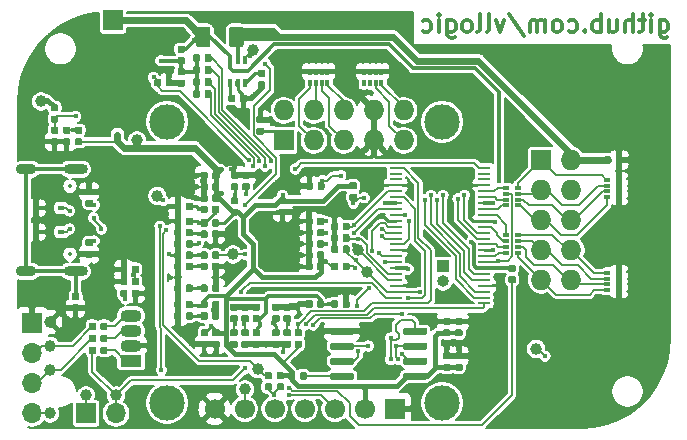
<source format=gbr>
%TF.GenerationSoftware,KiCad,Pcbnew,(5.1.5)-3*%
%TF.CreationDate,2020-04-26T22:01:22+08:00*%
%TF.ProjectId,vllink_highspeed.r1,766c6c69-6e6b-45f6-9869-676873706565,rev?*%
%TF.SameCoordinates,Original*%
%TF.FileFunction,Copper,L2,Bot*%
%TF.FilePolarity,Positive*%
%FSLAX46Y46*%
G04 Gerber Fmt 4.6, Leading zero omitted, Abs format (unit mm)*
G04 Created by KiCad (PCBNEW (5.1.5)-3) date 2020-04-26 22:01:22*
%MOMM*%
%LPD*%
G04 APERTURE LIST*
%ADD10C,0.300000*%
%ADD11C,0.350000*%
%ADD12R,1.700000X1.700000*%
%ADD13C,1.700000*%
%ADD14C,3.000000*%
%ADD15C,1.000000*%
%ADD16R,1.800000X1.070000*%
%ADD17O,1.800000X1.070000*%
%ADD18O,1.700000X1.700000*%
%ADD19R,0.400000X0.650000*%
%ADD20R,1.727200X1.727200*%
%ADD21O,1.727200X1.727200*%
%ADD22O,2.000000X0.900000*%
%ADD23O,1.700000X0.900000*%
%ADD24R,0.320000X0.500000*%
%ADD25R,0.600000X0.450000*%
%ADD26R,1.000000X1.000000*%
%ADD27O,1.000000X1.000000*%
%ADD28R,1.000000X0.285000*%
%ADD29R,0.500000X0.320000*%
%ADD30C,0.406400*%
%ADD31C,0.254000*%
%ADD32C,0.203200*%
%ADD33C,0.304800*%
%ADD34C,0.508000*%
%ADD35C,0.406400*%
%ADD36C,0.152400*%
%ADD37C,0.609600*%
%ADD38C,0.203200*%
%ADD39C,0.350000*%
%ADD40O,1.700000X0.600000*%
%ADD41O,1.400000X0.600000*%
G04 APERTURE END LIST*
D10*
X154739571Y-100824571D02*
X154739571Y-102038857D01*
X154811000Y-102181714D01*
X154882428Y-102253142D01*
X155025285Y-102324571D01*
X155239571Y-102324571D01*
X155382428Y-102253142D01*
X154739571Y-101753142D02*
X154882428Y-101824571D01*
X155168142Y-101824571D01*
X155311000Y-101753142D01*
X155382428Y-101681714D01*
X155453857Y-101538857D01*
X155453857Y-101110285D01*
X155382428Y-100967428D01*
X155311000Y-100896000D01*
X155168142Y-100824571D01*
X154882428Y-100824571D01*
X154739571Y-100896000D01*
X154025285Y-101824571D02*
X154025285Y-100824571D01*
X154025285Y-100324571D02*
X154096714Y-100396000D01*
X154025285Y-100467428D01*
X153953857Y-100396000D01*
X154025285Y-100324571D01*
X154025285Y-100467428D01*
X153525285Y-100824571D02*
X152953857Y-100824571D01*
X153311000Y-100324571D02*
X153311000Y-101610285D01*
X153239571Y-101753142D01*
X153096714Y-101824571D01*
X152953857Y-101824571D01*
X152453857Y-101824571D02*
X152453857Y-100324571D01*
X151811000Y-101824571D02*
X151811000Y-101038857D01*
X151882428Y-100896000D01*
X152025285Y-100824571D01*
X152239571Y-100824571D01*
X152382428Y-100896000D01*
X152453857Y-100967428D01*
X150453857Y-100824571D02*
X150453857Y-101824571D01*
X151096714Y-100824571D02*
X151096714Y-101610285D01*
X151025285Y-101753142D01*
X150882428Y-101824571D01*
X150668142Y-101824571D01*
X150525285Y-101753142D01*
X150453857Y-101681714D01*
X149739571Y-101824571D02*
X149739571Y-100324571D01*
X149739571Y-100896000D02*
X149596714Y-100824571D01*
X149311000Y-100824571D01*
X149168142Y-100896000D01*
X149096714Y-100967428D01*
X149025285Y-101110285D01*
X149025285Y-101538857D01*
X149096714Y-101681714D01*
X149168142Y-101753142D01*
X149311000Y-101824571D01*
X149596714Y-101824571D01*
X149739571Y-101753142D01*
X148382428Y-101681714D02*
X148311000Y-101753142D01*
X148382428Y-101824571D01*
X148453857Y-101753142D01*
X148382428Y-101681714D01*
X148382428Y-101824571D01*
X147025285Y-101753142D02*
X147168142Y-101824571D01*
X147453857Y-101824571D01*
X147596714Y-101753142D01*
X147668142Y-101681714D01*
X147739571Y-101538857D01*
X147739571Y-101110285D01*
X147668142Y-100967428D01*
X147596714Y-100896000D01*
X147453857Y-100824571D01*
X147168142Y-100824571D01*
X147025285Y-100896000D01*
X146168142Y-101824571D02*
X146311000Y-101753142D01*
X146382428Y-101681714D01*
X146453857Y-101538857D01*
X146453857Y-101110285D01*
X146382428Y-100967428D01*
X146311000Y-100896000D01*
X146168142Y-100824571D01*
X145953857Y-100824571D01*
X145811000Y-100896000D01*
X145739571Y-100967428D01*
X145668142Y-101110285D01*
X145668142Y-101538857D01*
X145739571Y-101681714D01*
X145811000Y-101753142D01*
X145953857Y-101824571D01*
X146168142Y-101824571D01*
X145025285Y-101824571D02*
X145025285Y-100824571D01*
X145025285Y-100967428D02*
X144953857Y-100896000D01*
X144811000Y-100824571D01*
X144596714Y-100824571D01*
X144453857Y-100896000D01*
X144382428Y-101038857D01*
X144382428Y-101824571D01*
X144382428Y-101038857D02*
X144311000Y-100896000D01*
X144168142Y-100824571D01*
X143953857Y-100824571D01*
X143811000Y-100896000D01*
X143739571Y-101038857D01*
X143739571Y-101824571D01*
X141953857Y-100253142D02*
X143239571Y-102181714D01*
X141596714Y-100824571D02*
X141239571Y-101824571D01*
X140882428Y-100824571D01*
X140096714Y-101824571D02*
X140239571Y-101753142D01*
X140311000Y-101610285D01*
X140311000Y-100324571D01*
X139311000Y-101824571D02*
X139453857Y-101753142D01*
X139525285Y-101610285D01*
X139525285Y-100324571D01*
X138525285Y-101824571D02*
X138668142Y-101753142D01*
X138739571Y-101681714D01*
X138811000Y-101538857D01*
X138811000Y-101110285D01*
X138739571Y-100967428D01*
X138668142Y-100896000D01*
X138525285Y-100824571D01*
X138311000Y-100824571D01*
X138168142Y-100896000D01*
X138096714Y-100967428D01*
X138025285Y-101110285D01*
X138025285Y-101538857D01*
X138096714Y-101681714D01*
X138168142Y-101753142D01*
X138311000Y-101824571D01*
X138525285Y-101824571D01*
X136739571Y-100824571D02*
X136739571Y-102038857D01*
X136811000Y-102181714D01*
X136882428Y-102253142D01*
X137025285Y-102324571D01*
X137239571Y-102324571D01*
X137382428Y-102253142D01*
X136739571Y-101753142D02*
X136882428Y-101824571D01*
X137168142Y-101824571D01*
X137311000Y-101753142D01*
X137382428Y-101681714D01*
X137453857Y-101538857D01*
X137453857Y-101110285D01*
X137382428Y-100967428D01*
X137311000Y-100896000D01*
X137168142Y-100824571D01*
X136882428Y-100824571D01*
X136739571Y-100896000D01*
X136025285Y-101824571D02*
X136025285Y-100824571D01*
X136025285Y-100324571D02*
X136096714Y-100396000D01*
X136025285Y-100467428D01*
X135953857Y-100396000D01*
X136025285Y-100324571D01*
X136025285Y-100467428D01*
X134668142Y-101753142D02*
X134811000Y-101824571D01*
X135096714Y-101824571D01*
X135239571Y-101753142D01*
X135311000Y-101681714D01*
X135382428Y-101538857D01*
X135382428Y-101110285D01*
X135311000Y-100967428D01*
X135239571Y-100896000D01*
X135096714Y-100824571D01*
X134811000Y-100824571D01*
X134668142Y-100896000D01*
%TA.AperFunction,SMDPad,CuDef*%
D11*
G36*
X128701703Y-130663122D02*
G01*
X128716264Y-130665282D01*
X128730543Y-130668859D01*
X128744403Y-130673818D01*
X128757710Y-130680112D01*
X128770336Y-130687680D01*
X128782159Y-130696448D01*
X128793066Y-130706334D01*
X128802952Y-130717241D01*
X128811720Y-130729064D01*
X128819288Y-130741690D01*
X128825582Y-130754997D01*
X128830541Y-130768857D01*
X128834118Y-130783136D01*
X128836278Y-130797697D01*
X128837000Y-130812400D01*
X128837000Y-131112400D01*
X128836278Y-131127103D01*
X128834118Y-131141664D01*
X128830541Y-131155943D01*
X128825582Y-131169803D01*
X128819288Y-131183110D01*
X128811720Y-131195736D01*
X128802952Y-131207559D01*
X128793066Y-131218466D01*
X128782159Y-131228352D01*
X128770336Y-131237120D01*
X128757710Y-131244688D01*
X128744403Y-131250982D01*
X128730543Y-131255941D01*
X128716264Y-131259518D01*
X128701703Y-131261678D01*
X128687000Y-131262400D01*
X126987000Y-131262400D01*
X126972297Y-131261678D01*
X126957736Y-131259518D01*
X126943457Y-131255941D01*
X126929597Y-131250982D01*
X126916290Y-131244688D01*
X126903664Y-131237120D01*
X126891841Y-131228352D01*
X126880934Y-131218466D01*
X126871048Y-131207559D01*
X126862280Y-131195736D01*
X126854712Y-131183110D01*
X126848418Y-131169803D01*
X126843459Y-131155943D01*
X126839882Y-131141664D01*
X126837722Y-131127103D01*
X126837000Y-131112400D01*
X126837000Y-130812400D01*
X126837722Y-130797697D01*
X126839882Y-130783136D01*
X126843459Y-130768857D01*
X126848418Y-130754997D01*
X126854712Y-130741690D01*
X126862280Y-130729064D01*
X126871048Y-130717241D01*
X126880934Y-130706334D01*
X126891841Y-130696448D01*
X126903664Y-130687680D01*
X126916290Y-130680112D01*
X126929597Y-130673818D01*
X126943457Y-130668859D01*
X126957736Y-130665282D01*
X126972297Y-130663122D01*
X126987000Y-130662400D01*
X128687000Y-130662400D01*
X128701703Y-130663122D01*
G37*
%TD.AperFunction*%
%TA.AperFunction,SMDPad,CuDef*%
G36*
X128701703Y-129393122D02*
G01*
X128716264Y-129395282D01*
X128730543Y-129398859D01*
X128744403Y-129403818D01*
X128757710Y-129410112D01*
X128770336Y-129417680D01*
X128782159Y-129426448D01*
X128793066Y-129436334D01*
X128802952Y-129447241D01*
X128811720Y-129459064D01*
X128819288Y-129471690D01*
X128825582Y-129484997D01*
X128830541Y-129498857D01*
X128834118Y-129513136D01*
X128836278Y-129527697D01*
X128837000Y-129542400D01*
X128837000Y-129842400D01*
X128836278Y-129857103D01*
X128834118Y-129871664D01*
X128830541Y-129885943D01*
X128825582Y-129899803D01*
X128819288Y-129913110D01*
X128811720Y-129925736D01*
X128802952Y-129937559D01*
X128793066Y-129948466D01*
X128782159Y-129958352D01*
X128770336Y-129967120D01*
X128757710Y-129974688D01*
X128744403Y-129980982D01*
X128730543Y-129985941D01*
X128716264Y-129989518D01*
X128701703Y-129991678D01*
X128687000Y-129992400D01*
X126987000Y-129992400D01*
X126972297Y-129991678D01*
X126957736Y-129989518D01*
X126943457Y-129985941D01*
X126929597Y-129980982D01*
X126916290Y-129974688D01*
X126903664Y-129967120D01*
X126891841Y-129958352D01*
X126880934Y-129948466D01*
X126871048Y-129937559D01*
X126862280Y-129925736D01*
X126854712Y-129913110D01*
X126848418Y-129899803D01*
X126843459Y-129885943D01*
X126839882Y-129871664D01*
X126837722Y-129857103D01*
X126837000Y-129842400D01*
X126837000Y-129542400D01*
X126837722Y-129527697D01*
X126839882Y-129513136D01*
X126843459Y-129498857D01*
X126848418Y-129484997D01*
X126854712Y-129471690D01*
X126862280Y-129459064D01*
X126871048Y-129447241D01*
X126880934Y-129436334D01*
X126891841Y-129426448D01*
X126903664Y-129417680D01*
X126916290Y-129410112D01*
X126929597Y-129403818D01*
X126943457Y-129398859D01*
X126957736Y-129395282D01*
X126972297Y-129393122D01*
X126987000Y-129392400D01*
X128687000Y-129392400D01*
X128701703Y-129393122D01*
G37*
%TD.AperFunction*%
%TA.AperFunction,SMDPad,CuDef*%
G36*
X128701703Y-128123122D02*
G01*
X128716264Y-128125282D01*
X128730543Y-128128859D01*
X128744403Y-128133818D01*
X128757710Y-128140112D01*
X128770336Y-128147680D01*
X128782159Y-128156448D01*
X128793066Y-128166334D01*
X128802952Y-128177241D01*
X128811720Y-128189064D01*
X128819288Y-128201690D01*
X128825582Y-128214997D01*
X128830541Y-128228857D01*
X128834118Y-128243136D01*
X128836278Y-128257697D01*
X128837000Y-128272400D01*
X128837000Y-128572400D01*
X128836278Y-128587103D01*
X128834118Y-128601664D01*
X128830541Y-128615943D01*
X128825582Y-128629803D01*
X128819288Y-128643110D01*
X128811720Y-128655736D01*
X128802952Y-128667559D01*
X128793066Y-128678466D01*
X128782159Y-128688352D01*
X128770336Y-128697120D01*
X128757710Y-128704688D01*
X128744403Y-128710982D01*
X128730543Y-128715941D01*
X128716264Y-128719518D01*
X128701703Y-128721678D01*
X128687000Y-128722400D01*
X126987000Y-128722400D01*
X126972297Y-128721678D01*
X126957736Y-128719518D01*
X126943457Y-128715941D01*
X126929597Y-128710982D01*
X126916290Y-128704688D01*
X126903664Y-128697120D01*
X126891841Y-128688352D01*
X126880934Y-128678466D01*
X126871048Y-128667559D01*
X126862280Y-128655736D01*
X126854712Y-128643110D01*
X126848418Y-128629803D01*
X126843459Y-128615943D01*
X126839882Y-128601664D01*
X126837722Y-128587103D01*
X126837000Y-128572400D01*
X126837000Y-128272400D01*
X126837722Y-128257697D01*
X126839882Y-128243136D01*
X126843459Y-128228857D01*
X126848418Y-128214997D01*
X126854712Y-128201690D01*
X126862280Y-128189064D01*
X126871048Y-128177241D01*
X126880934Y-128166334D01*
X126891841Y-128156448D01*
X126903664Y-128147680D01*
X126916290Y-128140112D01*
X126929597Y-128133818D01*
X126943457Y-128128859D01*
X126957736Y-128125282D01*
X126972297Y-128123122D01*
X126987000Y-128122400D01*
X128687000Y-128122400D01*
X128701703Y-128123122D01*
G37*
%TD.AperFunction*%
%TA.AperFunction,SMDPad,CuDef*%
G36*
X128701703Y-126853122D02*
G01*
X128716264Y-126855282D01*
X128730543Y-126858859D01*
X128744403Y-126863818D01*
X128757710Y-126870112D01*
X128770336Y-126877680D01*
X128782159Y-126886448D01*
X128793066Y-126896334D01*
X128802952Y-126907241D01*
X128811720Y-126919064D01*
X128819288Y-126931690D01*
X128825582Y-126944997D01*
X128830541Y-126958857D01*
X128834118Y-126973136D01*
X128836278Y-126987697D01*
X128837000Y-127002400D01*
X128837000Y-127302400D01*
X128836278Y-127317103D01*
X128834118Y-127331664D01*
X128830541Y-127345943D01*
X128825582Y-127359803D01*
X128819288Y-127373110D01*
X128811720Y-127385736D01*
X128802952Y-127397559D01*
X128793066Y-127408466D01*
X128782159Y-127418352D01*
X128770336Y-127427120D01*
X128757710Y-127434688D01*
X128744403Y-127440982D01*
X128730543Y-127445941D01*
X128716264Y-127449518D01*
X128701703Y-127451678D01*
X128687000Y-127452400D01*
X126987000Y-127452400D01*
X126972297Y-127451678D01*
X126957736Y-127449518D01*
X126943457Y-127445941D01*
X126929597Y-127440982D01*
X126916290Y-127434688D01*
X126903664Y-127427120D01*
X126891841Y-127418352D01*
X126880934Y-127408466D01*
X126871048Y-127397559D01*
X126862280Y-127385736D01*
X126854712Y-127373110D01*
X126848418Y-127359803D01*
X126843459Y-127345943D01*
X126839882Y-127331664D01*
X126837722Y-127317103D01*
X126837000Y-127302400D01*
X126837000Y-127002400D01*
X126837722Y-126987697D01*
X126839882Y-126973136D01*
X126843459Y-126958857D01*
X126848418Y-126944997D01*
X126854712Y-126931690D01*
X126862280Y-126919064D01*
X126871048Y-126907241D01*
X126880934Y-126896334D01*
X126891841Y-126886448D01*
X126903664Y-126877680D01*
X126916290Y-126870112D01*
X126929597Y-126863818D01*
X126943457Y-126858859D01*
X126957736Y-126855282D01*
X126972297Y-126853122D01*
X126987000Y-126852400D01*
X128687000Y-126852400D01*
X128701703Y-126853122D01*
G37*
%TD.AperFunction*%
%TA.AperFunction,SMDPad,CuDef*%
G36*
X134901703Y-126853122D02*
G01*
X134916264Y-126855282D01*
X134930543Y-126858859D01*
X134944403Y-126863818D01*
X134957710Y-126870112D01*
X134970336Y-126877680D01*
X134982159Y-126886448D01*
X134993066Y-126896334D01*
X135002952Y-126907241D01*
X135011720Y-126919064D01*
X135019288Y-126931690D01*
X135025582Y-126944997D01*
X135030541Y-126958857D01*
X135034118Y-126973136D01*
X135036278Y-126987697D01*
X135037000Y-127002400D01*
X135037000Y-127302400D01*
X135036278Y-127317103D01*
X135034118Y-127331664D01*
X135030541Y-127345943D01*
X135025582Y-127359803D01*
X135019288Y-127373110D01*
X135011720Y-127385736D01*
X135002952Y-127397559D01*
X134993066Y-127408466D01*
X134982159Y-127418352D01*
X134970336Y-127427120D01*
X134957710Y-127434688D01*
X134944403Y-127440982D01*
X134930543Y-127445941D01*
X134916264Y-127449518D01*
X134901703Y-127451678D01*
X134887000Y-127452400D01*
X133187000Y-127452400D01*
X133172297Y-127451678D01*
X133157736Y-127449518D01*
X133143457Y-127445941D01*
X133129597Y-127440982D01*
X133116290Y-127434688D01*
X133103664Y-127427120D01*
X133091841Y-127418352D01*
X133080934Y-127408466D01*
X133071048Y-127397559D01*
X133062280Y-127385736D01*
X133054712Y-127373110D01*
X133048418Y-127359803D01*
X133043459Y-127345943D01*
X133039882Y-127331664D01*
X133037722Y-127317103D01*
X133037000Y-127302400D01*
X133037000Y-127002400D01*
X133037722Y-126987697D01*
X133039882Y-126973136D01*
X133043459Y-126958857D01*
X133048418Y-126944997D01*
X133054712Y-126931690D01*
X133062280Y-126919064D01*
X133071048Y-126907241D01*
X133080934Y-126896334D01*
X133091841Y-126886448D01*
X133103664Y-126877680D01*
X133116290Y-126870112D01*
X133129597Y-126863818D01*
X133143457Y-126858859D01*
X133157736Y-126855282D01*
X133172297Y-126853122D01*
X133187000Y-126852400D01*
X134887000Y-126852400D01*
X134901703Y-126853122D01*
G37*
%TD.AperFunction*%
%TA.AperFunction,SMDPad,CuDef*%
G36*
X134901703Y-128123122D02*
G01*
X134916264Y-128125282D01*
X134930543Y-128128859D01*
X134944403Y-128133818D01*
X134957710Y-128140112D01*
X134970336Y-128147680D01*
X134982159Y-128156448D01*
X134993066Y-128166334D01*
X135002952Y-128177241D01*
X135011720Y-128189064D01*
X135019288Y-128201690D01*
X135025582Y-128214997D01*
X135030541Y-128228857D01*
X135034118Y-128243136D01*
X135036278Y-128257697D01*
X135037000Y-128272400D01*
X135037000Y-128572400D01*
X135036278Y-128587103D01*
X135034118Y-128601664D01*
X135030541Y-128615943D01*
X135025582Y-128629803D01*
X135019288Y-128643110D01*
X135011720Y-128655736D01*
X135002952Y-128667559D01*
X134993066Y-128678466D01*
X134982159Y-128688352D01*
X134970336Y-128697120D01*
X134957710Y-128704688D01*
X134944403Y-128710982D01*
X134930543Y-128715941D01*
X134916264Y-128719518D01*
X134901703Y-128721678D01*
X134887000Y-128722400D01*
X133187000Y-128722400D01*
X133172297Y-128721678D01*
X133157736Y-128719518D01*
X133143457Y-128715941D01*
X133129597Y-128710982D01*
X133116290Y-128704688D01*
X133103664Y-128697120D01*
X133091841Y-128688352D01*
X133080934Y-128678466D01*
X133071048Y-128667559D01*
X133062280Y-128655736D01*
X133054712Y-128643110D01*
X133048418Y-128629803D01*
X133043459Y-128615943D01*
X133039882Y-128601664D01*
X133037722Y-128587103D01*
X133037000Y-128572400D01*
X133037000Y-128272400D01*
X133037722Y-128257697D01*
X133039882Y-128243136D01*
X133043459Y-128228857D01*
X133048418Y-128214997D01*
X133054712Y-128201690D01*
X133062280Y-128189064D01*
X133071048Y-128177241D01*
X133080934Y-128166334D01*
X133091841Y-128156448D01*
X133103664Y-128147680D01*
X133116290Y-128140112D01*
X133129597Y-128133818D01*
X133143457Y-128128859D01*
X133157736Y-128125282D01*
X133172297Y-128123122D01*
X133187000Y-128122400D01*
X134887000Y-128122400D01*
X134901703Y-128123122D01*
G37*
%TD.AperFunction*%
%TA.AperFunction,SMDPad,CuDef*%
G36*
X134901703Y-129393122D02*
G01*
X134916264Y-129395282D01*
X134930543Y-129398859D01*
X134944403Y-129403818D01*
X134957710Y-129410112D01*
X134970336Y-129417680D01*
X134982159Y-129426448D01*
X134993066Y-129436334D01*
X135002952Y-129447241D01*
X135011720Y-129459064D01*
X135019288Y-129471690D01*
X135025582Y-129484997D01*
X135030541Y-129498857D01*
X135034118Y-129513136D01*
X135036278Y-129527697D01*
X135037000Y-129542400D01*
X135037000Y-129842400D01*
X135036278Y-129857103D01*
X135034118Y-129871664D01*
X135030541Y-129885943D01*
X135025582Y-129899803D01*
X135019288Y-129913110D01*
X135011720Y-129925736D01*
X135002952Y-129937559D01*
X134993066Y-129948466D01*
X134982159Y-129958352D01*
X134970336Y-129967120D01*
X134957710Y-129974688D01*
X134944403Y-129980982D01*
X134930543Y-129985941D01*
X134916264Y-129989518D01*
X134901703Y-129991678D01*
X134887000Y-129992400D01*
X133187000Y-129992400D01*
X133172297Y-129991678D01*
X133157736Y-129989518D01*
X133143457Y-129985941D01*
X133129597Y-129980982D01*
X133116290Y-129974688D01*
X133103664Y-129967120D01*
X133091841Y-129958352D01*
X133080934Y-129948466D01*
X133071048Y-129937559D01*
X133062280Y-129925736D01*
X133054712Y-129913110D01*
X133048418Y-129899803D01*
X133043459Y-129885943D01*
X133039882Y-129871664D01*
X133037722Y-129857103D01*
X133037000Y-129842400D01*
X133037000Y-129542400D01*
X133037722Y-129527697D01*
X133039882Y-129513136D01*
X133043459Y-129498857D01*
X133048418Y-129484997D01*
X133054712Y-129471690D01*
X133062280Y-129459064D01*
X133071048Y-129447241D01*
X133080934Y-129436334D01*
X133091841Y-129426448D01*
X133103664Y-129417680D01*
X133116290Y-129410112D01*
X133129597Y-129403818D01*
X133143457Y-129398859D01*
X133157736Y-129395282D01*
X133172297Y-129393122D01*
X133187000Y-129392400D01*
X134887000Y-129392400D01*
X134901703Y-129393122D01*
G37*
%TD.AperFunction*%
%TA.AperFunction,SMDPad,CuDef*%
G36*
X134901703Y-130663122D02*
G01*
X134916264Y-130665282D01*
X134930543Y-130668859D01*
X134944403Y-130673818D01*
X134957710Y-130680112D01*
X134970336Y-130687680D01*
X134982159Y-130696448D01*
X134993066Y-130706334D01*
X135002952Y-130717241D01*
X135011720Y-130729064D01*
X135019288Y-130741690D01*
X135025582Y-130754997D01*
X135030541Y-130768857D01*
X135034118Y-130783136D01*
X135036278Y-130797697D01*
X135037000Y-130812400D01*
X135037000Y-131112400D01*
X135036278Y-131127103D01*
X135034118Y-131141664D01*
X135030541Y-131155943D01*
X135025582Y-131169803D01*
X135019288Y-131183110D01*
X135011720Y-131195736D01*
X135002952Y-131207559D01*
X134993066Y-131218466D01*
X134982159Y-131228352D01*
X134970336Y-131237120D01*
X134957710Y-131244688D01*
X134944403Y-131250982D01*
X134930543Y-131255941D01*
X134916264Y-131259518D01*
X134901703Y-131261678D01*
X134887000Y-131262400D01*
X133187000Y-131262400D01*
X133172297Y-131261678D01*
X133157736Y-131259518D01*
X133143457Y-131255941D01*
X133129597Y-131250982D01*
X133116290Y-131244688D01*
X133103664Y-131237120D01*
X133091841Y-131228352D01*
X133080934Y-131218466D01*
X133071048Y-131207559D01*
X133062280Y-131195736D01*
X133054712Y-131183110D01*
X133048418Y-131169803D01*
X133043459Y-131155943D01*
X133039882Y-131141664D01*
X133037722Y-131127103D01*
X133037000Y-131112400D01*
X133037000Y-130812400D01*
X133037722Y-130797697D01*
X133039882Y-130783136D01*
X133043459Y-130768857D01*
X133048418Y-130754997D01*
X133054712Y-130741690D01*
X133062280Y-130729064D01*
X133071048Y-130717241D01*
X133080934Y-130706334D01*
X133091841Y-130696448D01*
X133103664Y-130687680D01*
X133116290Y-130680112D01*
X133129597Y-130673818D01*
X133143457Y-130668859D01*
X133157736Y-130665282D01*
X133172297Y-130663122D01*
X133187000Y-130662400D01*
X134887000Y-130662400D01*
X134901703Y-130663122D01*
G37*
%TD.AperFunction*%
D12*
X108458000Y-100838000D03*
%TA.AperFunction,SMDPad,CuDef*%
D11*
G36*
X124725958Y-130617710D02*
G01*
X124740276Y-130619834D01*
X124754317Y-130623351D01*
X124767946Y-130628228D01*
X124781031Y-130634417D01*
X124793447Y-130641858D01*
X124805073Y-130650481D01*
X124815798Y-130660202D01*
X124825519Y-130670927D01*
X124834142Y-130682553D01*
X124841583Y-130694969D01*
X124847772Y-130708054D01*
X124852649Y-130721683D01*
X124856166Y-130735724D01*
X124858290Y-130750042D01*
X124859000Y-130764500D01*
X124859000Y-131109500D01*
X124858290Y-131123958D01*
X124856166Y-131138276D01*
X124852649Y-131152317D01*
X124847772Y-131165946D01*
X124841583Y-131179031D01*
X124834142Y-131191447D01*
X124825519Y-131203073D01*
X124815798Y-131213798D01*
X124805073Y-131223519D01*
X124793447Y-131232142D01*
X124781031Y-131239583D01*
X124767946Y-131245772D01*
X124754317Y-131250649D01*
X124740276Y-131254166D01*
X124725958Y-131256290D01*
X124711500Y-131257000D01*
X124416500Y-131257000D01*
X124402042Y-131256290D01*
X124387724Y-131254166D01*
X124373683Y-131250649D01*
X124360054Y-131245772D01*
X124346969Y-131239583D01*
X124334553Y-131232142D01*
X124322927Y-131223519D01*
X124312202Y-131213798D01*
X124302481Y-131203073D01*
X124293858Y-131191447D01*
X124286417Y-131179031D01*
X124280228Y-131165946D01*
X124275351Y-131152317D01*
X124271834Y-131138276D01*
X124269710Y-131123958D01*
X124269000Y-131109500D01*
X124269000Y-130764500D01*
X124269710Y-130750042D01*
X124271834Y-130735724D01*
X124275351Y-130721683D01*
X124280228Y-130708054D01*
X124286417Y-130694969D01*
X124293858Y-130682553D01*
X124302481Y-130670927D01*
X124312202Y-130660202D01*
X124322927Y-130650481D01*
X124334553Y-130641858D01*
X124346969Y-130634417D01*
X124360054Y-130628228D01*
X124373683Y-130623351D01*
X124387724Y-130619834D01*
X124402042Y-130617710D01*
X124416500Y-130617000D01*
X124711500Y-130617000D01*
X124725958Y-130617710D01*
G37*
%TD.AperFunction*%
%TA.AperFunction,SMDPad,CuDef*%
G36*
X123755958Y-130617710D02*
G01*
X123770276Y-130619834D01*
X123784317Y-130623351D01*
X123797946Y-130628228D01*
X123811031Y-130634417D01*
X123823447Y-130641858D01*
X123835073Y-130650481D01*
X123845798Y-130660202D01*
X123855519Y-130670927D01*
X123864142Y-130682553D01*
X123871583Y-130694969D01*
X123877772Y-130708054D01*
X123882649Y-130721683D01*
X123886166Y-130735724D01*
X123888290Y-130750042D01*
X123889000Y-130764500D01*
X123889000Y-131109500D01*
X123888290Y-131123958D01*
X123886166Y-131138276D01*
X123882649Y-131152317D01*
X123877772Y-131165946D01*
X123871583Y-131179031D01*
X123864142Y-131191447D01*
X123855519Y-131203073D01*
X123845798Y-131213798D01*
X123835073Y-131223519D01*
X123823447Y-131232142D01*
X123811031Y-131239583D01*
X123797946Y-131245772D01*
X123784317Y-131250649D01*
X123770276Y-131254166D01*
X123755958Y-131256290D01*
X123741500Y-131257000D01*
X123446500Y-131257000D01*
X123432042Y-131256290D01*
X123417724Y-131254166D01*
X123403683Y-131250649D01*
X123390054Y-131245772D01*
X123376969Y-131239583D01*
X123364553Y-131232142D01*
X123352927Y-131223519D01*
X123342202Y-131213798D01*
X123332481Y-131203073D01*
X123323858Y-131191447D01*
X123316417Y-131179031D01*
X123310228Y-131165946D01*
X123305351Y-131152317D01*
X123301834Y-131138276D01*
X123299710Y-131123958D01*
X123299000Y-131109500D01*
X123299000Y-130764500D01*
X123299710Y-130750042D01*
X123301834Y-130735724D01*
X123305351Y-130721683D01*
X123310228Y-130708054D01*
X123316417Y-130694969D01*
X123323858Y-130682553D01*
X123332481Y-130670927D01*
X123342202Y-130660202D01*
X123352927Y-130650481D01*
X123364553Y-130641858D01*
X123376969Y-130634417D01*
X123390054Y-130628228D01*
X123403683Y-130623351D01*
X123417724Y-130619834D01*
X123432042Y-130617710D01*
X123446500Y-130617000D01*
X123741500Y-130617000D01*
X123755958Y-130617710D01*
G37*
%TD.AperFunction*%
D12*
X132300000Y-133723000D03*
D13*
X129760000Y-133723000D03*
X127220000Y-133723000D03*
X124680000Y-133723000D03*
X122140000Y-133723000D03*
X119600000Y-133723000D03*
X117060000Y-133723000D03*
D14*
X136330000Y-133223000D03*
X113030000Y-133223000D03*
X136330000Y-109423000D03*
X113030000Y-109423000D03*
D15*
X120713500Y-130365500D03*
X144272000Y-128651000D03*
X129159000Y-120269000D03*
X112204500Y-115697000D03*
X119634000Y-132080000D03*
X108712000Y-132588000D03*
X106172000Y-132588000D03*
X120332500Y-103314500D03*
X103124000Y-134112000D03*
X103124000Y-130429000D03*
X103124000Y-128397000D03*
X118618000Y-120650000D03*
X103124000Y-126365000D03*
X110490000Y-110998000D03*
X102362000Y-107696000D03*
%TA.AperFunction,SMDPad,CuDef*%
D11*
G36*
X121217958Y-105981710D02*
G01*
X121232276Y-105983834D01*
X121246317Y-105987351D01*
X121259946Y-105992228D01*
X121273031Y-105998417D01*
X121285447Y-106005858D01*
X121297073Y-106014481D01*
X121307798Y-106024202D01*
X121317519Y-106034927D01*
X121326142Y-106046553D01*
X121333583Y-106058969D01*
X121339772Y-106072054D01*
X121344649Y-106085683D01*
X121348166Y-106099724D01*
X121350290Y-106114042D01*
X121351000Y-106128500D01*
X121351000Y-106423500D01*
X121350290Y-106437958D01*
X121348166Y-106452276D01*
X121344649Y-106466317D01*
X121339772Y-106479946D01*
X121333583Y-106493031D01*
X121326142Y-106505447D01*
X121317519Y-106517073D01*
X121307798Y-106527798D01*
X121297073Y-106537519D01*
X121285447Y-106546142D01*
X121273031Y-106553583D01*
X121259946Y-106559772D01*
X121246317Y-106564649D01*
X121232276Y-106568166D01*
X121217958Y-106570290D01*
X121203500Y-106571000D01*
X120858500Y-106571000D01*
X120844042Y-106570290D01*
X120829724Y-106568166D01*
X120815683Y-106564649D01*
X120802054Y-106559772D01*
X120788969Y-106553583D01*
X120776553Y-106546142D01*
X120764927Y-106537519D01*
X120754202Y-106527798D01*
X120744481Y-106517073D01*
X120735858Y-106505447D01*
X120728417Y-106493031D01*
X120722228Y-106479946D01*
X120717351Y-106466317D01*
X120713834Y-106452276D01*
X120711710Y-106437958D01*
X120711000Y-106423500D01*
X120711000Y-106128500D01*
X120711710Y-106114042D01*
X120713834Y-106099724D01*
X120717351Y-106085683D01*
X120722228Y-106072054D01*
X120728417Y-106058969D01*
X120735858Y-106046553D01*
X120744481Y-106034927D01*
X120754202Y-106024202D01*
X120764927Y-106014481D01*
X120776553Y-106005858D01*
X120788969Y-105998417D01*
X120802054Y-105992228D01*
X120815683Y-105987351D01*
X120829724Y-105983834D01*
X120844042Y-105981710D01*
X120858500Y-105981000D01*
X121203500Y-105981000D01*
X121217958Y-105981710D01*
G37*
%TD.AperFunction*%
%TA.AperFunction,SMDPad,CuDef*%
G36*
X121217958Y-105011710D02*
G01*
X121232276Y-105013834D01*
X121246317Y-105017351D01*
X121259946Y-105022228D01*
X121273031Y-105028417D01*
X121285447Y-105035858D01*
X121297073Y-105044481D01*
X121307798Y-105054202D01*
X121317519Y-105064927D01*
X121326142Y-105076553D01*
X121333583Y-105088969D01*
X121339772Y-105102054D01*
X121344649Y-105115683D01*
X121348166Y-105129724D01*
X121350290Y-105144042D01*
X121351000Y-105158500D01*
X121351000Y-105453500D01*
X121350290Y-105467958D01*
X121348166Y-105482276D01*
X121344649Y-105496317D01*
X121339772Y-105509946D01*
X121333583Y-105523031D01*
X121326142Y-105535447D01*
X121317519Y-105547073D01*
X121307798Y-105557798D01*
X121297073Y-105567519D01*
X121285447Y-105576142D01*
X121273031Y-105583583D01*
X121259946Y-105589772D01*
X121246317Y-105594649D01*
X121232276Y-105598166D01*
X121217958Y-105600290D01*
X121203500Y-105601000D01*
X120858500Y-105601000D01*
X120844042Y-105600290D01*
X120829724Y-105598166D01*
X120815683Y-105594649D01*
X120802054Y-105589772D01*
X120788969Y-105583583D01*
X120776553Y-105576142D01*
X120764927Y-105567519D01*
X120754202Y-105557798D01*
X120744481Y-105547073D01*
X120735858Y-105535447D01*
X120728417Y-105523031D01*
X120722228Y-105509946D01*
X120717351Y-105496317D01*
X120713834Y-105482276D01*
X120711710Y-105467958D01*
X120711000Y-105453500D01*
X120711000Y-105158500D01*
X120711710Y-105144042D01*
X120713834Y-105129724D01*
X120717351Y-105115683D01*
X120722228Y-105102054D01*
X120728417Y-105088969D01*
X120735858Y-105076553D01*
X120744481Y-105064927D01*
X120754202Y-105054202D01*
X120764927Y-105044481D01*
X120776553Y-105035858D01*
X120788969Y-105028417D01*
X120802054Y-105022228D01*
X120815683Y-105017351D01*
X120829724Y-105013834D01*
X120844042Y-105011710D01*
X120858500Y-105011000D01*
X121203500Y-105011000D01*
X121217958Y-105011710D01*
G37*
%TD.AperFunction*%
%TA.AperFunction,SMDPad,CuDef*%
G36*
X106864958Y-126426710D02*
G01*
X106879276Y-126428834D01*
X106893317Y-126432351D01*
X106906946Y-126437228D01*
X106920031Y-126443417D01*
X106932447Y-126450858D01*
X106944073Y-126459481D01*
X106954798Y-126469202D01*
X106964519Y-126479927D01*
X106973142Y-126491553D01*
X106980583Y-126503969D01*
X106986772Y-126517054D01*
X106991649Y-126530683D01*
X106995166Y-126544724D01*
X106997290Y-126559042D01*
X106998000Y-126573500D01*
X106998000Y-126918500D01*
X106997290Y-126932958D01*
X106995166Y-126947276D01*
X106991649Y-126961317D01*
X106986772Y-126974946D01*
X106980583Y-126988031D01*
X106973142Y-127000447D01*
X106964519Y-127012073D01*
X106954798Y-127022798D01*
X106944073Y-127032519D01*
X106932447Y-127041142D01*
X106920031Y-127048583D01*
X106906946Y-127054772D01*
X106893317Y-127059649D01*
X106879276Y-127063166D01*
X106864958Y-127065290D01*
X106850500Y-127066000D01*
X106555500Y-127066000D01*
X106541042Y-127065290D01*
X106526724Y-127063166D01*
X106512683Y-127059649D01*
X106499054Y-127054772D01*
X106485969Y-127048583D01*
X106473553Y-127041142D01*
X106461927Y-127032519D01*
X106451202Y-127022798D01*
X106441481Y-127012073D01*
X106432858Y-127000447D01*
X106425417Y-126988031D01*
X106419228Y-126974946D01*
X106414351Y-126961317D01*
X106410834Y-126947276D01*
X106408710Y-126932958D01*
X106408000Y-126918500D01*
X106408000Y-126573500D01*
X106408710Y-126559042D01*
X106410834Y-126544724D01*
X106414351Y-126530683D01*
X106419228Y-126517054D01*
X106425417Y-126503969D01*
X106432858Y-126491553D01*
X106441481Y-126479927D01*
X106451202Y-126469202D01*
X106461927Y-126459481D01*
X106473553Y-126450858D01*
X106485969Y-126443417D01*
X106499054Y-126437228D01*
X106512683Y-126432351D01*
X106526724Y-126428834D01*
X106541042Y-126426710D01*
X106555500Y-126426000D01*
X106850500Y-126426000D01*
X106864958Y-126426710D01*
G37*
%TD.AperFunction*%
%TA.AperFunction,SMDPad,CuDef*%
G36*
X107834958Y-126426710D02*
G01*
X107849276Y-126428834D01*
X107863317Y-126432351D01*
X107876946Y-126437228D01*
X107890031Y-126443417D01*
X107902447Y-126450858D01*
X107914073Y-126459481D01*
X107924798Y-126469202D01*
X107934519Y-126479927D01*
X107943142Y-126491553D01*
X107950583Y-126503969D01*
X107956772Y-126517054D01*
X107961649Y-126530683D01*
X107965166Y-126544724D01*
X107967290Y-126559042D01*
X107968000Y-126573500D01*
X107968000Y-126918500D01*
X107967290Y-126932958D01*
X107965166Y-126947276D01*
X107961649Y-126961317D01*
X107956772Y-126974946D01*
X107950583Y-126988031D01*
X107943142Y-127000447D01*
X107934519Y-127012073D01*
X107924798Y-127022798D01*
X107914073Y-127032519D01*
X107902447Y-127041142D01*
X107890031Y-127048583D01*
X107876946Y-127054772D01*
X107863317Y-127059649D01*
X107849276Y-127063166D01*
X107834958Y-127065290D01*
X107820500Y-127066000D01*
X107525500Y-127066000D01*
X107511042Y-127065290D01*
X107496724Y-127063166D01*
X107482683Y-127059649D01*
X107469054Y-127054772D01*
X107455969Y-127048583D01*
X107443553Y-127041142D01*
X107431927Y-127032519D01*
X107421202Y-127022798D01*
X107411481Y-127012073D01*
X107402858Y-127000447D01*
X107395417Y-126988031D01*
X107389228Y-126974946D01*
X107384351Y-126961317D01*
X107380834Y-126947276D01*
X107378710Y-126932958D01*
X107378000Y-126918500D01*
X107378000Y-126573500D01*
X107378710Y-126559042D01*
X107380834Y-126544724D01*
X107384351Y-126530683D01*
X107389228Y-126517054D01*
X107395417Y-126503969D01*
X107402858Y-126491553D01*
X107411481Y-126479927D01*
X107421202Y-126469202D01*
X107431927Y-126459481D01*
X107443553Y-126450858D01*
X107455969Y-126443417D01*
X107469054Y-126437228D01*
X107482683Y-126432351D01*
X107496724Y-126428834D01*
X107511042Y-126426710D01*
X107525500Y-126426000D01*
X107820500Y-126426000D01*
X107834958Y-126426710D01*
G37*
%TD.AperFunction*%
%TA.AperFunction,SMDPad,CuDef*%
G36*
X106864958Y-127442710D02*
G01*
X106879276Y-127444834D01*
X106893317Y-127448351D01*
X106906946Y-127453228D01*
X106920031Y-127459417D01*
X106932447Y-127466858D01*
X106944073Y-127475481D01*
X106954798Y-127485202D01*
X106964519Y-127495927D01*
X106973142Y-127507553D01*
X106980583Y-127519969D01*
X106986772Y-127533054D01*
X106991649Y-127546683D01*
X106995166Y-127560724D01*
X106997290Y-127575042D01*
X106998000Y-127589500D01*
X106998000Y-127934500D01*
X106997290Y-127948958D01*
X106995166Y-127963276D01*
X106991649Y-127977317D01*
X106986772Y-127990946D01*
X106980583Y-128004031D01*
X106973142Y-128016447D01*
X106964519Y-128028073D01*
X106954798Y-128038798D01*
X106944073Y-128048519D01*
X106932447Y-128057142D01*
X106920031Y-128064583D01*
X106906946Y-128070772D01*
X106893317Y-128075649D01*
X106879276Y-128079166D01*
X106864958Y-128081290D01*
X106850500Y-128082000D01*
X106555500Y-128082000D01*
X106541042Y-128081290D01*
X106526724Y-128079166D01*
X106512683Y-128075649D01*
X106499054Y-128070772D01*
X106485969Y-128064583D01*
X106473553Y-128057142D01*
X106461927Y-128048519D01*
X106451202Y-128038798D01*
X106441481Y-128028073D01*
X106432858Y-128016447D01*
X106425417Y-128004031D01*
X106419228Y-127990946D01*
X106414351Y-127977317D01*
X106410834Y-127963276D01*
X106408710Y-127948958D01*
X106408000Y-127934500D01*
X106408000Y-127589500D01*
X106408710Y-127575042D01*
X106410834Y-127560724D01*
X106414351Y-127546683D01*
X106419228Y-127533054D01*
X106425417Y-127519969D01*
X106432858Y-127507553D01*
X106441481Y-127495927D01*
X106451202Y-127485202D01*
X106461927Y-127475481D01*
X106473553Y-127466858D01*
X106485969Y-127459417D01*
X106499054Y-127453228D01*
X106512683Y-127448351D01*
X106526724Y-127444834D01*
X106541042Y-127442710D01*
X106555500Y-127442000D01*
X106850500Y-127442000D01*
X106864958Y-127442710D01*
G37*
%TD.AperFunction*%
%TA.AperFunction,SMDPad,CuDef*%
G36*
X107834958Y-127442710D02*
G01*
X107849276Y-127444834D01*
X107863317Y-127448351D01*
X107876946Y-127453228D01*
X107890031Y-127459417D01*
X107902447Y-127466858D01*
X107914073Y-127475481D01*
X107924798Y-127485202D01*
X107934519Y-127495927D01*
X107943142Y-127507553D01*
X107950583Y-127519969D01*
X107956772Y-127533054D01*
X107961649Y-127546683D01*
X107965166Y-127560724D01*
X107967290Y-127575042D01*
X107968000Y-127589500D01*
X107968000Y-127934500D01*
X107967290Y-127948958D01*
X107965166Y-127963276D01*
X107961649Y-127977317D01*
X107956772Y-127990946D01*
X107950583Y-128004031D01*
X107943142Y-128016447D01*
X107934519Y-128028073D01*
X107924798Y-128038798D01*
X107914073Y-128048519D01*
X107902447Y-128057142D01*
X107890031Y-128064583D01*
X107876946Y-128070772D01*
X107863317Y-128075649D01*
X107849276Y-128079166D01*
X107834958Y-128081290D01*
X107820500Y-128082000D01*
X107525500Y-128082000D01*
X107511042Y-128081290D01*
X107496724Y-128079166D01*
X107482683Y-128075649D01*
X107469054Y-128070772D01*
X107455969Y-128064583D01*
X107443553Y-128057142D01*
X107431927Y-128048519D01*
X107421202Y-128038798D01*
X107411481Y-128028073D01*
X107402858Y-128016447D01*
X107395417Y-128004031D01*
X107389228Y-127990946D01*
X107384351Y-127977317D01*
X107380834Y-127963276D01*
X107378710Y-127948958D01*
X107378000Y-127934500D01*
X107378000Y-127589500D01*
X107378710Y-127575042D01*
X107380834Y-127560724D01*
X107384351Y-127546683D01*
X107389228Y-127533054D01*
X107395417Y-127519969D01*
X107402858Y-127507553D01*
X107411481Y-127495927D01*
X107421202Y-127485202D01*
X107431927Y-127475481D01*
X107443553Y-127466858D01*
X107455969Y-127459417D01*
X107469054Y-127453228D01*
X107482683Y-127448351D01*
X107496724Y-127444834D01*
X107511042Y-127442710D01*
X107525500Y-127442000D01*
X107820500Y-127442000D01*
X107834958Y-127442710D01*
G37*
%TD.AperFunction*%
%TA.AperFunction,SMDPad,CuDef*%
G36*
X106864958Y-128458710D02*
G01*
X106879276Y-128460834D01*
X106893317Y-128464351D01*
X106906946Y-128469228D01*
X106920031Y-128475417D01*
X106932447Y-128482858D01*
X106944073Y-128491481D01*
X106954798Y-128501202D01*
X106964519Y-128511927D01*
X106973142Y-128523553D01*
X106980583Y-128535969D01*
X106986772Y-128549054D01*
X106991649Y-128562683D01*
X106995166Y-128576724D01*
X106997290Y-128591042D01*
X106998000Y-128605500D01*
X106998000Y-128950500D01*
X106997290Y-128964958D01*
X106995166Y-128979276D01*
X106991649Y-128993317D01*
X106986772Y-129006946D01*
X106980583Y-129020031D01*
X106973142Y-129032447D01*
X106964519Y-129044073D01*
X106954798Y-129054798D01*
X106944073Y-129064519D01*
X106932447Y-129073142D01*
X106920031Y-129080583D01*
X106906946Y-129086772D01*
X106893317Y-129091649D01*
X106879276Y-129095166D01*
X106864958Y-129097290D01*
X106850500Y-129098000D01*
X106555500Y-129098000D01*
X106541042Y-129097290D01*
X106526724Y-129095166D01*
X106512683Y-129091649D01*
X106499054Y-129086772D01*
X106485969Y-129080583D01*
X106473553Y-129073142D01*
X106461927Y-129064519D01*
X106451202Y-129054798D01*
X106441481Y-129044073D01*
X106432858Y-129032447D01*
X106425417Y-129020031D01*
X106419228Y-129006946D01*
X106414351Y-128993317D01*
X106410834Y-128979276D01*
X106408710Y-128964958D01*
X106408000Y-128950500D01*
X106408000Y-128605500D01*
X106408710Y-128591042D01*
X106410834Y-128576724D01*
X106414351Y-128562683D01*
X106419228Y-128549054D01*
X106425417Y-128535969D01*
X106432858Y-128523553D01*
X106441481Y-128511927D01*
X106451202Y-128501202D01*
X106461927Y-128491481D01*
X106473553Y-128482858D01*
X106485969Y-128475417D01*
X106499054Y-128469228D01*
X106512683Y-128464351D01*
X106526724Y-128460834D01*
X106541042Y-128458710D01*
X106555500Y-128458000D01*
X106850500Y-128458000D01*
X106864958Y-128458710D01*
G37*
%TD.AperFunction*%
%TA.AperFunction,SMDPad,CuDef*%
G36*
X107834958Y-128458710D02*
G01*
X107849276Y-128460834D01*
X107863317Y-128464351D01*
X107876946Y-128469228D01*
X107890031Y-128475417D01*
X107902447Y-128482858D01*
X107914073Y-128491481D01*
X107924798Y-128501202D01*
X107934519Y-128511927D01*
X107943142Y-128523553D01*
X107950583Y-128535969D01*
X107956772Y-128549054D01*
X107961649Y-128562683D01*
X107965166Y-128576724D01*
X107967290Y-128591042D01*
X107968000Y-128605500D01*
X107968000Y-128950500D01*
X107967290Y-128964958D01*
X107965166Y-128979276D01*
X107961649Y-128993317D01*
X107956772Y-129006946D01*
X107950583Y-129020031D01*
X107943142Y-129032447D01*
X107934519Y-129044073D01*
X107924798Y-129054798D01*
X107914073Y-129064519D01*
X107902447Y-129073142D01*
X107890031Y-129080583D01*
X107876946Y-129086772D01*
X107863317Y-129091649D01*
X107849276Y-129095166D01*
X107834958Y-129097290D01*
X107820500Y-129098000D01*
X107525500Y-129098000D01*
X107511042Y-129097290D01*
X107496724Y-129095166D01*
X107482683Y-129091649D01*
X107469054Y-129086772D01*
X107455969Y-129080583D01*
X107443553Y-129073142D01*
X107431927Y-129064519D01*
X107421202Y-129054798D01*
X107411481Y-129044073D01*
X107402858Y-129032447D01*
X107395417Y-129020031D01*
X107389228Y-129006946D01*
X107384351Y-128993317D01*
X107380834Y-128979276D01*
X107378710Y-128964958D01*
X107378000Y-128950500D01*
X107378000Y-128605500D01*
X107378710Y-128591042D01*
X107380834Y-128576724D01*
X107384351Y-128562683D01*
X107389228Y-128549054D01*
X107395417Y-128535969D01*
X107402858Y-128523553D01*
X107411481Y-128511927D01*
X107421202Y-128501202D01*
X107431927Y-128491481D01*
X107443553Y-128482858D01*
X107455969Y-128475417D01*
X107469054Y-128469228D01*
X107482683Y-128464351D01*
X107496724Y-128460834D01*
X107511042Y-128458710D01*
X107525500Y-128458000D01*
X107820500Y-128458000D01*
X107834958Y-128458710D01*
G37*
%TD.AperFunction*%
D16*
X109982000Y-129641600D03*
D17*
X109982000Y-128371600D03*
X109982000Y-127101600D03*
X109982000Y-125831600D03*
D12*
X106172000Y-134112000D03*
D18*
X108712000Y-134112000D03*
D12*
X101600000Y-126492000D03*
D18*
X101600000Y-129032000D03*
X101600000Y-131572000D03*
X101600000Y-134112000D03*
D19*
X119649000Y-104206000D03*
X118349000Y-104206000D03*
X118999000Y-106106000D03*
X118999000Y-104206000D03*
X118349000Y-106106000D03*
X119649000Y-106106000D03*
%TA.AperFunction,SMDPad,CuDef*%
D11*
G36*
X122805458Y-131572210D02*
G01*
X122819776Y-131574334D01*
X122833817Y-131577851D01*
X122847446Y-131582728D01*
X122860531Y-131588917D01*
X122872947Y-131596358D01*
X122884573Y-131604981D01*
X122895298Y-131614702D01*
X122905019Y-131625427D01*
X122913642Y-131637053D01*
X122921083Y-131649469D01*
X122927272Y-131662554D01*
X122932149Y-131676183D01*
X122935666Y-131690224D01*
X122937790Y-131704542D01*
X122938500Y-131719000D01*
X122938500Y-132014000D01*
X122937790Y-132028458D01*
X122935666Y-132042776D01*
X122932149Y-132056817D01*
X122927272Y-132070446D01*
X122921083Y-132083531D01*
X122913642Y-132095947D01*
X122905019Y-132107573D01*
X122895298Y-132118298D01*
X122884573Y-132128019D01*
X122872947Y-132136642D01*
X122860531Y-132144083D01*
X122847446Y-132150272D01*
X122833817Y-132155149D01*
X122819776Y-132158666D01*
X122805458Y-132160790D01*
X122791000Y-132161500D01*
X122446000Y-132161500D01*
X122431542Y-132160790D01*
X122417224Y-132158666D01*
X122403183Y-132155149D01*
X122389554Y-132150272D01*
X122376469Y-132144083D01*
X122364053Y-132136642D01*
X122352427Y-132128019D01*
X122341702Y-132118298D01*
X122331981Y-132107573D01*
X122323358Y-132095947D01*
X122315917Y-132083531D01*
X122309728Y-132070446D01*
X122304851Y-132056817D01*
X122301334Y-132042776D01*
X122299210Y-132028458D01*
X122298500Y-132014000D01*
X122298500Y-131719000D01*
X122299210Y-131704542D01*
X122301334Y-131690224D01*
X122304851Y-131676183D01*
X122309728Y-131662554D01*
X122315917Y-131649469D01*
X122323358Y-131637053D01*
X122331981Y-131625427D01*
X122341702Y-131614702D01*
X122352427Y-131604981D01*
X122364053Y-131596358D01*
X122376469Y-131588917D01*
X122389554Y-131582728D01*
X122403183Y-131577851D01*
X122417224Y-131574334D01*
X122431542Y-131572210D01*
X122446000Y-131571500D01*
X122791000Y-131571500D01*
X122805458Y-131572210D01*
G37*
%TD.AperFunction*%
%TA.AperFunction,SMDPad,CuDef*%
G36*
X122805458Y-130602210D02*
G01*
X122819776Y-130604334D01*
X122833817Y-130607851D01*
X122847446Y-130612728D01*
X122860531Y-130618917D01*
X122872947Y-130626358D01*
X122884573Y-130634981D01*
X122895298Y-130644702D01*
X122905019Y-130655427D01*
X122913642Y-130667053D01*
X122921083Y-130679469D01*
X122927272Y-130692554D01*
X122932149Y-130706183D01*
X122935666Y-130720224D01*
X122937790Y-130734542D01*
X122938500Y-130749000D01*
X122938500Y-131044000D01*
X122937790Y-131058458D01*
X122935666Y-131072776D01*
X122932149Y-131086817D01*
X122927272Y-131100446D01*
X122921083Y-131113531D01*
X122913642Y-131125947D01*
X122905019Y-131137573D01*
X122895298Y-131148298D01*
X122884573Y-131158019D01*
X122872947Y-131166642D01*
X122860531Y-131174083D01*
X122847446Y-131180272D01*
X122833817Y-131185149D01*
X122819776Y-131188666D01*
X122805458Y-131190790D01*
X122791000Y-131191500D01*
X122446000Y-131191500D01*
X122431542Y-131190790D01*
X122417224Y-131188666D01*
X122403183Y-131185149D01*
X122389554Y-131180272D01*
X122376469Y-131174083D01*
X122364053Y-131166642D01*
X122352427Y-131158019D01*
X122341702Y-131148298D01*
X122331981Y-131137573D01*
X122323358Y-131125947D01*
X122315917Y-131113531D01*
X122309728Y-131100446D01*
X122304851Y-131086817D01*
X122301334Y-131072776D01*
X122299210Y-131058458D01*
X122298500Y-131044000D01*
X122298500Y-130749000D01*
X122299210Y-130734542D01*
X122301334Y-130720224D01*
X122304851Y-130706183D01*
X122309728Y-130692554D01*
X122315917Y-130679469D01*
X122323358Y-130667053D01*
X122331981Y-130655427D01*
X122341702Y-130644702D01*
X122352427Y-130634981D01*
X122364053Y-130626358D01*
X122376469Y-130618917D01*
X122389554Y-130612728D01*
X122403183Y-130607851D01*
X122417224Y-130604334D01*
X122431542Y-130602210D01*
X122446000Y-130601500D01*
X122791000Y-130601500D01*
X122805458Y-130602210D01*
G37*
%TD.AperFunction*%
%TA.AperFunction,SMDPad,CuDef*%
G36*
X116474504Y-101361204D02*
G01*
X116498773Y-101364804D01*
X116522571Y-101370765D01*
X116545671Y-101379030D01*
X116567849Y-101389520D01*
X116588893Y-101402133D01*
X116608598Y-101416747D01*
X116626777Y-101433223D01*
X116643253Y-101451402D01*
X116657867Y-101471107D01*
X116670480Y-101492151D01*
X116680970Y-101514329D01*
X116689235Y-101537429D01*
X116695196Y-101561227D01*
X116698796Y-101585496D01*
X116700000Y-101610000D01*
X116700000Y-102860000D01*
X116698796Y-102884504D01*
X116695196Y-102908773D01*
X116689235Y-102932571D01*
X116680970Y-102955671D01*
X116670480Y-102977849D01*
X116657867Y-102998893D01*
X116643253Y-103018598D01*
X116626777Y-103036777D01*
X116608598Y-103053253D01*
X116588893Y-103067867D01*
X116567849Y-103080480D01*
X116545671Y-103090970D01*
X116522571Y-103099235D01*
X116498773Y-103105196D01*
X116474504Y-103108796D01*
X116450000Y-103110000D01*
X115700000Y-103110000D01*
X115675496Y-103108796D01*
X115651227Y-103105196D01*
X115627429Y-103099235D01*
X115604329Y-103090970D01*
X115582151Y-103080480D01*
X115561107Y-103067867D01*
X115541402Y-103053253D01*
X115523223Y-103036777D01*
X115506747Y-103018598D01*
X115492133Y-102998893D01*
X115479520Y-102977849D01*
X115469030Y-102955671D01*
X115460765Y-102932571D01*
X115454804Y-102908773D01*
X115451204Y-102884504D01*
X115450000Y-102860000D01*
X115450000Y-101610000D01*
X115451204Y-101585496D01*
X115454804Y-101561227D01*
X115460765Y-101537429D01*
X115469030Y-101514329D01*
X115479520Y-101492151D01*
X115492133Y-101471107D01*
X115506747Y-101451402D01*
X115523223Y-101433223D01*
X115541402Y-101416747D01*
X115561107Y-101402133D01*
X115582151Y-101389520D01*
X115604329Y-101379030D01*
X115627429Y-101370765D01*
X115651227Y-101364804D01*
X115675496Y-101361204D01*
X115700000Y-101360000D01*
X116450000Y-101360000D01*
X116474504Y-101361204D01*
G37*
%TD.AperFunction*%
%TA.AperFunction,SMDPad,CuDef*%
G36*
X119274504Y-101361204D02*
G01*
X119298773Y-101364804D01*
X119322571Y-101370765D01*
X119345671Y-101379030D01*
X119367849Y-101389520D01*
X119388893Y-101402133D01*
X119408598Y-101416747D01*
X119426777Y-101433223D01*
X119443253Y-101451402D01*
X119457867Y-101471107D01*
X119470480Y-101492151D01*
X119480970Y-101514329D01*
X119489235Y-101537429D01*
X119495196Y-101561227D01*
X119498796Y-101585496D01*
X119500000Y-101610000D01*
X119500000Y-102860000D01*
X119498796Y-102884504D01*
X119495196Y-102908773D01*
X119489235Y-102932571D01*
X119480970Y-102955671D01*
X119470480Y-102977849D01*
X119457867Y-102998893D01*
X119443253Y-103018598D01*
X119426777Y-103036777D01*
X119408598Y-103053253D01*
X119388893Y-103067867D01*
X119367849Y-103080480D01*
X119345671Y-103090970D01*
X119322571Y-103099235D01*
X119298773Y-103105196D01*
X119274504Y-103108796D01*
X119250000Y-103110000D01*
X118500000Y-103110000D01*
X118475496Y-103108796D01*
X118451227Y-103105196D01*
X118427429Y-103099235D01*
X118404329Y-103090970D01*
X118382151Y-103080480D01*
X118361107Y-103067867D01*
X118341402Y-103053253D01*
X118323223Y-103036777D01*
X118306747Y-103018598D01*
X118292133Y-102998893D01*
X118279520Y-102977849D01*
X118269030Y-102955671D01*
X118260765Y-102932571D01*
X118254804Y-102908773D01*
X118251204Y-102884504D01*
X118250000Y-102860000D01*
X118250000Y-101610000D01*
X118251204Y-101585496D01*
X118254804Y-101561227D01*
X118260765Y-101537429D01*
X118269030Y-101514329D01*
X118279520Y-101492151D01*
X118292133Y-101471107D01*
X118306747Y-101451402D01*
X118323223Y-101433223D01*
X118341402Y-101416747D01*
X118361107Y-101402133D01*
X118382151Y-101389520D01*
X118404329Y-101379030D01*
X118427429Y-101370765D01*
X118451227Y-101364804D01*
X118475496Y-101361204D01*
X118500000Y-101360000D01*
X119250000Y-101360000D01*
X119274504Y-101361204D01*
G37*
%TD.AperFunction*%
%TA.AperFunction,SMDPad,CuDef*%
G36*
X121789458Y-130602210D02*
G01*
X121803776Y-130604334D01*
X121817817Y-130607851D01*
X121831446Y-130612728D01*
X121844531Y-130618917D01*
X121856947Y-130626358D01*
X121868573Y-130634981D01*
X121879298Y-130644702D01*
X121889019Y-130655427D01*
X121897642Y-130667053D01*
X121905083Y-130679469D01*
X121911272Y-130692554D01*
X121916149Y-130706183D01*
X121919666Y-130720224D01*
X121921790Y-130734542D01*
X121922500Y-130749000D01*
X121922500Y-131044000D01*
X121921790Y-131058458D01*
X121919666Y-131072776D01*
X121916149Y-131086817D01*
X121911272Y-131100446D01*
X121905083Y-131113531D01*
X121897642Y-131125947D01*
X121889019Y-131137573D01*
X121879298Y-131148298D01*
X121868573Y-131158019D01*
X121856947Y-131166642D01*
X121844531Y-131174083D01*
X121831446Y-131180272D01*
X121817817Y-131185149D01*
X121803776Y-131188666D01*
X121789458Y-131190790D01*
X121775000Y-131191500D01*
X121430000Y-131191500D01*
X121415542Y-131190790D01*
X121401224Y-131188666D01*
X121387183Y-131185149D01*
X121373554Y-131180272D01*
X121360469Y-131174083D01*
X121348053Y-131166642D01*
X121336427Y-131158019D01*
X121325702Y-131148298D01*
X121315981Y-131137573D01*
X121307358Y-131125947D01*
X121299917Y-131113531D01*
X121293728Y-131100446D01*
X121288851Y-131086817D01*
X121285334Y-131072776D01*
X121283210Y-131058458D01*
X121282500Y-131044000D01*
X121282500Y-130749000D01*
X121283210Y-130734542D01*
X121285334Y-130720224D01*
X121288851Y-130706183D01*
X121293728Y-130692554D01*
X121299917Y-130679469D01*
X121307358Y-130667053D01*
X121315981Y-130655427D01*
X121325702Y-130644702D01*
X121336427Y-130634981D01*
X121348053Y-130626358D01*
X121360469Y-130618917D01*
X121373554Y-130612728D01*
X121387183Y-130607851D01*
X121401224Y-130604334D01*
X121415542Y-130602210D01*
X121430000Y-130601500D01*
X121775000Y-130601500D01*
X121789458Y-130602210D01*
G37*
%TD.AperFunction*%
%TA.AperFunction,SMDPad,CuDef*%
G36*
X121789458Y-131572210D02*
G01*
X121803776Y-131574334D01*
X121817817Y-131577851D01*
X121831446Y-131582728D01*
X121844531Y-131588917D01*
X121856947Y-131596358D01*
X121868573Y-131604981D01*
X121879298Y-131614702D01*
X121889019Y-131625427D01*
X121897642Y-131637053D01*
X121905083Y-131649469D01*
X121911272Y-131662554D01*
X121916149Y-131676183D01*
X121919666Y-131690224D01*
X121921790Y-131704542D01*
X121922500Y-131719000D01*
X121922500Y-132014000D01*
X121921790Y-132028458D01*
X121919666Y-132042776D01*
X121916149Y-132056817D01*
X121911272Y-132070446D01*
X121905083Y-132083531D01*
X121897642Y-132095947D01*
X121889019Y-132107573D01*
X121879298Y-132118298D01*
X121868573Y-132128019D01*
X121856947Y-132136642D01*
X121844531Y-132144083D01*
X121831446Y-132150272D01*
X121817817Y-132155149D01*
X121803776Y-132158666D01*
X121789458Y-132160790D01*
X121775000Y-132161500D01*
X121430000Y-132161500D01*
X121415542Y-132160790D01*
X121401224Y-132158666D01*
X121387183Y-132155149D01*
X121373554Y-132150272D01*
X121360469Y-132144083D01*
X121348053Y-132136642D01*
X121336427Y-132128019D01*
X121325702Y-132118298D01*
X121315981Y-132107573D01*
X121307358Y-132095947D01*
X121299917Y-132083531D01*
X121293728Y-132070446D01*
X121288851Y-132056817D01*
X121285334Y-132042776D01*
X121283210Y-132028458D01*
X121282500Y-132014000D01*
X121282500Y-131719000D01*
X121283210Y-131704542D01*
X121285334Y-131690224D01*
X121288851Y-131676183D01*
X121293728Y-131662554D01*
X121299917Y-131649469D01*
X121307358Y-131637053D01*
X121315981Y-131625427D01*
X121325702Y-131614702D01*
X121336427Y-131604981D01*
X121348053Y-131596358D01*
X121360469Y-131588917D01*
X121373554Y-131582728D01*
X121387183Y-131577851D01*
X121401224Y-131574334D01*
X121415542Y-131572210D01*
X121430000Y-131571500D01*
X121775000Y-131571500D01*
X121789458Y-131572210D01*
G37*
%TD.AperFunction*%
%TA.AperFunction,SMDPad,CuDef*%
G36*
X119645958Y-107122710D02*
G01*
X119660276Y-107124834D01*
X119674317Y-107128351D01*
X119687946Y-107133228D01*
X119701031Y-107139417D01*
X119713447Y-107146858D01*
X119725073Y-107155481D01*
X119735798Y-107165202D01*
X119745519Y-107175927D01*
X119754142Y-107187553D01*
X119761583Y-107199969D01*
X119767772Y-107213054D01*
X119772649Y-107226683D01*
X119776166Y-107240724D01*
X119778290Y-107255042D01*
X119779000Y-107269500D01*
X119779000Y-107614500D01*
X119778290Y-107628958D01*
X119776166Y-107643276D01*
X119772649Y-107657317D01*
X119767772Y-107670946D01*
X119761583Y-107684031D01*
X119754142Y-107696447D01*
X119745519Y-107708073D01*
X119735798Y-107718798D01*
X119725073Y-107728519D01*
X119713447Y-107737142D01*
X119701031Y-107744583D01*
X119687946Y-107750772D01*
X119674317Y-107755649D01*
X119660276Y-107759166D01*
X119645958Y-107761290D01*
X119631500Y-107762000D01*
X119336500Y-107762000D01*
X119322042Y-107761290D01*
X119307724Y-107759166D01*
X119293683Y-107755649D01*
X119280054Y-107750772D01*
X119266969Y-107744583D01*
X119254553Y-107737142D01*
X119242927Y-107728519D01*
X119232202Y-107718798D01*
X119222481Y-107708073D01*
X119213858Y-107696447D01*
X119206417Y-107684031D01*
X119200228Y-107670946D01*
X119195351Y-107657317D01*
X119191834Y-107643276D01*
X119189710Y-107628958D01*
X119189000Y-107614500D01*
X119189000Y-107269500D01*
X119189710Y-107255042D01*
X119191834Y-107240724D01*
X119195351Y-107226683D01*
X119200228Y-107213054D01*
X119206417Y-107199969D01*
X119213858Y-107187553D01*
X119222481Y-107175927D01*
X119232202Y-107165202D01*
X119242927Y-107155481D01*
X119254553Y-107146858D01*
X119266969Y-107139417D01*
X119280054Y-107133228D01*
X119293683Y-107128351D01*
X119307724Y-107124834D01*
X119322042Y-107122710D01*
X119336500Y-107122000D01*
X119631500Y-107122000D01*
X119645958Y-107122710D01*
G37*
%TD.AperFunction*%
%TA.AperFunction,SMDPad,CuDef*%
G36*
X118675958Y-107122710D02*
G01*
X118690276Y-107124834D01*
X118704317Y-107128351D01*
X118717946Y-107133228D01*
X118731031Y-107139417D01*
X118743447Y-107146858D01*
X118755073Y-107155481D01*
X118765798Y-107165202D01*
X118775519Y-107175927D01*
X118784142Y-107187553D01*
X118791583Y-107199969D01*
X118797772Y-107213054D01*
X118802649Y-107226683D01*
X118806166Y-107240724D01*
X118808290Y-107255042D01*
X118809000Y-107269500D01*
X118809000Y-107614500D01*
X118808290Y-107628958D01*
X118806166Y-107643276D01*
X118802649Y-107657317D01*
X118797772Y-107670946D01*
X118791583Y-107684031D01*
X118784142Y-107696447D01*
X118775519Y-107708073D01*
X118765798Y-107718798D01*
X118755073Y-107728519D01*
X118743447Y-107737142D01*
X118731031Y-107744583D01*
X118717946Y-107750772D01*
X118704317Y-107755649D01*
X118690276Y-107759166D01*
X118675958Y-107761290D01*
X118661500Y-107762000D01*
X118366500Y-107762000D01*
X118352042Y-107761290D01*
X118337724Y-107759166D01*
X118323683Y-107755649D01*
X118310054Y-107750772D01*
X118296969Y-107744583D01*
X118284553Y-107737142D01*
X118272927Y-107728519D01*
X118262202Y-107718798D01*
X118252481Y-107708073D01*
X118243858Y-107696447D01*
X118236417Y-107684031D01*
X118230228Y-107670946D01*
X118225351Y-107657317D01*
X118221834Y-107643276D01*
X118219710Y-107628958D01*
X118219000Y-107614500D01*
X118219000Y-107269500D01*
X118219710Y-107255042D01*
X118221834Y-107240724D01*
X118225351Y-107226683D01*
X118230228Y-107213054D01*
X118236417Y-107199969D01*
X118243858Y-107187553D01*
X118252481Y-107175927D01*
X118262202Y-107165202D01*
X118272927Y-107155481D01*
X118284553Y-107146858D01*
X118296969Y-107139417D01*
X118310054Y-107133228D01*
X118323683Y-107128351D01*
X118337724Y-107124834D01*
X118352042Y-107122710D01*
X118366500Y-107122000D01*
X118661500Y-107122000D01*
X118675958Y-107122710D01*
G37*
%TD.AperFunction*%
D20*
X122920000Y-111000000D03*
D21*
X122920000Y-108460000D03*
X125460000Y-111000000D03*
X125460000Y-108460000D03*
X128000000Y-111000000D03*
X128000000Y-108460000D03*
X130540000Y-111000000D03*
X130540000Y-108460000D03*
X133080000Y-111000000D03*
X133080000Y-108460000D03*
D20*
X144710000Y-112670000D03*
D21*
X147250000Y-112670000D03*
X144710000Y-115210000D03*
X147250000Y-115210000D03*
X144710000Y-117750000D03*
X147250000Y-117750000D03*
X144710000Y-120290000D03*
X147250000Y-120290000D03*
X144710000Y-122830000D03*
X147250000Y-122830000D03*
D22*
X105289800Y-113429900D03*
X105289800Y-122069900D03*
D23*
X101119800Y-113429900D03*
X101119800Y-122069900D03*
%TA.AperFunction,SMDPad,CuDef*%
D11*
G36*
X114423458Y-103949710D02*
G01*
X114437776Y-103951834D01*
X114451817Y-103955351D01*
X114465446Y-103960228D01*
X114478531Y-103966417D01*
X114490947Y-103973858D01*
X114502573Y-103982481D01*
X114513298Y-103992202D01*
X114523019Y-104002927D01*
X114531642Y-104014553D01*
X114539083Y-104026969D01*
X114545272Y-104040054D01*
X114550149Y-104053683D01*
X114553666Y-104067724D01*
X114555790Y-104082042D01*
X114556500Y-104096500D01*
X114556500Y-104391500D01*
X114555790Y-104405958D01*
X114553666Y-104420276D01*
X114550149Y-104434317D01*
X114545272Y-104447946D01*
X114539083Y-104461031D01*
X114531642Y-104473447D01*
X114523019Y-104485073D01*
X114513298Y-104495798D01*
X114502573Y-104505519D01*
X114490947Y-104514142D01*
X114478531Y-104521583D01*
X114465446Y-104527772D01*
X114451817Y-104532649D01*
X114437776Y-104536166D01*
X114423458Y-104538290D01*
X114409000Y-104539000D01*
X114064000Y-104539000D01*
X114049542Y-104538290D01*
X114035224Y-104536166D01*
X114021183Y-104532649D01*
X114007554Y-104527772D01*
X113994469Y-104521583D01*
X113982053Y-104514142D01*
X113970427Y-104505519D01*
X113959702Y-104495798D01*
X113949981Y-104485073D01*
X113941358Y-104473447D01*
X113933917Y-104461031D01*
X113927728Y-104447946D01*
X113922851Y-104434317D01*
X113919334Y-104420276D01*
X113917210Y-104405958D01*
X113916500Y-104391500D01*
X113916500Y-104096500D01*
X113917210Y-104082042D01*
X113919334Y-104067724D01*
X113922851Y-104053683D01*
X113927728Y-104040054D01*
X113933917Y-104026969D01*
X113941358Y-104014553D01*
X113949981Y-104002927D01*
X113959702Y-103992202D01*
X113970427Y-103982481D01*
X113982053Y-103973858D01*
X113994469Y-103966417D01*
X114007554Y-103960228D01*
X114021183Y-103955351D01*
X114035224Y-103951834D01*
X114049542Y-103949710D01*
X114064000Y-103949000D01*
X114409000Y-103949000D01*
X114423458Y-103949710D01*
G37*
%TD.AperFunction*%
%TA.AperFunction,SMDPad,CuDef*%
G36*
X114423458Y-102979710D02*
G01*
X114437776Y-102981834D01*
X114451817Y-102985351D01*
X114465446Y-102990228D01*
X114478531Y-102996417D01*
X114490947Y-103003858D01*
X114502573Y-103012481D01*
X114513298Y-103022202D01*
X114523019Y-103032927D01*
X114531642Y-103044553D01*
X114539083Y-103056969D01*
X114545272Y-103070054D01*
X114550149Y-103083683D01*
X114553666Y-103097724D01*
X114555790Y-103112042D01*
X114556500Y-103126500D01*
X114556500Y-103421500D01*
X114555790Y-103435958D01*
X114553666Y-103450276D01*
X114550149Y-103464317D01*
X114545272Y-103477946D01*
X114539083Y-103491031D01*
X114531642Y-103503447D01*
X114523019Y-103515073D01*
X114513298Y-103525798D01*
X114502573Y-103535519D01*
X114490947Y-103544142D01*
X114478531Y-103551583D01*
X114465446Y-103557772D01*
X114451817Y-103562649D01*
X114437776Y-103566166D01*
X114423458Y-103568290D01*
X114409000Y-103569000D01*
X114064000Y-103569000D01*
X114049542Y-103568290D01*
X114035224Y-103566166D01*
X114021183Y-103562649D01*
X114007554Y-103557772D01*
X113994469Y-103551583D01*
X113982053Y-103544142D01*
X113970427Y-103535519D01*
X113959702Y-103525798D01*
X113949981Y-103515073D01*
X113941358Y-103503447D01*
X113933917Y-103491031D01*
X113927728Y-103477946D01*
X113922851Y-103464317D01*
X113919334Y-103450276D01*
X113917210Y-103435958D01*
X113916500Y-103421500D01*
X113916500Y-103126500D01*
X113917210Y-103112042D01*
X113919334Y-103097724D01*
X113922851Y-103083683D01*
X113927728Y-103070054D01*
X113933917Y-103056969D01*
X113941358Y-103044553D01*
X113949981Y-103032927D01*
X113959702Y-103022202D01*
X113970427Y-103012481D01*
X113982053Y-103003858D01*
X113994469Y-102996417D01*
X114007554Y-102990228D01*
X114021183Y-102985351D01*
X114035224Y-102981834D01*
X114049542Y-102979710D01*
X114064000Y-102979000D01*
X114409000Y-102979000D01*
X114423458Y-102979710D01*
G37*
%TD.AperFunction*%
%TA.AperFunction,SMDPad,CuDef*%
G36*
X114423458Y-105854710D02*
G01*
X114437776Y-105856834D01*
X114451817Y-105860351D01*
X114465446Y-105865228D01*
X114478531Y-105871417D01*
X114490947Y-105878858D01*
X114502573Y-105887481D01*
X114513298Y-105897202D01*
X114523019Y-105907927D01*
X114531642Y-105919553D01*
X114539083Y-105931969D01*
X114545272Y-105945054D01*
X114550149Y-105958683D01*
X114553666Y-105972724D01*
X114555790Y-105987042D01*
X114556500Y-106001500D01*
X114556500Y-106296500D01*
X114555790Y-106310958D01*
X114553666Y-106325276D01*
X114550149Y-106339317D01*
X114545272Y-106352946D01*
X114539083Y-106366031D01*
X114531642Y-106378447D01*
X114523019Y-106390073D01*
X114513298Y-106400798D01*
X114502573Y-106410519D01*
X114490947Y-106419142D01*
X114478531Y-106426583D01*
X114465446Y-106432772D01*
X114451817Y-106437649D01*
X114437776Y-106441166D01*
X114423458Y-106443290D01*
X114409000Y-106444000D01*
X114064000Y-106444000D01*
X114049542Y-106443290D01*
X114035224Y-106441166D01*
X114021183Y-106437649D01*
X114007554Y-106432772D01*
X113994469Y-106426583D01*
X113982053Y-106419142D01*
X113970427Y-106410519D01*
X113959702Y-106400798D01*
X113949981Y-106390073D01*
X113941358Y-106378447D01*
X113933917Y-106366031D01*
X113927728Y-106352946D01*
X113922851Y-106339317D01*
X113919334Y-106325276D01*
X113917210Y-106310958D01*
X113916500Y-106296500D01*
X113916500Y-106001500D01*
X113917210Y-105987042D01*
X113919334Y-105972724D01*
X113922851Y-105958683D01*
X113927728Y-105945054D01*
X113933917Y-105931969D01*
X113941358Y-105919553D01*
X113949981Y-105907927D01*
X113959702Y-105897202D01*
X113970427Y-105887481D01*
X113982053Y-105878858D01*
X113994469Y-105871417D01*
X114007554Y-105865228D01*
X114021183Y-105860351D01*
X114035224Y-105856834D01*
X114049542Y-105854710D01*
X114064000Y-105854000D01*
X114409000Y-105854000D01*
X114423458Y-105854710D01*
G37*
%TD.AperFunction*%
%TA.AperFunction,SMDPad,CuDef*%
G36*
X114423458Y-104884710D02*
G01*
X114437776Y-104886834D01*
X114451817Y-104890351D01*
X114465446Y-104895228D01*
X114478531Y-104901417D01*
X114490947Y-104908858D01*
X114502573Y-104917481D01*
X114513298Y-104927202D01*
X114523019Y-104937927D01*
X114531642Y-104949553D01*
X114539083Y-104961969D01*
X114545272Y-104975054D01*
X114550149Y-104988683D01*
X114553666Y-105002724D01*
X114555790Y-105017042D01*
X114556500Y-105031500D01*
X114556500Y-105326500D01*
X114555790Y-105340958D01*
X114553666Y-105355276D01*
X114550149Y-105369317D01*
X114545272Y-105382946D01*
X114539083Y-105396031D01*
X114531642Y-105408447D01*
X114523019Y-105420073D01*
X114513298Y-105430798D01*
X114502573Y-105440519D01*
X114490947Y-105449142D01*
X114478531Y-105456583D01*
X114465446Y-105462772D01*
X114451817Y-105467649D01*
X114437776Y-105471166D01*
X114423458Y-105473290D01*
X114409000Y-105474000D01*
X114064000Y-105474000D01*
X114049542Y-105473290D01*
X114035224Y-105471166D01*
X114021183Y-105467649D01*
X114007554Y-105462772D01*
X113994469Y-105456583D01*
X113982053Y-105449142D01*
X113970427Y-105440519D01*
X113959702Y-105430798D01*
X113949981Y-105420073D01*
X113941358Y-105408447D01*
X113933917Y-105396031D01*
X113927728Y-105382946D01*
X113922851Y-105369317D01*
X113919334Y-105355276D01*
X113917210Y-105340958D01*
X113916500Y-105326500D01*
X113916500Y-105031500D01*
X113917210Y-105017042D01*
X113919334Y-105002724D01*
X113922851Y-104988683D01*
X113927728Y-104975054D01*
X113933917Y-104961969D01*
X113941358Y-104949553D01*
X113949981Y-104937927D01*
X113959702Y-104927202D01*
X113970427Y-104917481D01*
X113982053Y-104908858D01*
X113994469Y-104901417D01*
X114007554Y-104895228D01*
X114021183Y-104890351D01*
X114035224Y-104886834D01*
X114049542Y-104884710D01*
X114064000Y-104884000D01*
X114409000Y-104884000D01*
X114423458Y-104884710D01*
G37*
%TD.AperFunction*%
%TA.AperFunction,SMDPad,CuDef*%
G36*
X151459458Y-112329710D02*
G01*
X151473776Y-112331834D01*
X151487817Y-112335351D01*
X151501446Y-112340228D01*
X151514531Y-112346417D01*
X151526947Y-112353858D01*
X151538573Y-112362481D01*
X151549298Y-112372202D01*
X151559019Y-112382927D01*
X151567642Y-112394553D01*
X151575083Y-112406969D01*
X151581272Y-112420054D01*
X151586149Y-112433683D01*
X151589666Y-112447724D01*
X151591790Y-112462042D01*
X151592500Y-112476500D01*
X151592500Y-112821500D01*
X151591790Y-112835958D01*
X151589666Y-112850276D01*
X151586149Y-112864317D01*
X151581272Y-112877946D01*
X151575083Y-112891031D01*
X151567642Y-112903447D01*
X151559019Y-112915073D01*
X151549298Y-112925798D01*
X151538573Y-112935519D01*
X151526947Y-112944142D01*
X151514531Y-112951583D01*
X151501446Y-112957772D01*
X151487817Y-112962649D01*
X151473776Y-112966166D01*
X151459458Y-112968290D01*
X151445000Y-112969000D01*
X151150000Y-112969000D01*
X151135542Y-112968290D01*
X151121224Y-112966166D01*
X151107183Y-112962649D01*
X151093554Y-112957772D01*
X151080469Y-112951583D01*
X151068053Y-112944142D01*
X151056427Y-112935519D01*
X151045702Y-112925798D01*
X151035981Y-112915073D01*
X151027358Y-112903447D01*
X151019917Y-112891031D01*
X151013728Y-112877946D01*
X151008851Y-112864317D01*
X151005334Y-112850276D01*
X151003210Y-112835958D01*
X151002500Y-112821500D01*
X151002500Y-112476500D01*
X151003210Y-112462042D01*
X151005334Y-112447724D01*
X151008851Y-112433683D01*
X151013728Y-112420054D01*
X151019917Y-112406969D01*
X151027358Y-112394553D01*
X151035981Y-112382927D01*
X151045702Y-112372202D01*
X151056427Y-112362481D01*
X151068053Y-112353858D01*
X151080469Y-112346417D01*
X151093554Y-112340228D01*
X151107183Y-112335351D01*
X151121224Y-112331834D01*
X151135542Y-112329710D01*
X151150000Y-112329000D01*
X151445000Y-112329000D01*
X151459458Y-112329710D01*
G37*
%TD.AperFunction*%
%TA.AperFunction,SMDPad,CuDef*%
G36*
X150489458Y-112329710D02*
G01*
X150503776Y-112331834D01*
X150517817Y-112335351D01*
X150531446Y-112340228D01*
X150544531Y-112346417D01*
X150556947Y-112353858D01*
X150568573Y-112362481D01*
X150579298Y-112372202D01*
X150589019Y-112382927D01*
X150597642Y-112394553D01*
X150605083Y-112406969D01*
X150611272Y-112420054D01*
X150616149Y-112433683D01*
X150619666Y-112447724D01*
X150621790Y-112462042D01*
X150622500Y-112476500D01*
X150622500Y-112821500D01*
X150621790Y-112835958D01*
X150619666Y-112850276D01*
X150616149Y-112864317D01*
X150611272Y-112877946D01*
X150605083Y-112891031D01*
X150597642Y-112903447D01*
X150589019Y-112915073D01*
X150579298Y-112925798D01*
X150568573Y-112935519D01*
X150556947Y-112944142D01*
X150544531Y-112951583D01*
X150531446Y-112957772D01*
X150517817Y-112962649D01*
X150503776Y-112966166D01*
X150489458Y-112968290D01*
X150475000Y-112969000D01*
X150180000Y-112969000D01*
X150165542Y-112968290D01*
X150151224Y-112966166D01*
X150137183Y-112962649D01*
X150123554Y-112957772D01*
X150110469Y-112951583D01*
X150098053Y-112944142D01*
X150086427Y-112935519D01*
X150075702Y-112925798D01*
X150065981Y-112915073D01*
X150057358Y-112903447D01*
X150049917Y-112891031D01*
X150043728Y-112877946D01*
X150038851Y-112864317D01*
X150035334Y-112850276D01*
X150033210Y-112835958D01*
X150032500Y-112821500D01*
X150032500Y-112476500D01*
X150033210Y-112462042D01*
X150035334Y-112447724D01*
X150038851Y-112433683D01*
X150043728Y-112420054D01*
X150049917Y-112406969D01*
X150057358Y-112394553D01*
X150065981Y-112382927D01*
X150075702Y-112372202D01*
X150086427Y-112362481D01*
X150098053Y-112353858D01*
X150110469Y-112346417D01*
X150123554Y-112340228D01*
X150137183Y-112335351D01*
X150151224Y-112331834D01*
X150165542Y-112329710D01*
X150180000Y-112329000D01*
X150475000Y-112329000D01*
X150489458Y-112329710D01*
G37*
%TD.AperFunction*%
%TA.AperFunction,SMDPad,CuDef*%
G36*
X121090958Y-108948710D02*
G01*
X121105276Y-108950834D01*
X121119317Y-108954351D01*
X121132946Y-108959228D01*
X121146031Y-108965417D01*
X121158447Y-108972858D01*
X121170073Y-108981481D01*
X121180798Y-108991202D01*
X121190519Y-109001927D01*
X121199142Y-109013553D01*
X121206583Y-109025969D01*
X121212772Y-109039054D01*
X121217649Y-109052683D01*
X121221166Y-109066724D01*
X121223290Y-109081042D01*
X121224000Y-109095500D01*
X121224000Y-109390500D01*
X121223290Y-109404958D01*
X121221166Y-109419276D01*
X121217649Y-109433317D01*
X121212772Y-109446946D01*
X121206583Y-109460031D01*
X121199142Y-109472447D01*
X121190519Y-109484073D01*
X121180798Y-109494798D01*
X121170073Y-109504519D01*
X121158447Y-109513142D01*
X121146031Y-109520583D01*
X121132946Y-109526772D01*
X121119317Y-109531649D01*
X121105276Y-109535166D01*
X121090958Y-109537290D01*
X121076500Y-109538000D01*
X120731500Y-109538000D01*
X120717042Y-109537290D01*
X120702724Y-109535166D01*
X120688683Y-109531649D01*
X120675054Y-109526772D01*
X120661969Y-109520583D01*
X120649553Y-109513142D01*
X120637927Y-109504519D01*
X120627202Y-109494798D01*
X120617481Y-109484073D01*
X120608858Y-109472447D01*
X120601417Y-109460031D01*
X120595228Y-109446946D01*
X120590351Y-109433317D01*
X120586834Y-109419276D01*
X120584710Y-109404958D01*
X120584000Y-109390500D01*
X120584000Y-109095500D01*
X120584710Y-109081042D01*
X120586834Y-109066724D01*
X120590351Y-109052683D01*
X120595228Y-109039054D01*
X120601417Y-109025969D01*
X120608858Y-109013553D01*
X120617481Y-109001927D01*
X120627202Y-108991202D01*
X120637927Y-108981481D01*
X120649553Y-108972858D01*
X120661969Y-108965417D01*
X120675054Y-108959228D01*
X120688683Y-108954351D01*
X120702724Y-108950834D01*
X120717042Y-108948710D01*
X120731500Y-108948000D01*
X121076500Y-108948000D01*
X121090958Y-108948710D01*
G37*
%TD.AperFunction*%
%TA.AperFunction,SMDPad,CuDef*%
G36*
X121090958Y-109918710D02*
G01*
X121105276Y-109920834D01*
X121119317Y-109924351D01*
X121132946Y-109929228D01*
X121146031Y-109935417D01*
X121158447Y-109942858D01*
X121170073Y-109951481D01*
X121180798Y-109961202D01*
X121190519Y-109971927D01*
X121199142Y-109983553D01*
X121206583Y-109995969D01*
X121212772Y-110009054D01*
X121217649Y-110022683D01*
X121221166Y-110036724D01*
X121223290Y-110051042D01*
X121224000Y-110065500D01*
X121224000Y-110360500D01*
X121223290Y-110374958D01*
X121221166Y-110389276D01*
X121217649Y-110403317D01*
X121212772Y-110416946D01*
X121206583Y-110430031D01*
X121199142Y-110442447D01*
X121190519Y-110454073D01*
X121180798Y-110464798D01*
X121170073Y-110474519D01*
X121158447Y-110483142D01*
X121146031Y-110490583D01*
X121132946Y-110496772D01*
X121119317Y-110501649D01*
X121105276Y-110505166D01*
X121090958Y-110507290D01*
X121076500Y-110508000D01*
X120731500Y-110508000D01*
X120717042Y-110507290D01*
X120702724Y-110505166D01*
X120688683Y-110501649D01*
X120675054Y-110496772D01*
X120661969Y-110490583D01*
X120649553Y-110483142D01*
X120637927Y-110474519D01*
X120627202Y-110464798D01*
X120617481Y-110454073D01*
X120608858Y-110442447D01*
X120601417Y-110430031D01*
X120595228Y-110416946D01*
X120590351Y-110403317D01*
X120586834Y-110389276D01*
X120584710Y-110374958D01*
X120584000Y-110360500D01*
X120584000Y-110065500D01*
X120584710Y-110051042D01*
X120586834Y-110036724D01*
X120590351Y-110022683D01*
X120595228Y-110009054D01*
X120601417Y-109995969D01*
X120608858Y-109983553D01*
X120617481Y-109971927D01*
X120627202Y-109961202D01*
X120637927Y-109951481D01*
X120649553Y-109942858D01*
X120661969Y-109935417D01*
X120675054Y-109929228D01*
X120688683Y-109924351D01*
X120702724Y-109920834D01*
X120717042Y-109918710D01*
X120731500Y-109918000D01*
X121076500Y-109918000D01*
X121090958Y-109918710D01*
G37*
%TD.AperFunction*%
D24*
X129679000Y-105164000D03*
X130179000Y-105164000D03*
X131179000Y-105164000D03*
X130679000Y-105164000D03*
X129679000Y-106164000D03*
X130679000Y-106164000D03*
X130179000Y-106164000D03*
X131179000Y-106164000D03*
D15*
X129921000Y-122110500D03*
%TA.AperFunction,SMDPad,CuDef*%
D11*
G36*
X126224558Y-114539510D02*
G01*
X126238876Y-114541634D01*
X126252917Y-114545151D01*
X126266546Y-114550028D01*
X126279631Y-114556217D01*
X126292047Y-114563658D01*
X126303673Y-114572281D01*
X126314398Y-114582002D01*
X126324119Y-114592727D01*
X126332742Y-114604353D01*
X126340183Y-114616769D01*
X126346372Y-114629854D01*
X126351249Y-114643483D01*
X126354766Y-114657524D01*
X126356890Y-114671842D01*
X126357600Y-114686300D01*
X126357600Y-115031300D01*
X126356890Y-115045758D01*
X126354766Y-115060076D01*
X126351249Y-115074117D01*
X126346372Y-115087746D01*
X126340183Y-115100831D01*
X126332742Y-115113247D01*
X126324119Y-115124873D01*
X126314398Y-115135598D01*
X126303673Y-115145319D01*
X126292047Y-115153942D01*
X126279631Y-115161383D01*
X126266546Y-115167572D01*
X126252917Y-115172449D01*
X126238876Y-115175966D01*
X126224558Y-115178090D01*
X126210100Y-115178800D01*
X125915100Y-115178800D01*
X125900642Y-115178090D01*
X125886324Y-115175966D01*
X125872283Y-115172449D01*
X125858654Y-115167572D01*
X125845569Y-115161383D01*
X125833153Y-115153942D01*
X125821527Y-115145319D01*
X125810802Y-115135598D01*
X125801081Y-115124873D01*
X125792458Y-115113247D01*
X125785017Y-115100831D01*
X125778828Y-115087746D01*
X125773951Y-115074117D01*
X125770434Y-115060076D01*
X125768310Y-115045758D01*
X125767600Y-115031300D01*
X125767600Y-114686300D01*
X125768310Y-114671842D01*
X125770434Y-114657524D01*
X125773951Y-114643483D01*
X125778828Y-114629854D01*
X125785017Y-114616769D01*
X125792458Y-114604353D01*
X125801081Y-114592727D01*
X125810802Y-114582002D01*
X125821527Y-114572281D01*
X125833153Y-114563658D01*
X125845569Y-114556217D01*
X125858654Y-114550028D01*
X125872283Y-114545151D01*
X125886324Y-114541634D01*
X125900642Y-114539510D01*
X125915100Y-114538800D01*
X126210100Y-114538800D01*
X126224558Y-114539510D01*
G37*
%TD.AperFunction*%
%TA.AperFunction,SMDPad,CuDef*%
G36*
X125254558Y-114539510D02*
G01*
X125268876Y-114541634D01*
X125282917Y-114545151D01*
X125296546Y-114550028D01*
X125309631Y-114556217D01*
X125322047Y-114563658D01*
X125333673Y-114572281D01*
X125344398Y-114582002D01*
X125354119Y-114592727D01*
X125362742Y-114604353D01*
X125370183Y-114616769D01*
X125376372Y-114629854D01*
X125381249Y-114643483D01*
X125384766Y-114657524D01*
X125386890Y-114671842D01*
X125387600Y-114686300D01*
X125387600Y-115031300D01*
X125386890Y-115045758D01*
X125384766Y-115060076D01*
X125381249Y-115074117D01*
X125376372Y-115087746D01*
X125370183Y-115100831D01*
X125362742Y-115113247D01*
X125354119Y-115124873D01*
X125344398Y-115135598D01*
X125333673Y-115145319D01*
X125322047Y-115153942D01*
X125309631Y-115161383D01*
X125296546Y-115167572D01*
X125282917Y-115172449D01*
X125268876Y-115175966D01*
X125254558Y-115178090D01*
X125240100Y-115178800D01*
X124945100Y-115178800D01*
X124930642Y-115178090D01*
X124916324Y-115175966D01*
X124902283Y-115172449D01*
X124888654Y-115167572D01*
X124875569Y-115161383D01*
X124863153Y-115153942D01*
X124851527Y-115145319D01*
X124840802Y-115135598D01*
X124831081Y-115124873D01*
X124822458Y-115113247D01*
X124815017Y-115100831D01*
X124808828Y-115087746D01*
X124803951Y-115074117D01*
X124800434Y-115060076D01*
X124798310Y-115045758D01*
X124797600Y-115031300D01*
X124797600Y-114686300D01*
X124798310Y-114671842D01*
X124800434Y-114657524D01*
X124803951Y-114643483D01*
X124808828Y-114629854D01*
X124815017Y-114616769D01*
X124822458Y-114604353D01*
X124831081Y-114592727D01*
X124840802Y-114582002D01*
X124851527Y-114572281D01*
X124863153Y-114563658D01*
X124875569Y-114556217D01*
X124888654Y-114550028D01*
X124902283Y-114545151D01*
X124916324Y-114541634D01*
X124930642Y-114539510D01*
X124945100Y-114538800D01*
X125240100Y-114538800D01*
X125254558Y-114539510D01*
G37*
%TD.AperFunction*%
%TA.AperFunction,SMDPad,CuDef*%
G36*
X128345458Y-117981210D02*
G01*
X128359776Y-117983334D01*
X128373817Y-117986851D01*
X128387446Y-117991728D01*
X128400531Y-117997917D01*
X128412947Y-118005358D01*
X128424573Y-118013981D01*
X128435298Y-118023702D01*
X128445019Y-118034427D01*
X128453642Y-118046053D01*
X128461083Y-118058469D01*
X128467272Y-118071554D01*
X128472149Y-118085183D01*
X128475666Y-118099224D01*
X128477790Y-118113542D01*
X128478500Y-118128000D01*
X128478500Y-118473000D01*
X128477790Y-118487458D01*
X128475666Y-118501776D01*
X128472149Y-118515817D01*
X128467272Y-118529446D01*
X128461083Y-118542531D01*
X128453642Y-118554947D01*
X128445019Y-118566573D01*
X128435298Y-118577298D01*
X128424573Y-118587019D01*
X128412947Y-118595642D01*
X128400531Y-118603083D01*
X128387446Y-118609272D01*
X128373817Y-118614149D01*
X128359776Y-118617666D01*
X128345458Y-118619790D01*
X128331000Y-118620500D01*
X128036000Y-118620500D01*
X128021542Y-118619790D01*
X128007224Y-118617666D01*
X127993183Y-118614149D01*
X127979554Y-118609272D01*
X127966469Y-118603083D01*
X127954053Y-118595642D01*
X127942427Y-118587019D01*
X127931702Y-118577298D01*
X127921981Y-118566573D01*
X127913358Y-118554947D01*
X127905917Y-118542531D01*
X127899728Y-118529446D01*
X127894851Y-118515817D01*
X127891334Y-118501776D01*
X127889210Y-118487458D01*
X127888500Y-118473000D01*
X127888500Y-118128000D01*
X127889210Y-118113542D01*
X127891334Y-118099224D01*
X127894851Y-118085183D01*
X127899728Y-118071554D01*
X127905917Y-118058469D01*
X127913358Y-118046053D01*
X127921981Y-118034427D01*
X127931702Y-118023702D01*
X127942427Y-118013981D01*
X127954053Y-118005358D01*
X127966469Y-117997917D01*
X127979554Y-117991728D01*
X127993183Y-117986851D01*
X128007224Y-117983334D01*
X128021542Y-117981210D01*
X128036000Y-117980500D01*
X128331000Y-117980500D01*
X128345458Y-117981210D01*
G37*
%TD.AperFunction*%
%TA.AperFunction,SMDPad,CuDef*%
G36*
X127375458Y-117981210D02*
G01*
X127389776Y-117983334D01*
X127403817Y-117986851D01*
X127417446Y-117991728D01*
X127430531Y-117997917D01*
X127442947Y-118005358D01*
X127454573Y-118013981D01*
X127465298Y-118023702D01*
X127475019Y-118034427D01*
X127483642Y-118046053D01*
X127491083Y-118058469D01*
X127497272Y-118071554D01*
X127502149Y-118085183D01*
X127505666Y-118099224D01*
X127507790Y-118113542D01*
X127508500Y-118128000D01*
X127508500Y-118473000D01*
X127507790Y-118487458D01*
X127505666Y-118501776D01*
X127502149Y-118515817D01*
X127497272Y-118529446D01*
X127491083Y-118542531D01*
X127483642Y-118554947D01*
X127475019Y-118566573D01*
X127465298Y-118577298D01*
X127454573Y-118587019D01*
X127442947Y-118595642D01*
X127430531Y-118603083D01*
X127417446Y-118609272D01*
X127403817Y-118614149D01*
X127389776Y-118617666D01*
X127375458Y-118619790D01*
X127361000Y-118620500D01*
X127066000Y-118620500D01*
X127051542Y-118619790D01*
X127037224Y-118617666D01*
X127023183Y-118614149D01*
X127009554Y-118609272D01*
X126996469Y-118603083D01*
X126984053Y-118595642D01*
X126972427Y-118587019D01*
X126961702Y-118577298D01*
X126951981Y-118566573D01*
X126943358Y-118554947D01*
X126935917Y-118542531D01*
X126929728Y-118529446D01*
X126924851Y-118515817D01*
X126921334Y-118501776D01*
X126919210Y-118487458D01*
X126918500Y-118473000D01*
X126918500Y-118128000D01*
X126919210Y-118113542D01*
X126921334Y-118099224D01*
X126924851Y-118085183D01*
X126929728Y-118071554D01*
X126935917Y-118058469D01*
X126943358Y-118046053D01*
X126951981Y-118034427D01*
X126961702Y-118023702D01*
X126972427Y-118013981D01*
X126984053Y-118005358D01*
X126996469Y-117997917D01*
X127009554Y-117991728D01*
X127023183Y-117986851D01*
X127037224Y-117983334D01*
X127051542Y-117981210D01*
X127066000Y-117980500D01*
X127361000Y-117980500D01*
X127375458Y-117981210D01*
G37*
%TD.AperFunction*%
%TA.AperFunction,SMDPad,CuDef*%
G36*
X126186458Y-118489210D02*
G01*
X126200776Y-118491334D01*
X126214817Y-118494851D01*
X126228446Y-118499728D01*
X126241531Y-118505917D01*
X126253947Y-118513358D01*
X126265573Y-118521981D01*
X126276298Y-118531702D01*
X126286019Y-118542427D01*
X126294642Y-118554053D01*
X126302083Y-118566469D01*
X126308272Y-118579554D01*
X126313149Y-118593183D01*
X126316666Y-118607224D01*
X126318790Y-118621542D01*
X126319500Y-118636000D01*
X126319500Y-118981000D01*
X126318790Y-118995458D01*
X126316666Y-119009776D01*
X126313149Y-119023817D01*
X126308272Y-119037446D01*
X126302083Y-119050531D01*
X126294642Y-119062947D01*
X126286019Y-119074573D01*
X126276298Y-119085298D01*
X126265573Y-119095019D01*
X126253947Y-119103642D01*
X126241531Y-119111083D01*
X126228446Y-119117272D01*
X126214817Y-119122149D01*
X126200776Y-119125666D01*
X126186458Y-119127790D01*
X126172000Y-119128500D01*
X125877000Y-119128500D01*
X125862542Y-119127790D01*
X125848224Y-119125666D01*
X125834183Y-119122149D01*
X125820554Y-119117272D01*
X125807469Y-119111083D01*
X125795053Y-119103642D01*
X125783427Y-119095019D01*
X125772702Y-119085298D01*
X125762981Y-119074573D01*
X125754358Y-119062947D01*
X125746917Y-119050531D01*
X125740728Y-119037446D01*
X125735851Y-119023817D01*
X125732334Y-119009776D01*
X125730210Y-118995458D01*
X125729500Y-118981000D01*
X125729500Y-118636000D01*
X125730210Y-118621542D01*
X125732334Y-118607224D01*
X125735851Y-118593183D01*
X125740728Y-118579554D01*
X125746917Y-118566469D01*
X125754358Y-118554053D01*
X125762981Y-118542427D01*
X125772702Y-118531702D01*
X125783427Y-118521981D01*
X125795053Y-118513358D01*
X125807469Y-118505917D01*
X125820554Y-118499728D01*
X125834183Y-118494851D01*
X125848224Y-118491334D01*
X125862542Y-118489210D01*
X125877000Y-118488500D01*
X126172000Y-118488500D01*
X126186458Y-118489210D01*
G37*
%TD.AperFunction*%
%TA.AperFunction,SMDPad,CuDef*%
G36*
X125216458Y-118489210D02*
G01*
X125230776Y-118491334D01*
X125244817Y-118494851D01*
X125258446Y-118499728D01*
X125271531Y-118505917D01*
X125283947Y-118513358D01*
X125295573Y-118521981D01*
X125306298Y-118531702D01*
X125316019Y-118542427D01*
X125324642Y-118554053D01*
X125332083Y-118566469D01*
X125338272Y-118579554D01*
X125343149Y-118593183D01*
X125346666Y-118607224D01*
X125348790Y-118621542D01*
X125349500Y-118636000D01*
X125349500Y-118981000D01*
X125348790Y-118995458D01*
X125346666Y-119009776D01*
X125343149Y-119023817D01*
X125338272Y-119037446D01*
X125332083Y-119050531D01*
X125324642Y-119062947D01*
X125316019Y-119074573D01*
X125306298Y-119085298D01*
X125295573Y-119095019D01*
X125283947Y-119103642D01*
X125271531Y-119111083D01*
X125258446Y-119117272D01*
X125244817Y-119122149D01*
X125230776Y-119125666D01*
X125216458Y-119127790D01*
X125202000Y-119128500D01*
X124907000Y-119128500D01*
X124892542Y-119127790D01*
X124878224Y-119125666D01*
X124864183Y-119122149D01*
X124850554Y-119117272D01*
X124837469Y-119111083D01*
X124825053Y-119103642D01*
X124813427Y-119095019D01*
X124802702Y-119085298D01*
X124792981Y-119074573D01*
X124784358Y-119062947D01*
X124776917Y-119050531D01*
X124770728Y-119037446D01*
X124765851Y-119023817D01*
X124762334Y-119009776D01*
X124760210Y-118995458D01*
X124759500Y-118981000D01*
X124759500Y-118636000D01*
X124760210Y-118621542D01*
X124762334Y-118607224D01*
X124765851Y-118593183D01*
X124770728Y-118579554D01*
X124776917Y-118566469D01*
X124784358Y-118554053D01*
X124792981Y-118542427D01*
X124802702Y-118531702D01*
X124813427Y-118521981D01*
X124825053Y-118513358D01*
X124837469Y-118505917D01*
X124850554Y-118499728D01*
X124864183Y-118494851D01*
X124878224Y-118491334D01*
X124892542Y-118489210D01*
X124907000Y-118488500D01*
X125202000Y-118488500D01*
X125216458Y-118489210D01*
G37*
%TD.AperFunction*%
%TA.AperFunction,SMDPad,CuDef*%
G36*
X128345458Y-118933710D02*
G01*
X128359776Y-118935834D01*
X128373817Y-118939351D01*
X128387446Y-118944228D01*
X128400531Y-118950417D01*
X128412947Y-118957858D01*
X128424573Y-118966481D01*
X128435298Y-118976202D01*
X128445019Y-118986927D01*
X128453642Y-118998553D01*
X128461083Y-119010969D01*
X128467272Y-119024054D01*
X128472149Y-119037683D01*
X128475666Y-119051724D01*
X128477790Y-119066042D01*
X128478500Y-119080500D01*
X128478500Y-119425500D01*
X128477790Y-119439958D01*
X128475666Y-119454276D01*
X128472149Y-119468317D01*
X128467272Y-119481946D01*
X128461083Y-119495031D01*
X128453642Y-119507447D01*
X128445019Y-119519073D01*
X128435298Y-119529798D01*
X128424573Y-119539519D01*
X128412947Y-119548142D01*
X128400531Y-119555583D01*
X128387446Y-119561772D01*
X128373817Y-119566649D01*
X128359776Y-119570166D01*
X128345458Y-119572290D01*
X128331000Y-119573000D01*
X128036000Y-119573000D01*
X128021542Y-119572290D01*
X128007224Y-119570166D01*
X127993183Y-119566649D01*
X127979554Y-119561772D01*
X127966469Y-119555583D01*
X127954053Y-119548142D01*
X127942427Y-119539519D01*
X127931702Y-119529798D01*
X127921981Y-119519073D01*
X127913358Y-119507447D01*
X127905917Y-119495031D01*
X127899728Y-119481946D01*
X127894851Y-119468317D01*
X127891334Y-119454276D01*
X127889210Y-119439958D01*
X127888500Y-119425500D01*
X127888500Y-119080500D01*
X127889210Y-119066042D01*
X127891334Y-119051724D01*
X127894851Y-119037683D01*
X127899728Y-119024054D01*
X127905917Y-119010969D01*
X127913358Y-118998553D01*
X127921981Y-118986927D01*
X127931702Y-118976202D01*
X127942427Y-118966481D01*
X127954053Y-118957858D01*
X127966469Y-118950417D01*
X127979554Y-118944228D01*
X127993183Y-118939351D01*
X128007224Y-118935834D01*
X128021542Y-118933710D01*
X128036000Y-118933000D01*
X128331000Y-118933000D01*
X128345458Y-118933710D01*
G37*
%TD.AperFunction*%
%TA.AperFunction,SMDPad,CuDef*%
G36*
X127375458Y-118933710D02*
G01*
X127389776Y-118935834D01*
X127403817Y-118939351D01*
X127417446Y-118944228D01*
X127430531Y-118950417D01*
X127442947Y-118957858D01*
X127454573Y-118966481D01*
X127465298Y-118976202D01*
X127475019Y-118986927D01*
X127483642Y-118998553D01*
X127491083Y-119010969D01*
X127497272Y-119024054D01*
X127502149Y-119037683D01*
X127505666Y-119051724D01*
X127507790Y-119066042D01*
X127508500Y-119080500D01*
X127508500Y-119425500D01*
X127507790Y-119439958D01*
X127505666Y-119454276D01*
X127502149Y-119468317D01*
X127497272Y-119481946D01*
X127491083Y-119495031D01*
X127483642Y-119507447D01*
X127475019Y-119519073D01*
X127465298Y-119529798D01*
X127454573Y-119539519D01*
X127442947Y-119548142D01*
X127430531Y-119555583D01*
X127417446Y-119561772D01*
X127403817Y-119566649D01*
X127389776Y-119570166D01*
X127375458Y-119572290D01*
X127361000Y-119573000D01*
X127066000Y-119573000D01*
X127051542Y-119572290D01*
X127037224Y-119570166D01*
X127023183Y-119566649D01*
X127009554Y-119561772D01*
X126996469Y-119555583D01*
X126984053Y-119548142D01*
X126972427Y-119539519D01*
X126961702Y-119529798D01*
X126951981Y-119519073D01*
X126943358Y-119507447D01*
X126935917Y-119495031D01*
X126929728Y-119481946D01*
X126924851Y-119468317D01*
X126921334Y-119454276D01*
X126919210Y-119439958D01*
X126918500Y-119425500D01*
X126918500Y-119080500D01*
X126919210Y-119066042D01*
X126921334Y-119051724D01*
X126924851Y-119037683D01*
X126929728Y-119024054D01*
X126935917Y-119010969D01*
X126943358Y-118998553D01*
X126951981Y-118986927D01*
X126961702Y-118976202D01*
X126972427Y-118966481D01*
X126984053Y-118957858D01*
X126996469Y-118950417D01*
X127009554Y-118944228D01*
X127023183Y-118939351D01*
X127037224Y-118935834D01*
X127051542Y-118933710D01*
X127066000Y-118933000D01*
X127361000Y-118933000D01*
X127375458Y-118933710D01*
G37*
%TD.AperFunction*%
%TA.AperFunction,SMDPad,CuDef*%
G36*
X126186458Y-119441710D02*
G01*
X126200776Y-119443834D01*
X126214817Y-119447351D01*
X126228446Y-119452228D01*
X126241531Y-119458417D01*
X126253947Y-119465858D01*
X126265573Y-119474481D01*
X126276298Y-119484202D01*
X126286019Y-119494927D01*
X126294642Y-119506553D01*
X126302083Y-119518969D01*
X126308272Y-119532054D01*
X126313149Y-119545683D01*
X126316666Y-119559724D01*
X126318790Y-119574042D01*
X126319500Y-119588500D01*
X126319500Y-119933500D01*
X126318790Y-119947958D01*
X126316666Y-119962276D01*
X126313149Y-119976317D01*
X126308272Y-119989946D01*
X126302083Y-120003031D01*
X126294642Y-120015447D01*
X126286019Y-120027073D01*
X126276298Y-120037798D01*
X126265573Y-120047519D01*
X126253947Y-120056142D01*
X126241531Y-120063583D01*
X126228446Y-120069772D01*
X126214817Y-120074649D01*
X126200776Y-120078166D01*
X126186458Y-120080290D01*
X126172000Y-120081000D01*
X125877000Y-120081000D01*
X125862542Y-120080290D01*
X125848224Y-120078166D01*
X125834183Y-120074649D01*
X125820554Y-120069772D01*
X125807469Y-120063583D01*
X125795053Y-120056142D01*
X125783427Y-120047519D01*
X125772702Y-120037798D01*
X125762981Y-120027073D01*
X125754358Y-120015447D01*
X125746917Y-120003031D01*
X125740728Y-119989946D01*
X125735851Y-119976317D01*
X125732334Y-119962276D01*
X125730210Y-119947958D01*
X125729500Y-119933500D01*
X125729500Y-119588500D01*
X125730210Y-119574042D01*
X125732334Y-119559724D01*
X125735851Y-119545683D01*
X125740728Y-119532054D01*
X125746917Y-119518969D01*
X125754358Y-119506553D01*
X125762981Y-119494927D01*
X125772702Y-119484202D01*
X125783427Y-119474481D01*
X125795053Y-119465858D01*
X125807469Y-119458417D01*
X125820554Y-119452228D01*
X125834183Y-119447351D01*
X125848224Y-119443834D01*
X125862542Y-119441710D01*
X125877000Y-119441000D01*
X126172000Y-119441000D01*
X126186458Y-119441710D01*
G37*
%TD.AperFunction*%
%TA.AperFunction,SMDPad,CuDef*%
G36*
X125216458Y-119441710D02*
G01*
X125230776Y-119443834D01*
X125244817Y-119447351D01*
X125258446Y-119452228D01*
X125271531Y-119458417D01*
X125283947Y-119465858D01*
X125295573Y-119474481D01*
X125306298Y-119484202D01*
X125316019Y-119494927D01*
X125324642Y-119506553D01*
X125332083Y-119518969D01*
X125338272Y-119532054D01*
X125343149Y-119545683D01*
X125346666Y-119559724D01*
X125348790Y-119574042D01*
X125349500Y-119588500D01*
X125349500Y-119933500D01*
X125348790Y-119947958D01*
X125346666Y-119962276D01*
X125343149Y-119976317D01*
X125338272Y-119989946D01*
X125332083Y-120003031D01*
X125324642Y-120015447D01*
X125316019Y-120027073D01*
X125306298Y-120037798D01*
X125295573Y-120047519D01*
X125283947Y-120056142D01*
X125271531Y-120063583D01*
X125258446Y-120069772D01*
X125244817Y-120074649D01*
X125230776Y-120078166D01*
X125216458Y-120080290D01*
X125202000Y-120081000D01*
X124907000Y-120081000D01*
X124892542Y-120080290D01*
X124878224Y-120078166D01*
X124864183Y-120074649D01*
X124850554Y-120069772D01*
X124837469Y-120063583D01*
X124825053Y-120056142D01*
X124813427Y-120047519D01*
X124802702Y-120037798D01*
X124792981Y-120027073D01*
X124784358Y-120015447D01*
X124776917Y-120003031D01*
X124770728Y-119989946D01*
X124765851Y-119976317D01*
X124762334Y-119962276D01*
X124760210Y-119947958D01*
X124759500Y-119933500D01*
X124759500Y-119588500D01*
X124760210Y-119574042D01*
X124762334Y-119559724D01*
X124765851Y-119545683D01*
X124770728Y-119532054D01*
X124776917Y-119518969D01*
X124784358Y-119506553D01*
X124792981Y-119494927D01*
X124802702Y-119484202D01*
X124813427Y-119474481D01*
X124825053Y-119465858D01*
X124837469Y-119458417D01*
X124850554Y-119452228D01*
X124864183Y-119447351D01*
X124878224Y-119443834D01*
X124892542Y-119441710D01*
X124907000Y-119441000D01*
X125202000Y-119441000D01*
X125216458Y-119441710D01*
G37*
%TD.AperFunction*%
%TA.AperFunction,SMDPad,CuDef*%
G36*
X128345458Y-119886210D02*
G01*
X128359776Y-119888334D01*
X128373817Y-119891851D01*
X128387446Y-119896728D01*
X128400531Y-119902917D01*
X128412947Y-119910358D01*
X128424573Y-119918981D01*
X128435298Y-119928702D01*
X128445019Y-119939427D01*
X128453642Y-119951053D01*
X128461083Y-119963469D01*
X128467272Y-119976554D01*
X128472149Y-119990183D01*
X128475666Y-120004224D01*
X128477790Y-120018542D01*
X128478500Y-120033000D01*
X128478500Y-120378000D01*
X128477790Y-120392458D01*
X128475666Y-120406776D01*
X128472149Y-120420817D01*
X128467272Y-120434446D01*
X128461083Y-120447531D01*
X128453642Y-120459947D01*
X128445019Y-120471573D01*
X128435298Y-120482298D01*
X128424573Y-120492019D01*
X128412947Y-120500642D01*
X128400531Y-120508083D01*
X128387446Y-120514272D01*
X128373817Y-120519149D01*
X128359776Y-120522666D01*
X128345458Y-120524790D01*
X128331000Y-120525500D01*
X128036000Y-120525500D01*
X128021542Y-120524790D01*
X128007224Y-120522666D01*
X127993183Y-120519149D01*
X127979554Y-120514272D01*
X127966469Y-120508083D01*
X127954053Y-120500642D01*
X127942427Y-120492019D01*
X127931702Y-120482298D01*
X127921981Y-120471573D01*
X127913358Y-120459947D01*
X127905917Y-120447531D01*
X127899728Y-120434446D01*
X127894851Y-120420817D01*
X127891334Y-120406776D01*
X127889210Y-120392458D01*
X127888500Y-120378000D01*
X127888500Y-120033000D01*
X127889210Y-120018542D01*
X127891334Y-120004224D01*
X127894851Y-119990183D01*
X127899728Y-119976554D01*
X127905917Y-119963469D01*
X127913358Y-119951053D01*
X127921981Y-119939427D01*
X127931702Y-119928702D01*
X127942427Y-119918981D01*
X127954053Y-119910358D01*
X127966469Y-119902917D01*
X127979554Y-119896728D01*
X127993183Y-119891851D01*
X128007224Y-119888334D01*
X128021542Y-119886210D01*
X128036000Y-119885500D01*
X128331000Y-119885500D01*
X128345458Y-119886210D01*
G37*
%TD.AperFunction*%
%TA.AperFunction,SMDPad,CuDef*%
G36*
X127375458Y-119886210D02*
G01*
X127389776Y-119888334D01*
X127403817Y-119891851D01*
X127417446Y-119896728D01*
X127430531Y-119902917D01*
X127442947Y-119910358D01*
X127454573Y-119918981D01*
X127465298Y-119928702D01*
X127475019Y-119939427D01*
X127483642Y-119951053D01*
X127491083Y-119963469D01*
X127497272Y-119976554D01*
X127502149Y-119990183D01*
X127505666Y-120004224D01*
X127507790Y-120018542D01*
X127508500Y-120033000D01*
X127508500Y-120378000D01*
X127507790Y-120392458D01*
X127505666Y-120406776D01*
X127502149Y-120420817D01*
X127497272Y-120434446D01*
X127491083Y-120447531D01*
X127483642Y-120459947D01*
X127475019Y-120471573D01*
X127465298Y-120482298D01*
X127454573Y-120492019D01*
X127442947Y-120500642D01*
X127430531Y-120508083D01*
X127417446Y-120514272D01*
X127403817Y-120519149D01*
X127389776Y-120522666D01*
X127375458Y-120524790D01*
X127361000Y-120525500D01*
X127066000Y-120525500D01*
X127051542Y-120524790D01*
X127037224Y-120522666D01*
X127023183Y-120519149D01*
X127009554Y-120514272D01*
X126996469Y-120508083D01*
X126984053Y-120500642D01*
X126972427Y-120492019D01*
X126961702Y-120482298D01*
X126951981Y-120471573D01*
X126943358Y-120459947D01*
X126935917Y-120447531D01*
X126929728Y-120434446D01*
X126924851Y-120420817D01*
X126921334Y-120406776D01*
X126919210Y-120392458D01*
X126918500Y-120378000D01*
X126918500Y-120033000D01*
X126919210Y-120018542D01*
X126921334Y-120004224D01*
X126924851Y-119990183D01*
X126929728Y-119976554D01*
X126935917Y-119963469D01*
X126943358Y-119951053D01*
X126951981Y-119939427D01*
X126961702Y-119928702D01*
X126972427Y-119918981D01*
X126984053Y-119910358D01*
X126996469Y-119902917D01*
X127009554Y-119896728D01*
X127023183Y-119891851D01*
X127037224Y-119888334D01*
X127051542Y-119886210D01*
X127066000Y-119885500D01*
X127361000Y-119885500D01*
X127375458Y-119886210D01*
G37*
%TD.AperFunction*%
%TA.AperFunction,SMDPad,CuDef*%
G36*
X124329458Y-127952710D02*
G01*
X124343776Y-127954834D01*
X124357817Y-127958351D01*
X124371446Y-127963228D01*
X124384531Y-127969417D01*
X124396947Y-127976858D01*
X124408573Y-127985481D01*
X124419298Y-127995202D01*
X124429019Y-128005927D01*
X124437642Y-128017553D01*
X124445083Y-128029969D01*
X124451272Y-128043054D01*
X124456149Y-128056683D01*
X124459666Y-128070724D01*
X124461790Y-128085042D01*
X124462500Y-128099500D01*
X124462500Y-128394500D01*
X124461790Y-128408958D01*
X124459666Y-128423276D01*
X124456149Y-128437317D01*
X124451272Y-128450946D01*
X124445083Y-128464031D01*
X124437642Y-128476447D01*
X124429019Y-128488073D01*
X124419298Y-128498798D01*
X124408573Y-128508519D01*
X124396947Y-128517142D01*
X124384531Y-128524583D01*
X124371446Y-128530772D01*
X124357817Y-128535649D01*
X124343776Y-128539166D01*
X124329458Y-128541290D01*
X124315000Y-128542000D01*
X123970000Y-128542000D01*
X123955542Y-128541290D01*
X123941224Y-128539166D01*
X123927183Y-128535649D01*
X123913554Y-128530772D01*
X123900469Y-128524583D01*
X123888053Y-128517142D01*
X123876427Y-128508519D01*
X123865702Y-128498798D01*
X123855981Y-128488073D01*
X123847358Y-128476447D01*
X123839917Y-128464031D01*
X123833728Y-128450946D01*
X123828851Y-128437317D01*
X123825334Y-128423276D01*
X123823210Y-128408958D01*
X123822500Y-128394500D01*
X123822500Y-128099500D01*
X123823210Y-128085042D01*
X123825334Y-128070724D01*
X123828851Y-128056683D01*
X123833728Y-128043054D01*
X123839917Y-128029969D01*
X123847358Y-128017553D01*
X123855981Y-128005927D01*
X123865702Y-127995202D01*
X123876427Y-127985481D01*
X123888053Y-127976858D01*
X123900469Y-127969417D01*
X123913554Y-127963228D01*
X123927183Y-127958351D01*
X123941224Y-127954834D01*
X123955542Y-127952710D01*
X123970000Y-127952000D01*
X124315000Y-127952000D01*
X124329458Y-127952710D01*
G37*
%TD.AperFunction*%
%TA.AperFunction,SMDPad,CuDef*%
G36*
X124329458Y-126982710D02*
G01*
X124343776Y-126984834D01*
X124357817Y-126988351D01*
X124371446Y-126993228D01*
X124384531Y-126999417D01*
X124396947Y-127006858D01*
X124408573Y-127015481D01*
X124419298Y-127025202D01*
X124429019Y-127035927D01*
X124437642Y-127047553D01*
X124445083Y-127059969D01*
X124451272Y-127073054D01*
X124456149Y-127086683D01*
X124459666Y-127100724D01*
X124461790Y-127115042D01*
X124462500Y-127129500D01*
X124462500Y-127424500D01*
X124461790Y-127438958D01*
X124459666Y-127453276D01*
X124456149Y-127467317D01*
X124451272Y-127480946D01*
X124445083Y-127494031D01*
X124437642Y-127506447D01*
X124429019Y-127518073D01*
X124419298Y-127528798D01*
X124408573Y-127538519D01*
X124396947Y-127547142D01*
X124384531Y-127554583D01*
X124371446Y-127560772D01*
X124357817Y-127565649D01*
X124343776Y-127569166D01*
X124329458Y-127571290D01*
X124315000Y-127572000D01*
X123970000Y-127572000D01*
X123955542Y-127571290D01*
X123941224Y-127569166D01*
X123927183Y-127565649D01*
X123913554Y-127560772D01*
X123900469Y-127554583D01*
X123888053Y-127547142D01*
X123876427Y-127538519D01*
X123865702Y-127528798D01*
X123855981Y-127518073D01*
X123847358Y-127506447D01*
X123839917Y-127494031D01*
X123833728Y-127480946D01*
X123828851Y-127467317D01*
X123825334Y-127453276D01*
X123823210Y-127438958D01*
X123822500Y-127424500D01*
X123822500Y-127129500D01*
X123823210Y-127115042D01*
X123825334Y-127100724D01*
X123828851Y-127086683D01*
X123833728Y-127073054D01*
X123839917Y-127059969D01*
X123847358Y-127047553D01*
X123855981Y-127035927D01*
X123865702Y-127025202D01*
X123876427Y-127015481D01*
X123888053Y-127006858D01*
X123900469Y-126999417D01*
X123913554Y-126993228D01*
X123927183Y-126988351D01*
X123941224Y-126984834D01*
X123955542Y-126982710D01*
X123970000Y-126982000D01*
X124315000Y-126982000D01*
X124329458Y-126982710D01*
G37*
%TD.AperFunction*%
%TA.AperFunction,SMDPad,CuDef*%
G36*
X128964958Y-115506710D02*
G01*
X128979276Y-115508834D01*
X128993317Y-115512351D01*
X129006946Y-115517228D01*
X129020031Y-115523417D01*
X129032447Y-115530858D01*
X129044073Y-115539481D01*
X129054798Y-115549202D01*
X129064519Y-115559927D01*
X129073142Y-115571553D01*
X129080583Y-115583969D01*
X129086772Y-115597054D01*
X129091649Y-115610683D01*
X129095166Y-115624724D01*
X129097290Y-115639042D01*
X129098000Y-115653500D01*
X129098000Y-115948500D01*
X129097290Y-115962958D01*
X129095166Y-115977276D01*
X129091649Y-115991317D01*
X129086772Y-116004946D01*
X129080583Y-116018031D01*
X129073142Y-116030447D01*
X129064519Y-116042073D01*
X129054798Y-116052798D01*
X129044073Y-116062519D01*
X129032447Y-116071142D01*
X129020031Y-116078583D01*
X129006946Y-116084772D01*
X128993317Y-116089649D01*
X128979276Y-116093166D01*
X128964958Y-116095290D01*
X128950500Y-116096000D01*
X128605500Y-116096000D01*
X128591042Y-116095290D01*
X128576724Y-116093166D01*
X128562683Y-116089649D01*
X128549054Y-116084772D01*
X128535969Y-116078583D01*
X128523553Y-116071142D01*
X128511927Y-116062519D01*
X128501202Y-116052798D01*
X128491481Y-116042073D01*
X128482858Y-116030447D01*
X128475417Y-116018031D01*
X128469228Y-116004946D01*
X128464351Y-115991317D01*
X128460834Y-115977276D01*
X128458710Y-115962958D01*
X128458000Y-115948500D01*
X128458000Y-115653500D01*
X128458710Y-115639042D01*
X128460834Y-115624724D01*
X128464351Y-115610683D01*
X128469228Y-115597054D01*
X128475417Y-115583969D01*
X128482858Y-115571553D01*
X128491481Y-115559927D01*
X128501202Y-115549202D01*
X128511927Y-115539481D01*
X128523553Y-115530858D01*
X128535969Y-115523417D01*
X128549054Y-115517228D01*
X128562683Y-115512351D01*
X128576724Y-115508834D01*
X128591042Y-115506710D01*
X128605500Y-115506000D01*
X128950500Y-115506000D01*
X128964958Y-115506710D01*
G37*
%TD.AperFunction*%
%TA.AperFunction,SMDPad,CuDef*%
G36*
X128964958Y-114536710D02*
G01*
X128979276Y-114538834D01*
X128993317Y-114542351D01*
X129006946Y-114547228D01*
X129020031Y-114553417D01*
X129032447Y-114560858D01*
X129044073Y-114569481D01*
X129054798Y-114579202D01*
X129064519Y-114589927D01*
X129073142Y-114601553D01*
X129080583Y-114613969D01*
X129086772Y-114627054D01*
X129091649Y-114640683D01*
X129095166Y-114654724D01*
X129097290Y-114669042D01*
X129098000Y-114683500D01*
X129098000Y-114978500D01*
X129097290Y-114992958D01*
X129095166Y-115007276D01*
X129091649Y-115021317D01*
X129086772Y-115034946D01*
X129080583Y-115048031D01*
X129073142Y-115060447D01*
X129064519Y-115072073D01*
X129054798Y-115082798D01*
X129044073Y-115092519D01*
X129032447Y-115101142D01*
X129020031Y-115108583D01*
X129006946Y-115114772D01*
X128993317Y-115119649D01*
X128979276Y-115123166D01*
X128964958Y-115125290D01*
X128950500Y-115126000D01*
X128605500Y-115126000D01*
X128591042Y-115125290D01*
X128576724Y-115123166D01*
X128562683Y-115119649D01*
X128549054Y-115114772D01*
X128535969Y-115108583D01*
X128523553Y-115101142D01*
X128511927Y-115092519D01*
X128501202Y-115082798D01*
X128491481Y-115072073D01*
X128482858Y-115060447D01*
X128475417Y-115048031D01*
X128469228Y-115034946D01*
X128464351Y-115021317D01*
X128460834Y-115007276D01*
X128458710Y-114992958D01*
X128458000Y-114978500D01*
X128458000Y-114683500D01*
X128458710Y-114669042D01*
X128460834Y-114654724D01*
X128464351Y-114640683D01*
X128469228Y-114627054D01*
X128475417Y-114613969D01*
X128482858Y-114601553D01*
X128491481Y-114589927D01*
X128501202Y-114579202D01*
X128511927Y-114569481D01*
X128523553Y-114560858D01*
X128535969Y-114553417D01*
X128549054Y-114547228D01*
X128562683Y-114542351D01*
X128576724Y-114538834D01*
X128591042Y-114536710D01*
X128605500Y-114536000D01*
X128950500Y-114536000D01*
X128964958Y-114536710D01*
G37*
%TD.AperFunction*%
D25*
X104047000Y-118745000D03*
X101947000Y-118745000D03*
X104047000Y-116713000D03*
X101947000Y-116713000D03*
%TA.AperFunction,SMDPad,CuDef*%
D11*
G36*
X122424458Y-124823710D02*
G01*
X122438776Y-124825834D01*
X122452817Y-124829351D01*
X122466446Y-124834228D01*
X122479531Y-124840417D01*
X122491947Y-124847858D01*
X122503573Y-124856481D01*
X122514298Y-124866202D01*
X122524019Y-124876927D01*
X122532642Y-124888553D01*
X122540083Y-124900969D01*
X122546272Y-124914054D01*
X122551149Y-124927683D01*
X122554666Y-124941724D01*
X122556790Y-124956042D01*
X122557500Y-124970500D01*
X122557500Y-125265500D01*
X122556790Y-125279958D01*
X122554666Y-125294276D01*
X122551149Y-125308317D01*
X122546272Y-125321946D01*
X122540083Y-125335031D01*
X122532642Y-125347447D01*
X122524019Y-125359073D01*
X122514298Y-125369798D01*
X122503573Y-125379519D01*
X122491947Y-125388142D01*
X122479531Y-125395583D01*
X122466446Y-125401772D01*
X122452817Y-125406649D01*
X122438776Y-125410166D01*
X122424458Y-125412290D01*
X122410000Y-125413000D01*
X122065000Y-125413000D01*
X122050542Y-125412290D01*
X122036224Y-125410166D01*
X122022183Y-125406649D01*
X122008554Y-125401772D01*
X121995469Y-125395583D01*
X121983053Y-125388142D01*
X121971427Y-125379519D01*
X121960702Y-125369798D01*
X121950981Y-125359073D01*
X121942358Y-125347447D01*
X121934917Y-125335031D01*
X121928728Y-125321946D01*
X121923851Y-125308317D01*
X121920334Y-125294276D01*
X121918210Y-125279958D01*
X121917500Y-125265500D01*
X121917500Y-124970500D01*
X121918210Y-124956042D01*
X121920334Y-124941724D01*
X121923851Y-124927683D01*
X121928728Y-124914054D01*
X121934917Y-124900969D01*
X121942358Y-124888553D01*
X121950981Y-124876927D01*
X121960702Y-124866202D01*
X121971427Y-124856481D01*
X121983053Y-124847858D01*
X121995469Y-124840417D01*
X122008554Y-124834228D01*
X122022183Y-124829351D01*
X122036224Y-124825834D01*
X122050542Y-124823710D01*
X122065000Y-124823000D01*
X122410000Y-124823000D01*
X122424458Y-124823710D01*
G37*
%TD.AperFunction*%
%TA.AperFunction,SMDPad,CuDef*%
G36*
X122424458Y-125793710D02*
G01*
X122438776Y-125795834D01*
X122452817Y-125799351D01*
X122466446Y-125804228D01*
X122479531Y-125810417D01*
X122491947Y-125817858D01*
X122503573Y-125826481D01*
X122514298Y-125836202D01*
X122524019Y-125846927D01*
X122532642Y-125858553D01*
X122540083Y-125870969D01*
X122546272Y-125884054D01*
X122551149Y-125897683D01*
X122554666Y-125911724D01*
X122556790Y-125926042D01*
X122557500Y-125940500D01*
X122557500Y-126235500D01*
X122556790Y-126249958D01*
X122554666Y-126264276D01*
X122551149Y-126278317D01*
X122546272Y-126291946D01*
X122540083Y-126305031D01*
X122532642Y-126317447D01*
X122524019Y-126329073D01*
X122514298Y-126339798D01*
X122503573Y-126349519D01*
X122491947Y-126358142D01*
X122479531Y-126365583D01*
X122466446Y-126371772D01*
X122452817Y-126376649D01*
X122438776Y-126380166D01*
X122424458Y-126382290D01*
X122410000Y-126383000D01*
X122065000Y-126383000D01*
X122050542Y-126382290D01*
X122036224Y-126380166D01*
X122022183Y-126376649D01*
X122008554Y-126371772D01*
X121995469Y-126365583D01*
X121983053Y-126358142D01*
X121971427Y-126349519D01*
X121960702Y-126339798D01*
X121950981Y-126329073D01*
X121942358Y-126317447D01*
X121934917Y-126305031D01*
X121928728Y-126291946D01*
X121923851Y-126278317D01*
X121920334Y-126264276D01*
X121918210Y-126249958D01*
X121917500Y-126235500D01*
X121917500Y-125940500D01*
X121918210Y-125926042D01*
X121920334Y-125911724D01*
X121923851Y-125897683D01*
X121928728Y-125884054D01*
X121934917Y-125870969D01*
X121942358Y-125858553D01*
X121950981Y-125846927D01*
X121960702Y-125836202D01*
X121971427Y-125826481D01*
X121983053Y-125817858D01*
X121995469Y-125810417D01*
X122008554Y-125804228D01*
X122022183Y-125799351D01*
X122036224Y-125795834D01*
X122050542Y-125793710D01*
X122065000Y-125793000D01*
X122410000Y-125793000D01*
X122424458Y-125793710D01*
G37*
%TD.AperFunction*%
%TA.AperFunction,SMDPad,CuDef*%
G36*
X117296458Y-118616210D02*
G01*
X117310776Y-118618334D01*
X117324817Y-118621851D01*
X117338446Y-118626728D01*
X117351531Y-118632917D01*
X117363947Y-118640358D01*
X117375573Y-118648981D01*
X117386298Y-118658702D01*
X117396019Y-118669427D01*
X117404642Y-118681053D01*
X117412083Y-118693469D01*
X117418272Y-118706554D01*
X117423149Y-118720183D01*
X117426666Y-118734224D01*
X117428790Y-118748542D01*
X117429500Y-118763000D01*
X117429500Y-119108000D01*
X117428790Y-119122458D01*
X117426666Y-119136776D01*
X117423149Y-119150817D01*
X117418272Y-119164446D01*
X117412083Y-119177531D01*
X117404642Y-119189947D01*
X117396019Y-119201573D01*
X117386298Y-119212298D01*
X117375573Y-119222019D01*
X117363947Y-119230642D01*
X117351531Y-119238083D01*
X117338446Y-119244272D01*
X117324817Y-119249149D01*
X117310776Y-119252666D01*
X117296458Y-119254790D01*
X117282000Y-119255500D01*
X116987000Y-119255500D01*
X116972542Y-119254790D01*
X116958224Y-119252666D01*
X116944183Y-119249149D01*
X116930554Y-119244272D01*
X116917469Y-119238083D01*
X116905053Y-119230642D01*
X116893427Y-119222019D01*
X116882702Y-119212298D01*
X116872981Y-119201573D01*
X116864358Y-119189947D01*
X116856917Y-119177531D01*
X116850728Y-119164446D01*
X116845851Y-119150817D01*
X116842334Y-119136776D01*
X116840210Y-119122458D01*
X116839500Y-119108000D01*
X116839500Y-118763000D01*
X116840210Y-118748542D01*
X116842334Y-118734224D01*
X116845851Y-118720183D01*
X116850728Y-118706554D01*
X116856917Y-118693469D01*
X116864358Y-118681053D01*
X116872981Y-118669427D01*
X116882702Y-118658702D01*
X116893427Y-118648981D01*
X116905053Y-118640358D01*
X116917469Y-118632917D01*
X116930554Y-118626728D01*
X116944183Y-118621851D01*
X116958224Y-118618334D01*
X116972542Y-118616210D01*
X116987000Y-118615500D01*
X117282000Y-118615500D01*
X117296458Y-118616210D01*
G37*
%TD.AperFunction*%
%TA.AperFunction,SMDPad,CuDef*%
G36*
X116326458Y-118616210D02*
G01*
X116340776Y-118618334D01*
X116354817Y-118621851D01*
X116368446Y-118626728D01*
X116381531Y-118632917D01*
X116393947Y-118640358D01*
X116405573Y-118648981D01*
X116416298Y-118658702D01*
X116426019Y-118669427D01*
X116434642Y-118681053D01*
X116442083Y-118693469D01*
X116448272Y-118706554D01*
X116453149Y-118720183D01*
X116456666Y-118734224D01*
X116458790Y-118748542D01*
X116459500Y-118763000D01*
X116459500Y-119108000D01*
X116458790Y-119122458D01*
X116456666Y-119136776D01*
X116453149Y-119150817D01*
X116448272Y-119164446D01*
X116442083Y-119177531D01*
X116434642Y-119189947D01*
X116426019Y-119201573D01*
X116416298Y-119212298D01*
X116405573Y-119222019D01*
X116393947Y-119230642D01*
X116381531Y-119238083D01*
X116368446Y-119244272D01*
X116354817Y-119249149D01*
X116340776Y-119252666D01*
X116326458Y-119254790D01*
X116312000Y-119255500D01*
X116017000Y-119255500D01*
X116002542Y-119254790D01*
X115988224Y-119252666D01*
X115974183Y-119249149D01*
X115960554Y-119244272D01*
X115947469Y-119238083D01*
X115935053Y-119230642D01*
X115923427Y-119222019D01*
X115912702Y-119212298D01*
X115902981Y-119201573D01*
X115894358Y-119189947D01*
X115886917Y-119177531D01*
X115880728Y-119164446D01*
X115875851Y-119150817D01*
X115872334Y-119136776D01*
X115870210Y-119122458D01*
X115869500Y-119108000D01*
X115869500Y-118763000D01*
X115870210Y-118748542D01*
X115872334Y-118734224D01*
X115875851Y-118720183D01*
X115880728Y-118706554D01*
X115886917Y-118693469D01*
X115894358Y-118681053D01*
X115902981Y-118669427D01*
X115912702Y-118658702D01*
X115923427Y-118648981D01*
X115935053Y-118640358D01*
X115947469Y-118632917D01*
X115960554Y-118626728D01*
X115974183Y-118621851D01*
X115988224Y-118618334D01*
X116002542Y-118616210D01*
X116017000Y-118615500D01*
X116312000Y-118615500D01*
X116326458Y-118616210D01*
G37*
%TD.AperFunction*%
%TA.AperFunction,SMDPad,CuDef*%
G36*
X118868458Y-126982710D02*
G01*
X118882776Y-126984834D01*
X118896817Y-126988351D01*
X118910446Y-126993228D01*
X118923531Y-126999417D01*
X118935947Y-127006858D01*
X118947573Y-127015481D01*
X118958298Y-127025202D01*
X118968019Y-127035927D01*
X118976642Y-127047553D01*
X118984083Y-127059969D01*
X118990272Y-127073054D01*
X118995149Y-127086683D01*
X118998666Y-127100724D01*
X119000790Y-127115042D01*
X119001500Y-127129500D01*
X119001500Y-127424500D01*
X119000790Y-127438958D01*
X118998666Y-127453276D01*
X118995149Y-127467317D01*
X118990272Y-127480946D01*
X118984083Y-127494031D01*
X118976642Y-127506447D01*
X118968019Y-127518073D01*
X118958298Y-127528798D01*
X118947573Y-127538519D01*
X118935947Y-127547142D01*
X118923531Y-127554583D01*
X118910446Y-127560772D01*
X118896817Y-127565649D01*
X118882776Y-127569166D01*
X118868458Y-127571290D01*
X118854000Y-127572000D01*
X118509000Y-127572000D01*
X118494542Y-127571290D01*
X118480224Y-127569166D01*
X118466183Y-127565649D01*
X118452554Y-127560772D01*
X118439469Y-127554583D01*
X118427053Y-127547142D01*
X118415427Y-127538519D01*
X118404702Y-127528798D01*
X118394981Y-127518073D01*
X118386358Y-127506447D01*
X118378917Y-127494031D01*
X118372728Y-127480946D01*
X118367851Y-127467317D01*
X118364334Y-127453276D01*
X118362210Y-127438958D01*
X118361500Y-127424500D01*
X118361500Y-127129500D01*
X118362210Y-127115042D01*
X118364334Y-127100724D01*
X118367851Y-127086683D01*
X118372728Y-127073054D01*
X118378917Y-127059969D01*
X118386358Y-127047553D01*
X118394981Y-127035927D01*
X118404702Y-127025202D01*
X118415427Y-127015481D01*
X118427053Y-127006858D01*
X118439469Y-126999417D01*
X118452554Y-126993228D01*
X118466183Y-126988351D01*
X118480224Y-126984834D01*
X118494542Y-126982710D01*
X118509000Y-126982000D01*
X118854000Y-126982000D01*
X118868458Y-126982710D01*
G37*
%TD.AperFunction*%
%TA.AperFunction,SMDPad,CuDef*%
G36*
X118868458Y-127952710D02*
G01*
X118882776Y-127954834D01*
X118896817Y-127958351D01*
X118910446Y-127963228D01*
X118923531Y-127969417D01*
X118935947Y-127976858D01*
X118947573Y-127985481D01*
X118958298Y-127995202D01*
X118968019Y-128005927D01*
X118976642Y-128017553D01*
X118984083Y-128029969D01*
X118990272Y-128043054D01*
X118995149Y-128056683D01*
X118998666Y-128070724D01*
X119000790Y-128085042D01*
X119001500Y-128099500D01*
X119001500Y-128394500D01*
X119000790Y-128408958D01*
X118998666Y-128423276D01*
X118995149Y-128437317D01*
X118990272Y-128450946D01*
X118984083Y-128464031D01*
X118976642Y-128476447D01*
X118968019Y-128488073D01*
X118958298Y-128498798D01*
X118947573Y-128508519D01*
X118935947Y-128517142D01*
X118923531Y-128524583D01*
X118910446Y-128530772D01*
X118896817Y-128535649D01*
X118882776Y-128539166D01*
X118868458Y-128541290D01*
X118854000Y-128542000D01*
X118509000Y-128542000D01*
X118494542Y-128541290D01*
X118480224Y-128539166D01*
X118466183Y-128535649D01*
X118452554Y-128530772D01*
X118439469Y-128524583D01*
X118427053Y-128517142D01*
X118415427Y-128508519D01*
X118404702Y-128498798D01*
X118394981Y-128488073D01*
X118386358Y-128476447D01*
X118378917Y-128464031D01*
X118372728Y-128450946D01*
X118367851Y-128437317D01*
X118364334Y-128423276D01*
X118362210Y-128408958D01*
X118361500Y-128394500D01*
X118361500Y-128099500D01*
X118362210Y-128085042D01*
X118364334Y-128070724D01*
X118367851Y-128056683D01*
X118372728Y-128043054D01*
X118378917Y-128029969D01*
X118386358Y-128017553D01*
X118394981Y-128005927D01*
X118404702Y-127995202D01*
X118415427Y-127985481D01*
X118427053Y-127976858D01*
X118439469Y-127969417D01*
X118452554Y-127963228D01*
X118466183Y-127958351D01*
X118480224Y-127954834D01*
X118494542Y-127952710D01*
X118509000Y-127952000D01*
X118854000Y-127952000D01*
X118868458Y-127952710D01*
G37*
%TD.AperFunction*%
D26*
X136398000Y-121666000D03*
D27*
X136398000Y-122936000D03*
%TA.AperFunction,SMDPad,CuDef*%
D11*
G36*
X128345458Y-121346710D02*
G01*
X128359776Y-121348834D01*
X128373817Y-121352351D01*
X128387446Y-121357228D01*
X128400531Y-121363417D01*
X128412947Y-121370858D01*
X128424573Y-121379481D01*
X128435298Y-121389202D01*
X128445019Y-121399927D01*
X128453642Y-121411553D01*
X128461083Y-121423969D01*
X128467272Y-121437054D01*
X128472149Y-121450683D01*
X128475666Y-121464724D01*
X128477790Y-121479042D01*
X128478500Y-121493500D01*
X128478500Y-121838500D01*
X128477790Y-121852958D01*
X128475666Y-121867276D01*
X128472149Y-121881317D01*
X128467272Y-121894946D01*
X128461083Y-121908031D01*
X128453642Y-121920447D01*
X128445019Y-121932073D01*
X128435298Y-121942798D01*
X128424573Y-121952519D01*
X128412947Y-121961142D01*
X128400531Y-121968583D01*
X128387446Y-121974772D01*
X128373817Y-121979649D01*
X128359776Y-121983166D01*
X128345458Y-121985290D01*
X128331000Y-121986000D01*
X128036000Y-121986000D01*
X128021542Y-121985290D01*
X128007224Y-121983166D01*
X127993183Y-121979649D01*
X127979554Y-121974772D01*
X127966469Y-121968583D01*
X127954053Y-121961142D01*
X127942427Y-121952519D01*
X127931702Y-121942798D01*
X127921981Y-121932073D01*
X127913358Y-121920447D01*
X127905917Y-121908031D01*
X127899728Y-121894946D01*
X127894851Y-121881317D01*
X127891334Y-121867276D01*
X127889210Y-121852958D01*
X127888500Y-121838500D01*
X127888500Y-121493500D01*
X127889210Y-121479042D01*
X127891334Y-121464724D01*
X127894851Y-121450683D01*
X127899728Y-121437054D01*
X127905917Y-121423969D01*
X127913358Y-121411553D01*
X127921981Y-121399927D01*
X127931702Y-121389202D01*
X127942427Y-121379481D01*
X127954053Y-121370858D01*
X127966469Y-121363417D01*
X127979554Y-121357228D01*
X127993183Y-121352351D01*
X128007224Y-121348834D01*
X128021542Y-121346710D01*
X128036000Y-121346000D01*
X128331000Y-121346000D01*
X128345458Y-121346710D01*
G37*
%TD.AperFunction*%
%TA.AperFunction,SMDPad,CuDef*%
G36*
X127375458Y-121346710D02*
G01*
X127389776Y-121348834D01*
X127403817Y-121352351D01*
X127417446Y-121357228D01*
X127430531Y-121363417D01*
X127442947Y-121370858D01*
X127454573Y-121379481D01*
X127465298Y-121389202D01*
X127475019Y-121399927D01*
X127483642Y-121411553D01*
X127491083Y-121423969D01*
X127497272Y-121437054D01*
X127502149Y-121450683D01*
X127505666Y-121464724D01*
X127507790Y-121479042D01*
X127508500Y-121493500D01*
X127508500Y-121838500D01*
X127507790Y-121852958D01*
X127505666Y-121867276D01*
X127502149Y-121881317D01*
X127497272Y-121894946D01*
X127491083Y-121908031D01*
X127483642Y-121920447D01*
X127475019Y-121932073D01*
X127465298Y-121942798D01*
X127454573Y-121952519D01*
X127442947Y-121961142D01*
X127430531Y-121968583D01*
X127417446Y-121974772D01*
X127403817Y-121979649D01*
X127389776Y-121983166D01*
X127375458Y-121985290D01*
X127361000Y-121986000D01*
X127066000Y-121986000D01*
X127051542Y-121985290D01*
X127037224Y-121983166D01*
X127023183Y-121979649D01*
X127009554Y-121974772D01*
X126996469Y-121968583D01*
X126984053Y-121961142D01*
X126972427Y-121952519D01*
X126961702Y-121942798D01*
X126951981Y-121932073D01*
X126943358Y-121920447D01*
X126935917Y-121908031D01*
X126929728Y-121894946D01*
X126924851Y-121881317D01*
X126921334Y-121867276D01*
X126919210Y-121852958D01*
X126918500Y-121838500D01*
X126918500Y-121493500D01*
X126919210Y-121479042D01*
X126921334Y-121464724D01*
X126924851Y-121450683D01*
X126929728Y-121437054D01*
X126935917Y-121423969D01*
X126943358Y-121411553D01*
X126951981Y-121399927D01*
X126961702Y-121389202D01*
X126972427Y-121379481D01*
X126984053Y-121370858D01*
X126996469Y-121363417D01*
X127009554Y-121357228D01*
X127023183Y-121352351D01*
X127037224Y-121348834D01*
X127051542Y-121346710D01*
X127066000Y-121346000D01*
X127361000Y-121346000D01*
X127375458Y-121346710D01*
G37*
%TD.AperFunction*%
%TA.AperFunction,SMDPad,CuDef*%
G36*
X114103958Y-116266710D02*
G01*
X114118276Y-116268834D01*
X114132317Y-116272351D01*
X114145946Y-116277228D01*
X114159031Y-116283417D01*
X114171447Y-116290858D01*
X114183073Y-116299481D01*
X114193798Y-116309202D01*
X114203519Y-116319927D01*
X114212142Y-116331553D01*
X114219583Y-116343969D01*
X114225772Y-116357054D01*
X114230649Y-116370683D01*
X114234166Y-116384724D01*
X114236290Y-116399042D01*
X114237000Y-116413500D01*
X114237000Y-116758500D01*
X114236290Y-116772958D01*
X114234166Y-116787276D01*
X114230649Y-116801317D01*
X114225772Y-116814946D01*
X114219583Y-116828031D01*
X114212142Y-116840447D01*
X114203519Y-116852073D01*
X114193798Y-116862798D01*
X114183073Y-116872519D01*
X114171447Y-116881142D01*
X114159031Y-116888583D01*
X114145946Y-116894772D01*
X114132317Y-116899649D01*
X114118276Y-116903166D01*
X114103958Y-116905290D01*
X114089500Y-116906000D01*
X113794500Y-116906000D01*
X113780042Y-116905290D01*
X113765724Y-116903166D01*
X113751683Y-116899649D01*
X113738054Y-116894772D01*
X113724969Y-116888583D01*
X113712553Y-116881142D01*
X113700927Y-116872519D01*
X113690202Y-116862798D01*
X113680481Y-116852073D01*
X113671858Y-116840447D01*
X113664417Y-116828031D01*
X113658228Y-116814946D01*
X113653351Y-116801317D01*
X113649834Y-116787276D01*
X113647710Y-116772958D01*
X113647000Y-116758500D01*
X113647000Y-116413500D01*
X113647710Y-116399042D01*
X113649834Y-116384724D01*
X113653351Y-116370683D01*
X113658228Y-116357054D01*
X113664417Y-116343969D01*
X113671858Y-116331553D01*
X113680481Y-116319927D01*
X113690202Y-116309202D01*
X113700927Y-116299481D01*
X113712553Y-116290858D01*
X113724969Y-116283417D01*
X113738054Y-116277228D01*
X113751683Y-116272351D01*
X113765724Y-116268834D01*
X113780042Y-116266710D01*
X113794500Y-116266000D01*
X114089500Y-116266000D01*
X114103958Y-116266710D01*
G37*
%TD.AperFunction*%
%TA.AperFunction,SMDPad,CuDef*%
G36*
X115073958Y-116266710D02*
G01*
X115088276Y-116268834D01*
X115102317Y-116272351D01*
X115115946Y-116277228D01*
X115129031Y-116283417D01*
X115141447Y-116290858D01*
X115153073Y-116299481D01*
X115163798Y-116309202D01*
X115173519Y-116319927D01*
X115182142Y-116331553D01*
X115189583Y-116343969D01*
X115195772Y-116357054D01*
X115200649Y-116370683D01*
X115204166Y-116384724D01*
X115206290Y-116399042D01*
X115207000Y-116413500D01*
X115207000Y-116758500D01*
X115206290Y-116772958D01*
X115204166Y-116787276D01*
X115200649Y-116801317D01*
X115195772Y-116814946D01*
X115189583Y-116828031D01*
X115182142Y-116840447D01*
X115173519Y-116852073D01*
X115163798Y-116862798D01*
X115153073Y-116872519D01*
X115141447Y-116881142D01*
X115129031Y-116888583D01*
X115115946Y-116894772D01*
X115102317Y-116899649D01*
X115088276Y-116903166D01*
X115073958Y-116905290D01*
X115059500Y-116906000D01*
X114764500Y-116906000D01*
X114750042Y-116905290D01*
X114735724Y-116903166D01*
X114721683Y-116899649D01*
X114708054Y-116894772D01*
X114694969Y-116888583D01*
X114682553Y-116881142D01*
X114670927Y-116872519D01*
X114660202Y-116862798D01*
X114650481Y-116852073D01*
X114641858Y-116840447D01*
X114634417Y-116828031D01*
X114628228Y-116814946D01*
X114623351Y-116801317D01*
X114619834Y-116787276D01*
X114617710Y-116772958D01*
X114617000Y-116758500D01*
X114617000Y-116413500D01*
X114617710Y-116399042D01*
X114619834Y-116384724D01*
X114623351Y-116370683D01*
X114628228Y-116357054D01*
X114634417Y-116343969D01*
X114641858Y-116331553D01*
X114650481Y-116319927D01*
X114660202Y-116309202D01*
X114670927Y-116299481D01*
X114682553Y-116290858D01*
X114694969Y-116283417D01*
X114708054Y-116277228D01*
X114721683Y-116272351D01*
X114735724Y-116268834D01*
X114750042Y-116266710D01*
X114764500Y-116266000D01*
X115059500Y-116266000D01*
X115073958Y-116266710D01*
G37*
%TD.AperFunction*%
%TA.AperFunction,SMDPad,CuDef*%
G36*
X136902458Y-126030210D02*
G01*
X136916776Y-126032334D01*
X136930817Y-126035851D01*
X136944446Y-126040728D01*
X136957531Y-126046917D01*
X136969947Y-126054358D01*
X136981573Y-126062981D01*
X136992298Y-126072702D01*
X137002019Y-126083427D01*
X137010642Y-126095053D01*
X137018083Y-126107469D01*
X137024272Y-126120554D01*
X137029149Y-126134183D01*
X137032666Y-126148224D01*
X137034790Y-126162542D01*
X137035500Y-126177000D01*
X137035500Y-126472000D01*
X137034790Y-126486458D01*
X137032666Y-126500776D01*
X137029149Y-126514817D01*
X137024272Y-126528446D01*
X137018083Y-126541531D01*
X137010642Y-126553947D01*
X137002019Y-126565573D01*
X136992298Y-126576298D01*
X136981573Y-126586019D01*
X136969947Y-126594642D01*
X136957531Y-126602083D01*
X136944446Y-126608272D01*
X136930817Y-126613149D01*
X136916776Y-126616666D01*
X136902458Y-126618790D01*
X136888000Y-126619500D01*
X136543000Y-126619500D01*
X136528542Y-126618790D01*
X136514224Y-126616666D01*
X136500183Y-126613149D01*
X136486554Y-126608272D01*
X136473469Y-126602083D01*
X136461053Y-126594642D01*
X136449427Y-126586019D01*
X136438702Y-126576298D01*
X136428981Y-126565573D01*
X136420358Y-126553947D01*
X136412917Y-126541531D01*
X136406728Y-126528446D01*
X136401851Y-126514817D01*
X136398334Y-126500776D01*
X136396210Y-126486458D01*
X136395500Y-126472000D01*
X136395500Y-126177000D01*
X136396210Y-126162542D01*
X136398334Y-126148224D01*
X136401851Y-126134183D01*
X136406728Y-126120554D01*
X136412917Y-126107469D01*
X136420358Y-126095053D01*
X136428981Y-126083427D01*
X136438702Y-126072702D01*
X136449427Y-126062981D01*
X136461053Y-126054358D01*
X136473469Y-126046917D01*
X136486554Y-126040728D01*
X136500183Y-126035851D01*
X136514224Y-126032334D01*
X136528542Y-126030210D01*
X136543000Y-126029500D01*
X136888000Y-126029500D01*
X136902458Y-126030210D01*
G37*
%TD.AperFunction*%
%TA.AperFunction,SMDPad,CuDef*%
G36*
X136902458Y-127000210D02*
G01*
X136916776Y-127002334D01*
X136930817Y-127005851D01*
X136944446Y-127010728D01*
X136957531Y-127016917D01*
X136969947Y-127024358D01*
X136981573Y-127032981D01*
X136992298Y-127042702D01*
X137002019Y-127053427D01*
X137010642Y-127065053D01*
X137018083Y-127077469D01*
X137024272Y-127090554D01*
X137029149Y-127104183D01*
X137032666Y-127118224D01*
X137034790Y-127132542D01*
X137035500Y-127147000D01*
X137035500Y-127442000D01*
X137034790Y-127456458D01*
X137032666Y-127470776D01*
X137029149Y-127484817D01*
X137024272Y-127498446D01*
X137018083Y-127511531D01*
X137010642Y-127523947D01*
X137002019Y-127535573D01*
X136992298Y-127546298D01*
X136981573Y-127556019D01*
X136969947Y-127564642D01*
X136957531Y-127572083D01*
X136944446Y-127578272D01*
X136930817Y-127583149D01*
X136916776Y-127586666D01*
X136902458Y-127588790D01*
X136888000Y-127589500D01*
X136543000Y-127589500D01*
X136528542Y-127588790D01*
X136514224Y-127586666D01*
X136500183Y-127583149D01*
X136486554Y-127578272D01*
X136473469Y-127572083D01*
X136461053Y-127564642D01*
X136449427Y-127556019D01*
X136438702Y-127546298D01*
X136428981Y-127535573D01*
X136420358Y-127523947D01*
X136412917Y-127511531D01*
X136406728Y-127498446D01*
X136401851Y-127484817D01*
X136398334Y-127470776D01*
X136396210Y-127456458D01*
X136395500Y-127442000D01*
X136395500Y-127147000D01*
X136396210Y-127132542D01*
X136398334Y-127118224D01*
X136401851Y-127104183D01*
X136406728Y-127090554D01*
X136412917Y-127077469D01*
X136420358Y-127065053D01*
X136428981Y-127053427D01*
X136438702Y-127042702D01*
X136449427Y-127032981D01*
X136461053Y-127024358D01*
X136473469Y-127016917D01*
X136486554Y-127010728D01*
X136500183Y-127005851D01*
X136514224Y-127002334D01*
X136528542Y-127000210D01*
X136543000Y-126999500D01*
X136888000Y-126999500D01*
X136902458Y-127000210D01*
G37*
%TD.AperFunction*%
%TA.AperFunction,SMDPad,CuDef*%
G36*
X137918458Y-126030210D02*
G01*
X137932776Y-126032334D01*
X137946817Y-126035851D01*
X137960446Y-126040728D01*
X137973531Y-126046917D01*
X137985947Y-126054358D01*
X137997573Y-126062981D01*
X138008298Y-126072702D01*
X138018019Y-126083427D01*
X138026642Y-126095053D01*
X138034083Y-126107469D01*
X138040272Y-126120554D01*
X138045149Y-126134183D01*
X138048666Y-126148224D01*
X138050790Y-126162542D01*
X138051500Y-126177000D01*
X138051500Y-126472000D01*
X138050790Y-126486458D01*
X138048666Y-126500776D01*
X138045149Y-126514817D01*
X138040272Y-126528446D01*
X138034083Y-126541531D01*
X138026642Y-126553947D01*
X138018019Y-126565573D01*
X138008298Y-126576298D01*
X137997573Y-126586019D01*
X137985947Y-126594642D01*
X137973531Y-126602083D01*
X137960446Y-126608272D01*
X137946817Y-126613149D01*
X137932776Y-126616666D01*
X137918458Y-126618790D01*
X137904000Y-126619500D01*
X137559000Y-126619500D01*
X137544542Y-126618790D01*
X137530224Y-126616666D01*
X137516183Y-126613149D01*
X137502554Y-126608272D01*
X137489469Y-126602083D01*
X137477053Y-126594642D01*
X137465427Y-126586019D01*
X137454702Y-126576298D01*
X137444981Y-126565573D01*
X137436358Y-126553947D01*
X137428917Y-126541531D01*
X137422728Y-126528446D01*
X137417851Y-126514817D01*
X137414334Y-126500776D01*
X137412210Y-126486458D01*
X137411500Y-126472000D01*
X137411500Y-126177000D01*
X137412210Y-126162542D01*
X137414334Y-126148224D01*
X137417851Y-126134183D01*
X137422728Y-126120554D01*
X137428917Y-126107469D01*
X137436358Y-126095053D01*
X137444981Y-126083427D01*
X137454702Y-126072702D01*
X137465427Y-126062981D01*
X137477053Y-126054358D01*
X137489469Y-126046917D01*
X137502554Y-126040728D01*
X137516183Y-126035851D01*
X137530224Y-126032334D01*
X137544542Y-126030210D01*
X137559000Y-126029500D01*
X137904000Y-126029500D01*
X137918458Y-126030210D01*
G37*
%TD.AperFunction*%
%TA.AperFunction,SMDPad,CuDef*%
G36*
X137918458Y-127000210D02*
G01*
X137932776Y-127002334D01*
X137946817Y-127005851D01*
X137960446Y-127010728D01*
X137973531Y-127016917D01*
X137985947Y-127024358D01*
X137997573Y-127032981D01*
X138008298Y-127042702D01*
X138018019Y-127053427D01*
X138026642Y-127065053D01*
X138034083Y-127077469D01*
X138040272Y-127090554D01*
X138045149Y-127104183D01*
X138048666Y-127118224D01*
X138050790Y-127132542D01*
X138051500Y-127147000D01*
X138051500Y-127442000D01*
X138050790Y-127456458D01*
X138048666Y-127470776D01*
X138045149Y-127484817D01*
X138040272Y-127498446D01*
X138034083Y-127511531D01*
X138026642Y-127523947D01*
X138018019Y-127535573D01*
X138008298Y-127546298D01*
X137997573Y-127556019D01*
X137985947Y-127564642D01*
X137973531Y-127572083D01*
X137960446Y-127578272D01*
X137946817Y-127583149D01*
X137932776Y-127586666D01*
X137918458Y-127588790D01*
X137904000Y-127589500D01*
X137559000Y-127589500D01*
X137544542Y-127588790D01*
X137530224Y-127586666D01*
X137516183Y-127583149D01*
X137502554Y-127578272D01*
X137489469Y-127572083D01*
X137477053Y-127564642D01*
X137465427Y-127556019D01*
X137454702Y-127546298D01*
X137444981Y-127535573D01*
X137436358Y-127523947D01*
X137428917Y-127511531D01*
X137422728Y-127498446D01*
X137417851Y-127484817D01*
X137414334Y-127470776D01*
X137412210Y-127456458D01*
X137411500Y-127442000D01*
X137411500Y-127147000D01*
X137412210Y-127132542D01*
X137414334Y-127118224D01*
X137417851Y-127104183D01*
X137422728Y-127090554D01*
X137428917Y-127077469D01*
X137436358Y-127065053D01*
X137444981Y-127053427D01*
X137454702Y-127042702D01*
X137465427Y-127032981D01*
X137477053Y-127024358D01*
X137489469Y-127016917D01*
X137502554Y-127010728D01*
X137516183Y-127005851D01*
X137530224Y-127002334D01*
X137544542Y-127000210D01*
X137559000Y-126999500D01*
X137904000Y-126999500D01*
X137918458Y-127000210D01*
G37*
%TD.AperFunction*%
D28*
X132394000Y-113300000D03*
X132394000Y-113800000D03*
X132394000Y-114300000D03*
X132394000Y-114800000D03*
X132394000Y-115300000D03*
X132394000Y-115800000D03*
X132394000Y-116300000D03*
X132394000Y-116800000D03*
X132394000Y-117300000D03*
X132394000Y-117800000D03*
X132394000Y-118300000D03*
X132394000Y-118800000D03*
X132394000Y-119300000D03*
X132394000Y-119800000D03*
X132394000Y-120300000D03*
X132394000Y-120800000D03*
X132394000Y-121300000D03*
X132394000Y-121800000D03*
X132394000Y-122300000D03*
X132394000Y-122800000D03*
X132394000Y-123300000D03*
X132394000Y-123800000D03*
X132394000Y-124300000D03*
X132394000Y-124800000D03*
X139894000Y-124800000D03*
X139894000Y-124300000D03*
X139894000Y-123800000D03*
X139894000Y-123300000D03*
X139894000Y-122800000D03*
X139894000Y-122300000D03*
X139894000Y-121800000D03*
X139894000Y-121300000D03*
X139894000Y-120800000D03*
X139894000Y-120300000D03*
X139894000Y-119800000D03*
X139894000Y-119300000D03*
X139894000Y-118800000D03*
X139894000Y-118300000D03*
X139894000Y-117800000D03*
X139894000Y-117300000D03*
X139894000Y-116800000D03*
X139894000Y-116300000D03*
X139894000Y-115800000D03*
X139894000Y-115300000D03*
X139894000Y-114800000D03*
X139894000Y-114300000D03*
X139894000Y-113800000D03*
X139894000Y-113300000D03*
D24*
X125107000Y-105164000D03*
X125607000Y-105164000D03*
X126607000Y-105164000D03*
X126107000Y-105164000D03*
X125107000Y-106164000D03*
X126107000Y-106164000D03*
X125607000Y-106164000D03*
X126607000Y-106164000D03*
D29*
X151300000Y-122186000D03*
X151300000Y-122686000D03*
X151300000Y-123686000D03*
X151300000Y-123186000D03*
X150300000Y-122186000D03*
X150300000Y-123186000D03*
X150300000Y-122686000D03*
X150300000Y-123686000D03*
X151300000Y-114312000D03*
X151300000Y-114812000D03*
X151300000Y-115812000D03*
X151300000Y-115312000D03*
X150300000Y-114312000D03*
X150300000Y-115312000D03*
X150300000Y-114812000D03*
X150300000Y-115812000D03*
X141750000Y-120500000D03*
X141750000Y-119500000D03*
X141750000Y-120000000D03*
X141750000Y-119000000D03*
X142750000Y-120000000D03*
X142750000Y-120500000D03*
X142750000Y-119500000D03*
X142750000Y-119000000D03*
X141750000Y-116500000D03*
X141750000Y-115500000D03*
X141750000Y-116000000D03*
X141750000Y-115000000D03*
X142750000Y-116000000D03*
X142750000Y-116500000D03*
X142750000Y-115500000D03*
X142750000Y-115000000D03*
%TA.AperFunction,SMDPad,CuDef*%
D11*
G36*
X123376958Y-124823710D02*
G01*
X123391276Y-124825834D01*
X123405317Y-124829351D01*
X123418946Y-124834228D01*
X123432031Y-124840417D01*
X123444447Y-124847858D01*
X123456073Y-124856481D01*
X123466798Y-124866202D01*
X123476519Y-124876927D01*
X123485142Y-124888553D01*
X123492583Y-124900969D01*
X123498772Y-124914054D01*
X123503649Y-124927683D01*
X123507166Y-124941724D01*
X123509290Y-124956042D01*
X123510000Y-124970500D01*
X123510000Y-125265500D01*
X123509290Y-125279958D01*
X123507166Y-125294276D01*
X123503649Y-125308317D01*
X123498772Y-125321946D01*
X123492583Y-125335031D01*
X123485142Y-125347447D01*
X123476519Y-125359073D01*
X123466798Y-125369798D01*
X123456073Y-125379519D01*
X123444447Y-125388142D01*
X123432031Y-125395583D01*
X123418946Y-125401772D01*
X123405317Y-125406649D01*
X123391276Y-125410166D01*
X123376958Y-125412290D01*
X123362500Y-125413000D01*
X123017500Y-125413000D01*
X123003042Y-125412290D01*
X122988724Y-125410166D01*
X122974683Y-125406649D01*
X122961054Y-125401772D01*
X122947969Y-125395583D01*
X122935553Y-125388142D01*
X122923927Y-125379519D01*
X122913202Y-125369798D01*
X122903481Y-125359073D01*
X122894858Y-125347447D01*
X122887417Y-125335031D01*
X122881228Y-125321946D01*
X122876351Y-125308317D01*
X122872834Y-125294276D01*
X122870710Y-125279958D01*
X122870000Y-125265500D01*
X122870000Y-124970500D01*
X122870710Y-124956042D01*
X122872834Y-124941724D01*
X122876351Y-124927683D01*
X122881228Y-124914054D01*
X122887417Y-124900969D01*
X122894858Y-124888553D01*
X122903481Y-124876927D01*
X122913202Y-124866202D01*
X122923927Y-124856481D01*
X122935553Y-124847858D01*
X122947969Y-124840417D01*
X122961054Y-124834228D01*
X122974683Y-124829351D01*
X122988724Y-124825834D01*
X123003042Y-124823710D01*
X123017500Y-124823000D01*
X123362500Y-124823000D01*
X123376958Y-124823710D01*
G37*
%TD.AperFunction*%
%TA.AperFunction,SMDPad,CuDef*%
G36*
X123376958Y-125793710D02*
G01*
X123391276Y-125795834D01*
X123405317Y-125799351D01*
X123418946Y-125804228D01*
X123432031Y-125810417D01*
X123444447Y-125817858D01*
X123456073Y-125826481D01*
X123466798Y-125836202D01*
X123476519Y-125846927D01*
X123485142Y-125858553D01*
X123492583Y-125870969D01*
X123498772Y-125884054D01*
X123503649Y-125897683D01*
X123507166Y-125911724D01*
X123509290Y-125926042D01*
X123510000Y-125940500D01*
X123510000Y-126235500D01*
X123509290Y-126249958D01*
X123507166Y-126264276D01*
X123503649Y-126278317D01*
X123498772Y-126291946D01*
X123492583Y-126305031D01*
X123485142Y-126317447D01*
X123476519Y-126329073D01*
X123466798Y-126339798D01*
X123456073Y-126349519D01*
X123444447Y-126358142D01*
X123432031Y-126365583D01*
X123418946Y-126371772D01*
X123405317Y-126376649D01*
X123391276Y-126380166D01*
X123376958Y-126382290D01*
X123362500Y-126383000D01*
X123017500Y-126383000D01*
X123003042Y-126382290D01*
X122988724Y-126380166D01*
X122974683Y-126376649D01*
X122961054Y-126371772D01*
X122947969Y-126365583D01*
X122935553Y-126358142D01*
X122923927Y-126349519D01*
X122913202Y-126339798D01*
X122903481Y-126329073D01*
X122894858Y-126317447D01*
X122887417Y-126305031D01*
X122881228Y-126291946D01*
X122876351Y-126278317D01*
X122872834Y-126264276D01*
X122870710Y-126249958D01*
X122870000Y-126235500D01*
X122870000Y-125940500D01*
X122870710Y-125926042D01*
X122872834Y-125911724D01*
X122876351Y-125897683D01*
X122881228Y-125884054D01*
X122887417Y-125870969D01*
X122894858Y-125858553D01*
X122903481Y-125846927D01*
X122913202Y-125836202D01*
X122923927Y-125826481D01*
X122935553Y-125817858D01*
X122947969Y-125810417D01*
X122961054Y-125804228D01*
X122974683Y-125799351D01*
X122988724Y-125795834D01*
X123003042Y-125793710D01*
X123017500Y-125793000D01*
X123362500Y-125793000D01*
X123376958Y-125793710D01*
G37*
%TD.AperFunction*%
%TA.AperFunction,SMDPad,CuDef*%
G36*
X142426958Y-122491710D02*
G01*
X142441276Y-122493834D01*
X142455317Y-122497351D01*
X142468946Y-122502228D01*
X142482031Y-122508417D01*
X142494447Y-122515858D01*
X142506073Y-122524481D01*
X142516798Y-122534202D01*
X142526519Y-122544927D01*
X142535142Y-122556553D01*
X142542583Y-122568969D01*
X142548772Y-122582054D01*
X142553649Y-122595683D01*
X142557166Y-122609724D01*
X142559290Y-122624042D01*
X142560000Y-122638500D01*
X142560000Y-122933500D01*
X142559290Y-122947958D01*
X142557166Y-122962276D01*
X142553649Y-122976317D01*
X142548772Y-122989946D01*
X142542583Y-123003031D01*
X142535142Y-123015447D01*
X142526519Y-123027073D01*
X142516798Y-123037798D01*
X142506073Y-123047519D01*
X142494447Y-123056142D01*
X142482031Y-123063583D01*
X142468946Y-123069772D01*
X142455317Y-123074649D01*
X142441276Y-123078166D01*
X142426958Y-123080290D01*
X142412500Y-123081000D01*
X142067500Y-123081000D01*
X142053042Y-123080290D01*
X142038724Y-123078166D01*
X142024683Y-123074649D01*
X142011054Y-123069772D01*
X141997969Y-123063583D01*
X141985553Y-123056142D01*
X141973927Y-123047519D01*
X141963202Y-123037798D01*
X141953481Y-123027073D01*
X141944858Y-123015447D01*
X141937417Y-123003031D01*
X141931228Y-122989946D01*
X141926351Y-122976317D01*
X141922834Y-122962276D01*
X141920710Y-122947958D01*
X141920000Y-122933500D01*
X141920000Y-122638500D01*
X141920710Y-122624042D01*
X141922834Y-122609724D01*
X141926351Y-122595683D01*
X141931228Y-122582054D01*
X141937417Y-122568969D01*
X141944858Y-122556553D01*
X141953481Y-122544927D01*
X141963202Y-122534202D01*
X141973927Y-122524481D01*
X141985553Y-122515858D01*
X141997969Y-122508417D01*
X142011054Y-122502228D01*
X142024683Y-122497351D01*
X142038724Y-122493834D01*
X142053042Y-122491710D01*
X142067500Y-122491000D01*
X142412500Y-122491000D01*
X142426958Y-122491710D01*
G37*
%TD.AperFunction*%
%TA.AperFunction,SMDPad,CuDef*%
G36*
X142426958Y-121521710D02*
G01*
X142441276Y-121523834D01*
X142455317Y-121527351D01*
X142468946Y-121532228D01*
X142482031Y-121538417D01*
X142494447Y-121545858D01*
X142506073Y-121554481D01*
X142516798Y-121564202D01*
X142526519Y-121574927D01*
X142535142Y-121586553D01*
X142542583Y-121598969D01*
X142548772Y-121612054D01*
X142553649Y-121625683D01*
X142557166Y-121639724D01*
X142559290Y-121654042D01*
X142560000Y-121668500D01*
X142560000Y-121963500D01*
X142559290Y-121977958D01*
X142557166Y-121992276D01*
X142553649Y-122006317D01*
X142548772Y-122019946D01*
X142542583Y-122033031D01*
X142535142Y-122045447D01*
X142526519Y-122057073D01*
X142516798Y-122067798D01*
X142506073Y-122077519D01*
X142494447Y-122086142D01*
X142482031Y-122093583D01*
X142468946Y-122099772D01*
X142455317Y-122104649D01*
X142441276Y-122108166D01*
X142426958Y-122110290D01*
X142412500Y-122111000D01*
X142067500Y-122111000D01*
X142053042Y-122110290D01*
X142038724Y-122108166D01*
X142024683Y-122104649D01*
X142011054Y-122099772D01*
X141997969Y-122093583D01*
X141985553Y-122086142D01*
X141973927Y-122077519D01*
X141963202Y-122067798D01*
X141953481Y-122057073D01*
X141944858Y-122045447D01*
X141937417Y-122033031D01*
X141931228Y-122019946D01*
X141926351Y-122006317D01*
X141922834Y-121992276D01*
X141920710Y-121977958D01*
X141920000Y-121963500D01*
X141920000Y-121668500D01*
X141920710Y-121654042D01*
X141922834Y-121639724D01*
X141926351Y-121625683D01*
X141931228Y-121612054D01*
X141937417Y-121598969D01*
X141944858Y-121586553D01*
X141953481Y-121574927D01*
X141963202Y-121564202D01*
X141973927Y-121554481D01*
X141985553Y-121545858D01*
X141997969Y-121538417D01*
X142011054Y-121532228D01*
X142024683Y-121527351D01*
X142038724Y-121523834D01*
X142053042Y-121521710D01*
X142067500Y-121521000D01*
X142412500Y-121521000D01*
X142426958Y-121521710D01*
G37*
%TD.AperFunction*%
%TA.AperFunction,SMDPad,CuDef*%
G36*
X116661458Y-106741710D02*
G01*
X116675776Y-106743834D01*
X116689817Y-106747351D01*
X116703446Y-106752228D01*
X116716531Y-106758417D01*
X116728947Y-106765858D01*
X116740573Y-106774481D01*
X116751298Y-106784202D01*
X116761019Y-106794927D01*
X116769642Y-106806553D01*
X116777083Y-106818969D01*
X116783272Y-106832054D01*
X116788149Y-106845683D01*
X116791666Y-106859724D01*
X116793790Y-106874042D01*
X116794500Y-106888500D01*
X116794500Y-107233500D01*
X116793790Y-107247958D01*
X116791666Y-107262276D01*
X116788149Y-107276317D01*
X116783272Y-107289946D01*
X116777083Y-107303031D01*
X116769642Y-107315447D01*
X116761019Y-107327073D01*
X116751298Y-107337798D01*
X116740573Y-107347519D01*
X116728947Y-107356142D01*
X116716531Y-107363583D01*
X116703446Y-107369772D01*
X116689817Y-107374649D01*
X116675776Y-107378166D01*
X116661458Y-107380290D01*
X116647000Y-107381000D01*
X116352000Y-107381000D01*
X116337542Y-107380290D01*
X116323224Y-107378166D01*
X116309183Y-107374649D01*
X116295554Y-107369772D01*
X116282469Y-107363583D01*
X116270053Y-107356142D01*
X116258427Y-107347519D01*
X116247702Y-107337798D01*
X116237981Y-107327073D01*
X116229358Y-107315447D01*
X116221917Y-107303031D01*
X116215728Y-107289946D01*
X116210851Y-107276317D01*
X116207334Y-107262276D01*
X116205210Y-107247958D01*
X116204500Y-107233500D01*
X116204500Y-106888500D01*
X116205210Y-106874042D01*
X116207334Y-106859724D01*
X116210851Y-106845683D01*
X116215728Y-106832054D01*
X116221917Y-106818969D01*
X116229358Y-106806553D01*
X116237981Y-106794927D01*
X116247702Y-106784202D01*
X116258427Y-106774481D01*
X116270053Y-106765858D01*
X116282469Y-106758417D01*
X116295554Y-106752228D01*
X116309183Y-106747351D01*
X116323224Y-106743834D01*
X116337542Y-106741710D01*
X116352000Y-106741000D01*
X116647000Y-106741000D01*
X116661458Y-106741710D01*
G37*
%TD.AperFunction*%
%TA.AperFunction,SMDPad,CuDef*%
G36*
X115691458Y-106741710D02*
G01*
X115705776Y-106743834D01*
X115719817Y-106747351D01*
X115733446Y-106752228D01*
X115746531Y-106758417D01*
X115758947Y-106765858D01*
X115770573Y-106774481D01*
X115781298Y-106784202D01*
X115791019Y-106794927D01*
X115799642Y-106806553D01*
X115807083Y-106818969D01*
X115813272Y-106832054D01*
X115818149Y-106845683D01*
X115821666Y-106859724D01*
X115823790Y-106874042D01*
X115824500Y-106888500D01*
X115824500Y-107233500D01*
X115823790Y-107247958D01*
X115821666Y-107262276D01*
X115818149Y-107276317D01*
X115813272Y-107289946D01*
X115807083Y-107303031D01*
X115799642Y-107315447D01*
X115791019Y-107327073D01*
X115781298Y-107337798D01*
X115770573Y-107347519D01*
X115758947Y-107356142D01*
X115746531Y-107363583D01*
X115733446Y-107369772D01*
X115719817Y-107374649D01*
X115705776Y-107378166D01*
X115691458Y-107380290D01*
X115677000Y-107381000D01*
X115382000Y-107381000D01*
X115367542Y-107380290D01*
X115353224Y-107378166D01*
X115339183Y-107374649D01*
X115325554Y-107369772D01*
X115312469Y-107363583D01*
X115300053Y-107356142D01*
X115288427Y-107347519D01*
X115277702Y-107337798D01*
X115267981Y-107327073D01*
X115259358Y-107315447D01*
X115251917Y-107303031D01*
X115245728Y-107289946D01*
X115240851Y-107276317D01*
X115237334Y-107262276D01*
X115235210Y-107247958D01*
X115234500Y-107233500D01*
X115234500Y-106888500D01*
X115235210Y-106874042D01*
X115237334Y-106859724D01*
X115240851Y-106845683D01*
X115245728Y-106832054D01*
X115251917Y-106818969D01*
X115259358Y-106806553D01*
X115267981Y-106794927D01*
X115277702Y-106784202D01*
X115288427Y-106774481D01*
X115300053Y-106765858D01*
X115312469Y-106758417D01*
X115325554Y-106752228D01*
X115339183Y-106747351D01*
X115353224Y-106743834D01*
X115367542Y-106741710D01*
X115382000Y-106741000D01*
X115677000Y-106741000D01*
X115691458Y-106741710D01*
G37*
%TD.AperFunction*%
%TA.AperFunction,SMDPad,CuDef*%
G36*
X116661458Y-105725710D02*
G01*
X116675776Y-105727834D01*
X116689817Y-105731351D01*
X116703446Y-105736228D01*
X116716531Y-105742417D01*
X116728947Y-105749858D01*
X116740573Y-105758481D01*
X116751298Y-105768202D01*
X116761019Y-105778927D01*
X116769642Y-105790553D01*
X116777083Y-105802969D01*
X116783272Y-105816054D01*
X116788149Y-105829683D01*
X116791666Y-105843724D01*
X116793790Y-105858042D01*
X116794500Y-105872500D01*
X116794500Y-106217500D01*
X116793790Y-106231958D01*
X116791666Y-106246276D01*
X116788149Y-106260317D01*
X116783272Y-106273946D01*
X116777083Y-106287031D01*
X116769642Y-106299447D01*
X116761019Y-106311073D01*
X116751298Y-106321798D01*
X116740573Y-106331519D01*
X116728947Y-106340142D01*
X116716531Y-106347583D01*
X116703446Y-106353772D01*
X116689817Y-106358649D01*
X116675776Y-106362166D01*
X116661458Y-106364290D01*
X116647000Y-106365000D01*
X116352000Y-106365000D01*
X116337542Y-106364290D01*
X116323224Y-106362166D01*
X116309183Y-106358649D01*
X116295554Y-106353772D01*
X116282469Y-106347583D01*
X116270053Y-106340142D01*
X116258427Y-106331519D01*
X116247702Y-106321798D01*
X116237981Y-106311073D01*
X116229358Y-106299447D01*
X116221917Y-106287031D01*
X116215728Y-106273946D01*
X116210851Y-106260317D01*
X116207334Y-106246276D01*
X116205210Y-106231958D01*
X116204500Y-106217500D01*
X116204500Y-105872500D01*
X116205210Y-105858042D01*
X116207334Y-105843724D01*
X116210851Y-105829683D01*
X116215728Y-105816054D01*
X116221917Y-105802969D01*
X116229358Y-105790553D01*
X116237981Y-105778927D01*
X116247702Y-105768202D01*
X116258427Y-105758481D01*
X116270053Y-105749858D01*
X116282469Y-105742417D01*
X116295554Y-105736228D01*
X116309183Y-105731351D01*
X116323224Y-105727834D01*
X116337542Y-105725710D01*
X116352000Y-105725000D01*
X116647000Y-105725000D01*
X116661458Y-105725710D01*
G37*
%TD.AperFunction*%
%TA.AperFunction,SMDPad,CuDef*%
G36*
X115691458Y-105725710D02*
G01*
X115705776Y-105727834D01*
X115719817Y-105731351D01*
X115733446Y-105736228D01*
X115746531Y-105742417D01*
X115758947Y-105749858D01*
X115770573Y-105758481D01*
X115781298Y-105768202D01*
X115791019Y-105778927D01*
X115799642Y-105790553D01*
X115807083Y-105802969D01*
X115813272Y-105816054D01*
X115818149Y-105829683D01*
X115821666Y-105843724D01*
X115823790Y-105858042D01*
X115824500Y-105872500D01*
X115824500Y-106217500D01*
X115823790Y-106231958D01*
X115821666Y-106246276D01*
X115818149Y-106260317D01*
X115813272Y-106273946D01*
X115807083Y-106287031D01*
X115799642Y-106299447D01*
X115791019Y-106311073D01*
X115781298Y-106321798D01*
X115770573Y-106331519D01*
X115758947Y-106340142D01*
X115746531Y-106347583D01*
X115733446Y-106353772D01*
X115719817Y-106358649D01*
X115705776Y-106362166D01*
X115691458Y-106364290D01*
X115677000Y-106365000D01*
X115382000Y-106365000D01*
X115367542Y-106364290D01*
X115353224Y-106362166D01*
X115339183Y-106358649D01*
X115325554Y-106353772D01*
X115312469Y-106347583D01*
X115300053Y-106340142D01*
X115288427Y-106331519D01*
X115277702Y-106321798D01*
X115267981Y-106311073D01*
X115259358Y-106299447D01*
X115251917Y-106287031D01*
X115245728Y-106273946D01*
X115240851Y-106260317D01*
X115237334Y-106246276D01*
X115235210Y-106231958D01*
X115234500Y-106217500D01*
X115234500Y-105872500D01*
X115235210Y-105858042D01*
X115237334Y-105843724D01*
X115240851Y-105829683D01*
X115245728Y-105816054D01*
X115251917Y-105802969D01*
X115259358Y-105790553D01*
X115267981Y-105778927D01*
X115277702Y-105768202D01*
X115288427Y-105758481D01*
X115300053Y-105749858D01*
X115312469Y-105742417D01*
X115325554Y-105736228D01*
X115339183Y-105731351D01*
X115353224Y-105727834D01*
X115367542Y-105725710D01*
X115382000Y-105725000D01*
X115677000Y-105725000D01*
X115691458Y-105725710D01*
G37*
%TD.AperFunction*%
%TA.AperFunction,SMDPad,CuDef*%
G36*
X116661458Y-104709710D02*
G01*
X116675776Y-104711834D01*
X116689817Y-104715351D01*
X116703446Y-104720228D01*
X116716531Y-104726417D01*
X116728947Y-104733858D01*
X116740573Y-104742481D01*
X116751298Y-104752202D01*
X116761019Y-104762927D01*
X116769642Y-104774553D01*
X116777083Y-104786969D01*
X116783272Y-104800054D01*
X116788149Y-104813683D01*
X116791666Y-104827724D01*
X116793790Y-104842042D01*
X116794500Y-104856500D01*
X116794500Y-105201500D01*
X116793790Y-105215958D01*
X116791666Y-105230276D01*
X116788149Y-105244317D01*
X116783272Y-105257946D01*
X116777083Y-105271031D01*
X116769642Y-105283447D01*
X116761019Y-105295073D01*
X116751298Y-105305798D01*
X116740573Y-105315519D01*
X116728947Y-105324142D01*
X116716531Y-105331583D01*
X116703446Y-105337772D01*
X116689817Y-105342649D01*
X116675776Y-105346166D01*
X116661458Y-105348290D01*
X116647000Y-105349000D01*
X116352000Y-105349000D01*
X116337542Y-105348290D01*
X116323224Y-105346166D01*
X116309183Y-105342649D01*
X116295554Y-105337772D01*
X116282469Y-105331583D01*
X116270053Y-105324142D01*
X116258427Y-105315519D01*
X116247702Y-105305798D01*
X116237981Y-105295073D01*
X116229358Y-105283447D01*
X116221917Y-105271031D01*
X116215728Y-105257946D01*
X116210851Y-105244317D01*
X116207334Y-105230276D01*
X116205210Y-105215958D01*
X116204500Y-105201500D01*
X116204500Y-104856500D01*
X116205210Y-104842042D01*
X116207334Y-104827724D01*
X116210851Y-104813683D01*
X116215728Y-104800054D01*
X116221917Y-104786969D01*
X116229358Y-104774553D01*
X116237981Y-104762927D01*
X116247702Y-104752202D01*
X116258427Y-104742481D01*
X116270053Y-104733858D01*
X116282469Y-104726417D01*
X116295554Y-104720228D01*
X116309183Y-104715351D01*
X116323224Y-104711834D01*
X116337542Y-104709710D01*
X116352000Y-104709000D01*
X116647000Y-104709000D01*
X116661458Y-104709710D01*
G37*
%TD.AperFunction*%
%TA.AperFunction,SMDPad,CuDef*%
G36*
X115691458Y-104709710D02*
G01*
X115705776Y-104711834D01*
X115719817Y-104715351D01*
X115733446Y-104720228D01*
X115746531Y-104726417D01*
X115758947Y-104733858D01*
X115770573Y-104742481D01*
X115781298Y-104752202D01*
X115791019Y-104762927D01*
X115799642Y-104774553D01*
X115807083Y-104786969D01*
X115813272Y-104800054D01*
X115818149Y-104813683D01*
X115821666Y-104827724D01*
X115823790Y-104842042D01*
X115824500Y-104856500D01*
X115824500Y-105201500D01*
X115823790Y-105215958D01*
X115821666Y-105230276D01*
X115818149Y-105244317D01*
X115813272Y-105257946D01*
X115807083Y-105271031D01*
X115799642Y-105283447D01*
X115791019Y-105295073D01*
X115781298Y-105305798D01*
X115770573Y-105315519D01*
X115758947Y-105324142D01*
X115746531Y-105331583D01*
X115733446Y-105337772D01*
X115719817Y-105342649D01*
X115705776Y-105346166D01*
X115691458Y-105348290D01*
X115677000Y-105349000D01*
X115382000Y-105349000D01*
X115367542Y-105348290D01*
X115353224Y-105346166D01*
X115339183Y-105342649D01*
X115325554Y-105337772D01*
X115312469Y-105331583D01*
X115300053Y-105324142D01*
X115288427Y-105315519D01*
X115277702Y-105305798D01*
X115267981Y-105295073D01*
X115259358Y-105283447D01*
X115251917Y-105271031D01*
X115245728Y-105257946D01*
X115240851Y-105244317D01*
X115237334Y-105230276D01*
X115235210Y-105215958D01*
X115234500Y-105201500D01*
X115234500Y-104856500D01*
X115235210Y-104842042D01*
X115237334Y-104827724D01*
X115240851Y-104813683D01*
X115245728Y-104800054D01*
X115251917Y-104786969D01*
X115259358Y-104774553D01*
X115267981Y-104762927D01*
X115277702Y-104752202D01*
X115288427Y-104742481D01*
X115300053Y-104733858D01*
X115312469Y-104726417D01*
X115325554Y-104720228D01*
X115339183Y-104715351D01*
X115353224Y-104711834D01*
X115367542Y-104709710D01*
X115382000Y-104709000D01*
X115677000Y-104709000D01*
X115691458Y-104709710D01*
G37*
%TD.AperFunction*%
%TA.AperFunction,SMDPad,CuDef*%
G36*
X115691458Y-103693710D02*
G01*
X115705776Y-103695834D01*
X115719817Y-103699351D01*
X115733446Y-103704228D01*
X115746531Y-103710417D01*
X115758947Y-103717858D01*
X115770573Y-103726481D01*
X115781298Y-103736202D01*
X115791019Y-103746927D01*
X115799642Y-103758553D01*
X115807083Y-103770969D01*
X115813272Y-103784054D01*
X115818149Y-103797683D01*
X115821666Y-103811724D01*
X115823790Y-103826042D01*
X115824500Y-103840500D01*
X115824500Y-104185500D01*
X115823790Y-104199958D01*
X115821666Y-104214276D01*
X115818149Y-104228317D01*
X115813272Y-104241946D01*
X115807083Y-104255031D01*
X115799642Y-104267447D01*
X115791019Y-104279073D01*
X115781298Y-104289798D01*
X115770573Y-104299519D01*
X115758947Y-104308142D01*
X115746531Y-104315583D01*
X115733446Y-104321772D01*
X115719817Y-104326649D01*
X115705776Y-104330166D01*
X115691458Y-104332290D01*
X115677000Y-104333000D01*
X115382000Y-104333000D01*
X115367542Y-104332290D01*
X115353224Y-104330166D01*
X115339183Y-104326649D01*
X115325554Y-104321772D01*
X115312469Y-104315583D01*
X115300053Y-104308142D01*
X115288427Y-104299519D01*
X115277702Y-104289798D01*
X115267981Y-104279073D01*
X115259358Y-104267447D01*
X115251917Y-104255031D01*
X115245728Y-104241946D01*
X115240851Y-104228317D01*
X115237334Y-104214276D01*
X115235210Y-104199958D01*
X115234500Y-104185500D01*
X115234500Y-103840500D01*
X115235210Y-103826042D01*
X115237334Y-103811724D01*
X115240851Y-103797683D01*
X115245728Y-103784054D01*
X115251917Y-103770969D01*
X115259358Y-103758553D01*
X115267981Y-103746927D01*
X115277702Y-103736202D01*
X115288427Y-103726481D01*
X115300053Y-103717858D01*
X115312469Y-103710417D01*
X115325554Y-103704228D01*
X115339183Y-103699351D01*
X115353224Y-103695834D01*
X115367542Y-103693710D01*
X115382000Y-103693000D01*
X115677000Y-103693000D01*
X115691458Y-103693710D01*
G37*
%TD.AperFunction*%
%TA.AperFunction,SMDPad,CuDef*%
G36*
X116661458Y-103693710D02*
G01*
X116675776Y-103695834D01*
X116689817Y-103699351D01*
X116703446Y-103704228D01*
X116716531Y-103710417D01*
X116728947Y-103717858D01*
X116740573Y-103726481D01*
X116751298Y-103736202D01*
X116761019Y-103746927D01*
X116769642Y-103758553D01*
X116777083Y-103770969D01*
X116783272Y-103784054D01*
X116788149Y-103797683D01*
X116791666Y-103811724D01*
X116793790Y-103826042D01*
X116794500Y-103840500D01*
X116794500Y-104185500D01*
X116793790Y-104199958D01*
X116791666Y-104214276D01*
X116788149Y-104228317D01*
X116783272Y-104241946D01*
X116777083Y-104255031D01*
X116769642Y-104267447D01*
X116761019Y-104279073D01*
X116751298Y-104289798D01*
X116740573Y-104299519D01*
X116728947Y-104308142D01*
X116716531Y-104315583D01*
X116703446Y-104321772D01*
X116689817Y-104326649D01*
X116675776Y-104330166D01*
X116661458Y-104332290D01*
X116647000Y-104333000D01*
X116352000Y-104333000D01*
X116337542Y-104332290D01*
X116323224Y-104330166D01*
X116309183Y-104326649D01*
X116295554Y-104321772D01*
X116282469Y-104315583D01*
X116270053Y-104308142D01*
X116258427Y-104299519D01*
X116247702Y-104289798D01*
X116237981Y-104279073D01*
X116229358Y-104267447D01*
X116221917Y-104255031D01*
X116215728Y-104241946D01*
X116210851Y-104228317D01*
X116207334Y-104214276D01*
X116205210Y-104199958D01*
X116204500Y-104185500D01*
X116204500Y-103840500D01*
X116205210Y-103826042D01*
X116207334Y-103811724D01*
X116210851Y-103797683D01*
X116215728Y-103784054D01*
X116221917Y-103770969D01*
X116229358Y-103758553D01*
X116237981Y-103746927D01*
X116247702Y-103736202D01*
X116258427Y-103726481D01*
X116270053Y-103717858D01*
X116282469Y-103710417D01*
X116295554Y-103704228D01*
X116309183Y-103699351D01*
X116323224Y-103695834D01*
X116337542Y-103693710D01*
X116352000Y-103693000D01*
X116647000Y-103693000D01*
X116661458Y-103693710D01*
G37*
%TD.AperFunction*%
%TA.AperFunction,SMDPad,CuDef*%
G36*
X113359458Y-105789210D02*
G01*
X113373776Y-105791334D01*
X113387817Y-105794851D01*
X113401446Y-105799728D01*
X113414531Y-105805917D01*
X113426947Y-105813358D01*
X113438573Y-105821981D01*
X113449298Y-105831702D01*
X113459019Y-105842427D01*
X113467642Y-105854053D01*
X113475083Y-105866469D01*
X113481272Y-105879554D01*
X113486149Y-105893183D01*
X113489666Y-105907224D01*
X113491790Y-105921542D01*
X113492500Y-105936000D01*
X113492500Y-106281000D01*
X113491790Y-106295458D01*
X113489666Y-106309776D01*
X113486149Y-106323817D01*
X113481272Y-106337446D01*
X113475083Y-106350531D01*
X113467642Y-106362947D01*
X113459019Y-106374573D01*
X113449298Y-106385298D01*
X113438573Y-106395019D01*
X113426947Y-106403642D01*
X113414531Y-106411083D01*
X113401446Y-106417272D01*
X113387817Y-106422149D01*
X113373776Y-106425666D01*
X113359458Y-106427790D01*
X113345000Y-106428500D01*
X113050000Y-106428500D01*
X113035542Y-106427790D01*
X113021224Y-106425666D01*
X113007183Y-106422149D01*
X112993554Y-106417272D01*
X112980469Y-106411083D01*
X112968053Y-106403642D01*
X112956427Y-106395019D01*
X112945702Y-106385298D01*
X112935981Y-106374573D01*
X112927358Y-106362947D01*
X112919917Y-106350531D01*
X112913728Y-106337446D01*
X112908851Y-106323817D01*
X112905334Y-106309776D01*
X112903210Y-106295458D01*
X112902500Y-106281000D01*
X112902500Y-105936000D01*
X112903210Y-105921542D01*
X112905334Y-105907224D01*
X112908851Y-105893183D01*
X112913728Y-105879554D01*
X112919917Y-105866469D01*
X112927358Y-105854053D01*
X112935981Y-105842427D01*
X112945702Y-105831702D01*
X112956427Y-105821981D01*
X112968053Y-105813358D01*
X112980469Y-105805917D01*
X112993554Y-105799728D01*
X113007183Y-105794851D01*
X113021224Y-105791334D01*
X113035542Y-105789210D01*
X113050000Y-105788500D01*
X113345000Y-105788500D01*
X113359458Y-105789210D01*
G37*
%TD.AperFunction*%
%TA.AperFunction,SMDPad,CuDef*%
G36*
X112389458Y-105789210D02*
G01*
X112403776Y-105791334D01*
X112417817Y-105794851D01*
X112431446Y-105799728D01*
X112444531Y-105805917D01*
X112456947Y-105813358D01*
X112468573Y-105821981D01*
X112479298Y-105831702D01*
X112489019Y-105842427D01*
X112497642Y-105854053D01*
X112505083Y-105866469D01*
X112511272Y-105879554D01*
X112516149Y-105893183D01*
X112519666Y-105907224D01*
X112521790Y-105921542D01*
X112522500Y-105936000D01*
X112522500Y-106281000D01*
X112521790Y-106295458D01*
X112519666Y-106309776D01*
X112516149Y-106323817D01*
X112511272Y-106337446D01*
X112505083Y-106350531D01*
X112497642Y-106362947D01*
X112489019Y-106374573D01*
X112479298Y-106385298D01*
X112468573Y-106395019D01*
X112456947Y-106403642D01*
X112444531Y-106411083D01*
X112431446Y-106417272D01*
X112417817Y-106422149D01*
X112403776Y-106425666D01*
X112389458Y-106427790D01*
X112375000Y-106428500D01*
X112080000Y-106428500D01*
X112065542Y-106427790D01*
X112051224Y-106425666D01*
X112037183Y-106422149D01*
X112023554Y-106417272D01*
X112010469Y-106411083D01*
X111998053Y-106403642D01*
X111986427Y-106395019D01*
X111975702Y-106385298D01*
X111965981Y-106374573D01*
X111957358Y-106362947D01*
X111949917Y-106350531D01*
X111943728Y-106337446D01*
X111938851Y-106323817D01*
X111935334Y-106309776D01*
X111933210Y-106295458D01*
X111932500Y-106281000D01*
X111932500Y-105936000D01*
X111933210Y-105921542D01*
X111935334Y-105907224D01*
X111938851Y-105893183D01*
X111943728Y-105879554D01*
X111949917Y-105866469D01*
X111957358Y-105854053D01*
X111965981Y-105842427D01*
X111975702Y-105831702D01*
X111986427Y-105821981D01*
X111998053Y-105813358D01*
X112010469Y-105805917D01*
X112023554Y-105799728D01*
X112037183Y-105794851D01*
X112051224Y-105791334D01*
X112065542Y-105789210D01*
X112080000Y-105788500D01*
X112375000Y-105788500D01*
X112389458Y-105789210D01*
G37*
%TD.AperFunction*%
%TA.AperFunction,SMDPad,CuDef*%
G36*
X119820958Y-124823710D02*
G01*
X119835276Y-124825834D01*
X119849317Y-124829351D01*
X119862946Y-124834228D01*
X119876031Y-124840417D01*
X119888447Y-124847858D01*
X119900073Y-124856481D01*
X119910798Y-124866202D01*
X119920519Y-124876927D01*
X119929142Y-124888553D01*
X119936583Y-124900969D01*
X119942772Y-124914054D01*
X119947649Y-124927683D01*
X119951166Y-124941724D01*
X119953290Y-124956042D01*
X119954000Y-124970500D01*
X119954000Y-125265500D01*
X119953290Y-125279958D01*
X119951166Y-125294276D01*
X119947649Y-125308317D01*
X119942772Y-125321946D01*
X119936583Y-125335031D01*
X119929142Y-125347447D01*
X119920519Y-125359073D01*
X119910798Y-125369798D01*
X119900073Y-125379519D01*
X119888447Y-125388142D01*
X119876031Y-125395583D01*
X119862946Y-125401772D01*
X119849317Y-125406649D01*
X119835276Y-125410166D01*
X119820958Y-125412290D01*
X119806500Y-125413000D01*
X119461500Y-125413000D01*
X119447042Y-125412290D01*
X119432724Y-125410166D01*
X119418683Y-125406649D01*
X119405054Y-125401772D01*
X119391969Y-125395583D01*
X119379553Y-125388142D01*
X119367927Y-125379519D01*
X119357202Y-125369798D01*
X119347481Y-125359073D01*
X119338858Y-125347447D01*
X119331417Y-125335031D01*
X119325228Y-125321946D01*
X119320351Y-125308317D01*
X119316834Y-125294276D01*
X119314710Y-125279958D01*
X119314000Y-125265500D01*
X119314000Y-124970500D01*
X119314710Y-124956042D01*
X119316834Y-124941724D01*
X119320351Y-124927683D01*
X119325228Y-124914054D01*
X119331417Y-124900969D01*
X119338858Y-124888553D01*
X119347481Y-124876927D01*
X119357202Y-124866202D01*
X119367927Y-124856481D01*
X119379553Y-124847858D01*
X119391969Y-124840417D01*
X119405054Y-124834228D01*
X119418683Y-124829351D01*
X119432724Y-124825834D01*
X119447042Y-124823710D01*
X119461500Y-124823000D01*
X119806500Y-124823000D01*
X119820958Y-124823710D01*
G37*
%TD.AperFunction*%
%TA.AperFunction,SMDPad,CuDef*%
G36*
X119820958Y-125793710D02*
G01*
X119835276Y-125795834D01*
X119849317Y-125799351D01*
X119862946Y-125804228D01*
X119876031Y-125810417D01*
X119888447Y-125817858D01*
X119900073Y-125826481D01*
X119910798Y-125836202D01*
X119920519Y-125846927D01*
X119929142Y-125858553D01*
X119936583Y-125870969D01*
X119942772Y-125884054D01*
X119947649Y-125897683D01*
X119951166Y-125911724D01*
X119953290Y-125926042D01*
X119954000Y-125940500D01*
X119954000Y-126235500D01*
X119953290Y-126249958D01*
X119951166Y-126264276D01*
X119947649Y-126278317D01*
X119942772Y-126291946D01*
X119936583Y-126305031D01*
X119929142Y-126317447D01*
X119920519Y-126329073D01*
X119910798Y-126339798D01*
X119900073Y-126349519D01*
X119888447Y-126358142D01*
X119876031Y-126365583D01*
X119862946Y-126371772D01*
X119849317Y-126376649D01*
X119835276Y-126380166D01*
X119820958Y-126382290D01*
X119806500Y-126383000D01*
X119461500Y-126383000D01*
X119447042Y-126382290D01*
X119432724Y-126380166D01*
X119418683Y-126376649D01*
X119405054Y-126371772D01*
X119391969Y-126365583D01*
X119379553Y-126358142D01*
X119367927Y-126349519D01*
X119357202Y-126339798D01*
X119347481Y-126329073D01*
X119338858Y-126317447D01*
X119331417Y-126305031D01*
X119325228Y-126291946D01*
X119320351Y-126278317D01*
X119316834Y-126264276D01*
X119314710Y-126249958D01*
X119314000Y-126235500D01*
X119314000Y-125940500D01*
X119314710Y-125926042D01*
X119316834Y-125911724D01*
X119320351Y-125897683D01*
X119325228Y-125884054D01*
X119331417Y-125870969D01*
X119338858Y-125858553D01*
X119347481Y-125846927D01*
X119357202Y-125836202D01*
X119367927Y-125826481D01*
X119379553Y-125817858D01*
X119391969Y-125810417D01*
X119405054Y-125804228D01*
X119418683Y-125799351D01*
X119432724Y-125795834D01*
X119447042Y-125793710D01*
X119461500Y-125793000D01*
X119806500Y-125793000D01*
X119820958Y-125793710D01*
G37*
%TD.AperFunction*%
%TA.AperFunction,SMDPad,CuDef*%
G36*
X117296458Y-120394210D02*
G01*
X117310776Y-120396334D01*
X117324817Y-120399851D01*
X117338446Y-120404728D01*
X117351531Y-120410917D01*
X117363947Y-120418358D01*
X117375573Y-120426981D01*
X117386298Y-120436702D01*
X117396019Y-120447427D01*
X117404642Y-120459053D01*
X117412083Y-120471469D01*
X117418272Y-120484554D01*
X117423149Y-120498183D01*
X117426666Y-120512224D01*
X117428790Y-120526542D01*
X117429500Y-120541000D01*
X117429500Y-120886000D01*
X117428790Y-120900458D01*
X117426666Y-120914776D01*
X117423149Y-120928817D01*
X117418272Y-120942446D01*
X117412083Y-120955531D01*
X117404642Y-120967947D01*
X117396019Y-120979573D01*
X117386298Y-120990298D01*
X117375573Y-121000019D01*
X117363947Y-121008642D01*
X117351531Y-121016083D01*
X117338446Y-121022272D01*
X117324817Y-121027149D01*
X117310776Y-121030666D01*
X117296458Y-121032790D01*
X117282000Y-121033500D01*
X116987000Y-121033500D01*
X116972542Y-121032790D01*
X116958224Y-121030666D01*
X116944183Y-121027149D01*
X116930554Y-121022272D01*
X116917469Y-121016083D01*
X116905053Y-121008642D01*
X116893427Y-121000019D01*
X116882702Y-120990298D01*
X116872981Y-120979573D01*
X116864358Y-120967947D01*
X116856917Y-120955531D01*
X116850728Y-120942446D01*
X116845851Y-120928817D01*
X116842334Y-120914776D01*
X116840210Y-120900458D01*
X116839500Y-120886000D01*
X116839500Y-120541000D01*
X116840210Y-120526542D01*
X116842334Y-120512224D01*
X116845851Y-120498183D01*
X116850728Y-120484554D01*
X116856917Y-120471469D01*
X116864358Y-120459053D01*
X116872981Y-120447427D01*
X116882702Y-120436702D01*
X116893427Y-120426981D01*
X116905053Y-120418358D01*
X116917469Y-120410917D01*
X116930554Y-120404728D01*
X116944183Y-120399851D01*
X116958224Y-120396334D01*
X116972542Y-120394210D01*
X116987000Y-120393500D01*
X117282000Y-120393500D01*
X117296458Y-120394210D01*
G37*
%TD.AperFunction*%
%TA.AperFunction,SMDPad,CuDef*%
G36*
X116326458Y-120394210D02*
G01*
X116340776Y-120396334D01*
X116354817Y-120399851D01*
X116368446Y-120404728D01*
X116381531Y-120410917D01*
X116393947Y-120418358D01*
X116405573Y-120426981D01*
X116416298Y-120436702D01*
X116426019Y-120447427D01*
X116434642Y-120459053D01*
X116442083Y-120471469D01*
X116448272Y-120484554D01*
X116453149Y-120498183D01*
X116456666Y-120512224D01*
X116458790Y-120526542D01*
X116459500Y-120541000D01*
X116459500Y-120886000D01*
X116458790Y-120900458D01*
X116456666Y-120914776D01*
X116453149Y-120928817D01*
X116448272Y-120942446D01*
X116442083Y-120955531D01*
X116434642Y-120967947D01*
X116426019Y-120979573D01*
X116416298Y-120990298D01*
X116405573Y-121000019D01*
X116393947Y-121008642D01*
X116381531Y-121016083D01*
X116368446Y-121022272D01*
X116354817Y-121027149D01*
X116340776Y-121030666D01*
X116326458Y-121032790D01*
X116312000Y-121033500D01*
X116017000Y-121033500D01*
X116002542Y-121032790D01*
X115988224Y-121030666D01*
X115974183Y-121027149D01*
X115960554Y-121022272D01*
X115947469Y-121016083D01*
X115935053Y-121008642D01*
X115923427Y-121000019D01*
X115912702Y-120990298D01*
X115902981Y-120979573D01*
X115894358Y-120967947D01*
X115886917Y-120955531D01*
X115880728Y-120942446D01*
X115875851Y-120928817D01*
X115872334Y-120914776D01*
X115870210Y-120900458D01*
X115869500Y-120886000D01*
X115869500Y-120541000D01*
X115870210Y-120526542D01*
X115872334Y-120512224D01*
X115875851Y-120498183D01*
X115880728Y-120484554D01*
X115886917Y-120471469D01*
X115894358Y-120459053D01*
X115902981Y-120447427D01*
X115912702Y-120436702D01*
X115923427Y-120426981D01*
X115935053Y-120418358D01*
X115947469Y-120410917D01*
X115960554Y-120404728D01*
X115974183Y-120399851D01*
X115988224Y-120396334D01*
X116002542Y-120394210D01*
X116017000Y-120393500D01*
X116312000Y-120393500D01*
X116326458Y-120394210D01*
G37*
%TD.AperFunction*%
%TA.AperFunction,SMDPad,CuDef*%
G36*
X118868458Y-125793710D02*
G01*
X118882776Y-125795834D01*
X118896817Y-125799351D01*
X118910446Y-125804228D01*
X118923531Y-125810417D01*
X118935947Y-125817858D01*
X118947573Y-125826481D01*
X118958298Y-125836202D01*
X118968019Y-125846927D01*
X118976642Y-125858553D01*
X118984083Y-125870969D01*
X118990272Y-125884054D01*
X118995149Y-125897683D01*
X118998666Y-125911724D01*
X119000790Y-125926042D01*
X119001500Y-125940500D01*
X119001500Y-126235500D01*
X119000790Y-126249958D01*
X118998666Y-126264276D01*
X118995149Y-126278317D01*
X118990272Y-126291946D01*
X118984083Y-126305031D01*
X118976642Y-126317447D01*
X118968019Y-126329073D01*
X118958298Y-126339798D01*
X118947573Y-126349519D01*
X118935947Y-126358142D01*
X118923531Y-126365583D01*
X118910446Y-126371772D01*
X118896817Y-126376649D01*
X118882776Y-126380166D01*
X118868458Y-126382290D01*
X118854000Y-126383000D01*
X118509000Y-126383000D01*
X118494542Y-126382290D01*
X118480224Y-126380166D01*
X118466183Y-126376649D01*
X118452554Y-126371772D01*
X118439469Y-126365583D01*
X118427053Y-126358142D01*
X118415427Y-126349519D01*
X118404702Y-126339798D01*
X118394981Y-126329073D01*
X118386358Y-126317447D01*
X118378917Y-126305031D01*
X118372728Y-126291946D01*
X118367851Y-126278317D01*
X118364334Y-126264276D01*
X118362210Y-126249958D01*
X118361500Y-126235500D01*
X118361500Y-125940500D01*
X118362210Y-125926042D01*
X118364334Y-125911724D01*
X118367851Y-125897683D01*
X118372728Y-125884054D01*
X118378917Y-125870969D01*
X118386358Y-125858553D01*
X118394981Y-125846927D01*
X118404702Y-125836202D01*
X118415427Y-125826481D01*
X118427053Y-125817858D01*
X118439469Y-125810417D01*
X118452554Y-125804228D01*
X118466183Y-125799351D01*
X118480224Y-125795834D01*
X118494542Y-125793710D01*
X118509000Y-125793000D01*
X118854000Y-125793000D01*
X118868458Y-125793710D01*
G37*
%TD.AperFunction*%
%TA.AperFunction,SMDPad,CuDef*%
G36*
X118868458Y-124823710D02*
G01*
X118882776Y-124825834D01*
X118896817Y-124829351D01*
X118910446Y-124834228D01*
X118923531Y-124840417D01*
X118935947Y-124847858D01*
X118947573Y-124856481D01*
X118958298Y-124866202D01*
X118968019Y-124876927D01*
X118976642Y-124888553D01*
X118984083Y-124900969D01*
X118990272Y-124914054D01*
X118995149Y-124927683D01*
X118998666Y-124941724D01*
X119000790Y-124956042D01*
X119001500Y-124970500D01*
X119001500Y-125265500D01*
X119000790Y-125279958D01*
X118998666Y-125294276D01*
X118995149Y-125308317D01*
X118990272Y-125321946D01*
X118984083Y-125335031D01*
X118976642Y-125347447D01*
X118968019Y-125359073D01*
X118958298Y-125369798D01*
X118947573Y-125379519D01*
X118935947Y-125388142D01*
X118923531Y-125395583D01*
X118910446Y-125401772D01*
X118896817Y-125406649D01*
X118882776Y-125410166D01*
X118868458Y-125412290D01*
X118854000Y-125413000D01*
X118509000Y-125413000D01*
X118494542Y-125412290D01*
X118480224Y-125410166D01*
X118466183Y-125406649D01*
X118452554Y-125401772D01*
X118439469Y-125395583D01*
X118427053Y-125388142D01*
X118415427Y-125379519D01*
X118404702Y-125369798D01*
X118394981Y-125359073D01*
X118386358Y-125347447D01*
X118378917Y-125335031D01*
X118372728Y-125321946D01*
X118367851Y-125308317D01*
X118364334Y-125294276D01*
X118362210Y-125279958D01*
X118361500Y-125265500D01*
X118361500Y-124970500D01*
X118362210Y-124956042D01*
X118364334Y-124941724D01*
X118367851Y-124927683D01*
X118372728Y-124914054D01*
X118378917Y-124900969D01*
X118386358Y-124888553D01*
X118394981Y-124876927D01*
X118404702Y-124866202D01*
X118415427Y-124856481D01*
X118427053Y-124847858D01*
X118439469Y-124840417D01*
X118452554Y-124834228D01*
X118466183Y-124829351D01*
X118480224Y-124825834D01*
X118494542Y-124823710D01*
X118509000Y-124823000D01*
X118854000Y-124823000D01*
X118868458Y-124823710D01*
G37*
%TD.AperFunction*%
%TA.AperFunction,SMDPad,CuDef*%
G36*
X104707958Y-110807710D02*
G01*
X104722276Y-110809834D01*
X104736317Y-110813351D01*
X104749946Y-110818228D01*
X104763031Y-110824417D01*
X104775447Y-110831858D01*
X104787073Y-110840481D01*
X104797798Y-110850202D01*
X104807519Y-110860927D01*
X104816142Y-110872553D01*
X104823583Y-110884969D01*
X104829772Y-110898054D01*
X104834649Y-110911683D01*
X104838166Y-110925724D01*
X104840290Y-110940042D01*
X104841000Y-110954500D01*
X104841000Y-111249500D01*
X104840290Y-111263958D01*
X104838166Y-111278276D01*
X104834649Y-111292317D01*
X104829772Y-111305946D01*
X104823583Y-111319031D01*
X104816142Y-111331447D01*
X104807519Y-111343073D01*
X104797798Y-111353798D01*
X104787073Y-111363519D01*
X104775447Y-111372142D01*
X104763031Y-111379583D01*
X104749946Y-111385772D01*
X104736317Y-111390649D01*
X104722276Y-111394166D01*
X104707958Y-111396290D01*
X104693500Y-111397000D01*
X104348500Y-111397000D01*
X104334042Y-111396290D01*
X104319724Y-111394166D01*
X104305683Y-111390649D01*
X104292054Y-111385772D01*
X104278969Y-111379583D01*
X104266553Y-111372142D01*
X104254927Y-111363519D01*
X104244202Y-111353798D01*
X104234481Y-111343073D01*
X104225858Y-111331447D01*
X104218417Y-111319031D01*
X104212228Y-111305946D01*
X104207351Y-111292317D01*
X104203834Y-111278276D01*
X104201710Y-111263958D01*
X104201000Y-111249500D01*
X104201000Y-110954500D01*
X104201710Y-110940042D01*
X104203834Y-110925724D01*
X104207351Y-110911683D01*
X104212228Y-110898054D01*
X104218417Y-110884969D01*
X104225858Y-110872553D01*
X104234481Y-110860927D01*
X104244202Y-110850202D01*
X104254927Y-110840481D01*
X104266553Y-110831858D01*
X104278969Y-110824417D01*
X104292054Y-110818228D01*
X104305683Y-110813351D01*
X104319724Y-110809834D01*
X104334042Y-110807710D01*
X104348500Y-110807000D01*
X104693500Y-110807000D01*
X104707958Y-110807710D01*
G37*
%TD.AperFunction*%
%TA.AperFunction,SMDPad,CuDef*%
G36*
X104707958Y-109837710D02*
G01*
X104722276Y-109839834D01*
X104736317Y-109843351D01*
X104749946Y-109848228D01*
X104763031Y-109854417D01*
X104775447Y-109861858D01*
X104787073Y-109870481D01*
X104797798Y-109880202D01*
X104807519Y-109890927D01*
X104816142Y-109902553D01*
X104823583Y-109914969D01*
X104829772Y-109928054D01*
X104834649Y-109941683D01*
X104838166Y-109955724D01*
X104840290Y-109970042D01*
X104841000Y-109984500D01*
X104841000Y-110279500D01*
X104840290Y-110293958D01*
X104838166Y-110308276D01*
X104834649Y-110322317D01*
X104829772Y-110335946D01*
X104823583Y-110349031D01*
X104816142Y-110361447D01*
X104807519Y-110373073D01*
X104797798Y-110383798D01*
X104787073Y-110393519D01*
X104775447Y-110402142D01*
X104763031Y-110409583D01*
X104749946Y-110415772D01*
X104736317Y-110420649D01*
X104722276Y-110424166D01*
X104707958Y-110426290D01*
X104693500Y-110427000D01*
X104348500Y-110427000D01*
X104334042Y-110426290D01*
X104319724Y-110424166D01*
X104305683Y-110420649D01*
X104292054Y-110415772D01*
X104278969Y-110409583D01*
X104266553Y-110402142D01*
X104254927Y-110393519D01*
X104244202Y-110383798D01*
X104234481Y-110373073D01*
X104225858Y-110361447D01*
X104218417Y-110349031D01*
X104212228Y-110335946D01*
X104207351Y-110322317D01*
X104203834Y-110308276D01*
X104201710Y-110293958D01*
X104201000Y-110279500D01*
X104201000Y-109984500D01*
X104201710Y-109970042D01*
X104203834Y-109955724D01*
X104207351Y-109941683D01*
X104212228Y-109928054D01*
X104218417Y-109914969D01*
X104225858Y-109902553D01*
X104234481Y-109890927D01*
X104244202Y-109880202D01*
X104254927Y-109870481D01*
X104266553Y-109861858D01*
X104278969Y-109854417D01*
X104292054Y-109848228D01*
X104305683Y-109843351D01*
X104319724Y-109839834D01*
X104334042Y-109837710D01*
X104348500Y-109837000D01*
X104693500Y-109837000D01*
X104707958Y-109837710D01*
G37*
%TD.AperFunction*%
%TA.AperFunction,SMDPad,CuDef*%
G36*
X105723958Y-109837710D02*
G01*
X105738276Y-109839834D01*
X105752317Y-109843351D01*
X105765946Y-109848228D01*
X105779031Y-109854417D01*
X105791447Y-109861858D01*
X105803073Y-109870481D01*
X105813798Y-109880202D01*
X105823519Y-109890927D01*
X105832142Y-109902553D01*
X105839583Y-109914969D01*
X105845772Y-109928054D01*
X105850649Y-109941683D01*
X105854166Y-109955724D01*
X105856290Y-109970042D01*
X105857000Y-109984500D01*
X105857000Y-110279500D01*
X105856290Y-110293958D01*
X105854166Y-110308276D01*
X105850649Y-110322317D01*
X105845772Y-110335946D01*
X105839583Y-110349031D01*
X105832142Y-110361447D01*
X105823519Y-110373073D01*
X105813798Y-110383798D01*
X105803073Y-110393519D01*
X105791447Y-110402142D01*
X105779031Y-110409583D01*
X105765946Y-110415772D01*
X105752317Y-110420649D01*
X105738276Y-110424166D01*
X105723958Y-110426290D01*
X105709500Y-110427000D01*
X105364500Y-110427000D01*
X105350042Y-110426290D01*
X105335724Y-110424166D01*
X105321683Y-110420649D01*
X105308054Y-110415772D01*
X105294969Y-110409583D01*
X105282553Y-110402142D01*
X105270927Y-110393519D01*
X105260202Y-110383798D01*
X105250481Y-110373073D01*
X105241858Y-110361447D01*
X105234417Y-110349031D01*
X105228228Y-110335946D01*
X105223351Y-110322317D01*
X105219834Y-110308276D01*
X105217710Y-110293958D01*
X105217000Y-110279500D01*
X105217000Y-109984500D01*
X105217710Y-109970042D01*
X105219834Y-109955724D01*
X105223351Y-109941683D01*
X105228228Y-109928054D01*
X105234417Y-109914969D01*
X105241858Y-109902553D01*
X105250481Y-109890927D01*
X105260202Y-109880202D01*
X105270927Y-109870481D01*
X105282553Y-109861858D01*
X105294969Y-109854417D01*
X105308054Y-109848228D01*
X105321683Y-109843351D01*
X105335724Y-109839834D01*
X105350042Y-109837710D01*
X105364500Y-109837000D01*
X105709500Y-109837000D01*
X105723958Y-109837710D01*
G37*
%TD.AperFunction*%
%TA.AperFunction,SMDPad,CuDef*%
G36*
X105723958Y-110807710D02*
G01*
X105738276Y-110809834D01*
X105752317Y-110813351D01*
X105765946Y-110818228D01*
X105779031Y-110824417D01*
X105791447Y-110831858D01*
X105803073Y-110840481D01*
X105813798Y-110850202D01*
X105823519Y-110860927D01*
X105832142Y-110872553D01*
X105839583Y-110884969D01*
X105845772Y-110898054D01*
X105850649Y-110911683D01*
X105854166Y-110925724D01*
X105856290Y-110940042D01*
X105857000Y-110954500D01*
X105857000Y-111249500D01*
X105856290Y-111263958D01*
X105854166Y-111278276D01*
X105850649Y-111292317D01*
X105845772Y-111305946D01*
X105839583Y-111319031D01*
X105832142Y-111331447D01*
X105823519Y-111343073D01*
X105813798Y-111353798D01*
X105803073Y-111363519D01*
X105791447Y-111372142D01*
X105779031Y-111379583D01*
X105765946Y-111385772D01*
X105752317Y-111390649D01*
X105738276Y-111394166D01*
X105723958Y-111396290D01*
X105709500Y-111397000D01*
X105364500Y-111397000D01*
X105350042Y-111396290D01*
X105335724Y-111394166D01*
X105321683Y-111390649D01*
X105308054Y-111385772D01*
X105294969Y-111379583D01*
X105282553Y-111372142D01*
X105270927Y-111363519D01*
X105260202Y-111353798D01*
X105250481Y-111343073D01*
X105241858Y-111331447D01*
X105234417Y-111319031D01*
X105228228Y-111305946D01*
X105223351Y-111292317D01*
X105219834Y-111278276D01*
X105217710Y-111263958D01*
X105217000Y-111249500D01*
X105217000Y-110954500D01*
X105217710Y-110940042D01*
X105219834Y-110925724D01*
X105223351Y-110911683D01*
X105228228Y-110898054D01*
X105234417Y-110884969D01*
X105241858Y-110872553D01*
X105250481Y-110860927D01*
X105260202Y-110850202D01*
X105270927Y-110840481D01*
X105282553Y-110831858D01*
X105294969Y-110824417D01*
X105308054Y-110818228D01*
X105321683Y-110813351D01*
X105335724Y-110809834D01*
X105350042Y-110807710D01*
X105364500Y-110807000D01*
X105709500Y-110807000D01*
X105723958Y-110807710D01*
G37*
%TD.AperFunction*%
%TA.AperFunction,SMDPad,CuDef*%
G36*
X103691958Y-107932710D02*
G01*
X103706276Y-107934834D01*
X103720317Y-107938351D01*
X103733946Y-107943228D01*
X103747031Y-107949417D01*
X103759447Y-107956858D01*
X103771073Y-107965481D01*
X103781798Y-107975202D01*
X103791519Y-107985927D01*
X103800142Y-107997553D01*
X103807583Y-108009969D01*
X103813772Y-108023054D01*
X103818649Y-108036683D01*
X103822166Y-108050724D01*
X103824290Y-108065042D01*
X103825000Y-108079500D01*
X103825000Y-108374500D01*
X103824290Y-108388958D01*
X103822166Y-108403276D01*
X103818649Y-108417317D01*
X103813772Y-108430946D01*
X103807583Y-108444031D01*
X103800142Y-108456447D01*
X103791519Y-108468073D01*
X103781798Y-108478798D01*
X103771073Y-108488519D01*
X103759447Y-108497142D01*
X103747031Y-108504583D01*
X103733946Y-108510772D01*
X103720317Y-108515649D01*
X103706276Y-108519166D01*
X103691958Y-108521290D01*
X103677500Y-108522000D01*
X103332500Y-108522000D01*
X103318042Y-108521290D01*
X103303724Y-108519166D01*
X103289683Y-108515649D01*
X103276054Y-108510772D01*
X103262969Y-108504583D01*
X103250553Y-108497142D01*
X103238927Y-108488519D01*
X103228202Y-108478798D01*
X103218481Y-108468073D01*
X103209858Y-108456447D01*
X103202417Y-108444031D01*
X103196228Y-108430946D01*
X103191351Y-108417317D01*
X103187834Y-108403276D01*
X103185710Y-108388958D01*
X103185000Y-108374500D01*
X103185000Y-108079500D01*
X103185710Y-108065042D01*
X103187834Y-108050724D01*
X103191351Y-108036683D01*
X103196228Y-108023054D01*
X103202417Y-108009969D01*
X103209858Y-107997553D01*
X103218481Y-107985927D01*
X103228202Y-107975202D01*
X103238927Y-107965481D01*
X103250553Y-107956858D01*
X103262969Y-107949417D01*
X103276054Y-107943228D01*
X103289683Y-107938351D01*
X103303724Y-107934834D01*
X103318042Y-107932710D01*
X103332500Y-107932000D01*
X103677500Y-107932000D01*
X103691958Y-107932710D01*
G37*
%TD.AperFunction*%
%TA.AperFunction,SMDPad,CuDef*%
G36*
X103691958Y-108902710D02*
G01*
X103706276Y-108904834D01*
X103720317Y-108908351D01*
X103733946Y-108913228D01*
X103747031Y-108919417D01*
X103759447Y-108926858D01*
X103771073Y-108935481D01*
X103781798Y-108945202D01*
X103791519Y-108955927D01*
X103800142Y-108967553D01*
X103807583Y-108979969D01*
X103813772Y-108993054D01*
X103818649Y-109006683D01*
X103822166Y-109020724D01*
X103824290Y-109035042D01*
X103825000Y-109049500D01*
X103825000Y-109344500D01*
X103824290Y-109358958D01*
X103822166Y-109373276D01*
X103818649Y-109387317D01*
X103813772Y-109400946D01*
X103807583Y-109414031D01*
X103800142Y-109426447D01*
X103791519Y-109438073D01*
X103781798Y-109448798D01*
X103771073Y-109458519D01*
X103759447Y-109467142D01*
X103747031Y-109474583D01*
X103733946Y-109480772D01*
X103720317Y-109485649D01*
X103706276Y-109489166D01*
X103691958Y-109491290D01*
X103677500Y-109492000D01*
X103332500Y-109492000D01*
X103318042Y-109491290D01*
X103303724Y-109489166D01*
X103289683Y-109485649D01*
X103276054Y-109480772D01*
X103262969Y-109474583D01*
X103250553Y-109467142D01*
X103238927Y-109458519D01*
X103228202Y-109448798D01*
X103218481Y-109438073D01*
X103209858Y-109426447D01*
X103202417Y-109414031D01*
X103196228Y-109400946D01*
X103191351Y-109387317D01*
X103187834Y-109373276D01*
X103185710Y-109358958D01*
X103185000Y-109344500D01*
X103185000Y-109049500D01*
X103185710Y-109035042D01*
X103187834Y-109020724D01*
X103191351Y-109006683D01*
X103196228Y-108993054D01*
X103202417Y-108979969D01*
X103209858Y-108967553D01*
X103218481Y-108955927D01*
X103228202Y-108945202D01*
X103238927Y-108935481D01*
X103250553Y-108926858D01*
X103262969Y-108919417D01*
X103276054Y-108913228D01*
X103289683Y-108908351D01*
X103303724Y-108904834D01*
X103318042Y-108902710D01*
X103332500Y-108902000D01*
X103677500Y-108902000D01*
X103691958Y-108902710D01*
G37*
%TD.AperFunction*%
%TA.AperFunction,SMDPad,CuDef*%
G36*
X114103958Y-119441710D02*
G01*
X114118276Y-119443834D01*
X114132317Y-119447351D01*
X114145946Y-119452228D01*
X114159031Y-119458417D01*
X114171447Y-119465858D01*
X114183073Y-119474481D01*
X114193798Y-119484202D01*
X114203519Y-119494927D01*
X114212142Y-119506553D01*
X114219583Y-119518969D01*
X114225772Y-119532054D01*
X114230649Y-119545683D01*
X114234166Y-119559724D01*
X114236290Y-119574042D01*
X114237000Y-119588500D01*
X114237000Y-119933500D01*
X114236290Y-119947958D01*
X114234166Y-119962276D01*
X114230649Y-119976317D01*
X114225772Y-119989946D01*
X114219583Y-120003031D01*
X114212142Y-120015447D01*
X114203519Y-120027073D01*
X114193798Y-120037798D01*
X114183073Y-120047519D01*
X114171447Y-120056142D01*
X114159031Y-120063583D01*
X114145946Y-120069772D01*
X114132317Y-120074649D01*
X114118276Y-120078166D01*
X114103958Y-120080290D01*
X114089500Y-120081000D01*
X113794500Y-120081000D01*
X113780042Y-120080290D01*
X113765724Y-120078166D01*
X113751683Y-120074649D01*
X113738054Y-120069772D01*
X113724969Y-120063583D01*
X113712553Y-120056142D01*
X113700927Y-120047519D01*
X113690202Y-120037798D01*
X113680481Y-120027073D01*
X113671858Y-120015447D01*
X113664417Y-120003031D01*
X113658228Y-119989946D01*
X113653351Y-119976317D01*
X113649834Y-119962276D01*
X113647710Y-119947958D01*
X113647000Y-119933500D01*
X113647000Y-119588500D01*
X113647710Y-119574042D01*
X113649834Y-119559724D01*
X113653351Y-119545683D01*
X113658228Y-119532054D01*
X113664417Y-119518969D01*
X113671858Y-119506553D01*
X113680481Y-119494927D01*
X113690202Y-119484202D01*
X113700927Y-119474481D01*
X113712553Y-119465858D01*
X113724969Y-119458417D01*
X113738054Y-119452228D01*
X113751683Y-119447351D01*
X113765724Y-119443834D01*
X113780042Y-119441710D01*
X113794500Y-119441000D01*
X114089500Y-119441000D01*
X114103958Y-119441710D01*
G37*
%TD.AperFunction*%
%TA.AperFunction,SMDPad,CuDef*%
G36*
X115073958Y-119441710D02*
G01*
X115088276Y-119443834D01*
X115102317Y-119447351D01*
X115115946Y-119452228D01*
X115129031Y-119458417D01*
X115141447Y-119465858D01*
X115153073Y-119474481D01*
X115163798Y-119484202D01*
X115173519Y-119494927D01*
X115182142Y-119506553D01*
X115189583Y-119518969D01*
X115195772Y-119532054D01*
X115200649Y-119545683D01*
X115204166Y-119559724D01*
X115206290Y-119574042D01*
X115207000Y-119588500D01*
X115207000Y-119933500D01*
X115206290Y-119947958D01*
X115204166Y-119962276D01*
X115200649Y-119976317D01*
X115195772Y-119989946D01*
X115189583Y-120003031D01*
X115182142Y-120015447D01*
X115173519Y-120027073D01*
X115163798Y-120037798D01*
X115153073Y-120047519D01*
X115141447Y-120056142D01*
X115129031Y-120063583D01*
X115115946Y-120069772D01*
X115102317Y-120074649D01*
X115088276Y-120078166D01*
X115073958Y-120080290D01*
X115059500Y-120081000D01*
X114764500Y-120081000D01*
X114750042Y-120080290D01*
X114735724Y-120078166D01*
X114721683Y-120074649D01*
X114708054Y-120069772D01*
X114694969Y-120063583D01*
X114682553Y-120056142D01*
X114670927Y-120047519D01*
X114660202Y-120037798D01*
X114650481Y-120027073D01*
X114641858Y-120015447D01*
X114634417Y-120003031D01*
X114628228Y-119989946D01*
X114623351Y-119976317D01*
X114619834Y-119962276D01*
X114617710Y-119947958D01*
X114617000Y-119933500D01*
X114617000Y-119588500D01*
X114617710Y-119574042D01*
X114619834Y-119559724D01*
X114623351Y-119545683D01*
X114628228Y-119532054D01*
X114634417Y-119518969D01*
X114641858Y-119506553D01*
X114650481Y-119494927D01*
X114660202Y-119484202D01*
X114670927Y-119474481D01*
X114682553Y-119465858D01*
X114694969Y-119458417D01*
X114708054Y-119452228D01*
X114721683Y-119447351D01*
X114735724Y-119443834D01*
X114750042Y-119441710D01*
X114764500Y-119441000D01*
X115059500Y-119441000D01*
X115073958Y-119441710D01*
G37*
%TD.AperFunction*%
%TA.AperFunction,SMDPad,CuDef*%
G36*
X117296458Y-117663710D02*
G01*
X117310776Y-117665834D01*
X117324817Y-117669351D01*
X117338446Y-117674228D01*
X117351531Y-117680417D01*
X117363947Y-117687858D01*
X117375573Y-117696481D01*
X117386298Y-117706202D01*
X117396019Y-117716927D01*
X117404642Y-117728553D01*
X117412083Y-117740969D01*
X117418272Y-117754054D01*
X117423149Y-117767683D01*
X117426666Y-117781724D01*
X117428790Y-117796042D01*
X117429500Y-117810500D01*
X117429500Y-118155500D01*
X117428790Y-118169958D01*
X117426666Y-118184276D01*
X117423149Y-118198317D01*
X117418272Y-118211946D01*
X117412083Y-118225031D01*
X117404642Y-118237447D01*
X117396019Y-118249073D01*
X117386298Y-118259798D01*
X117375573Y-118269519D01*
X117363947Y-118278142D01*
X117351531Y-118285583D01*
X117338446Y-118291772D01*
X117324817Y-118296649D01*
X117310776Y-118300166D01*
X117296458Y-118302290D01*
X117282000Y-118303000D01*
X116987000Y-118303000D01*
X116972542Y-118302290D01*
X116958224Y-118300166D01*
X116944183Y-118296649D01*
X116930554Y-118291772D01*
X116917469Y-118285583D01*
X116905053Y-118278142D01*
X116893427Y-118269519D01*
X116882702Y-118259798D01*
X116872981Y-118249073D01*
X116864358Y-118237447D01*
X116856917Y-118225031D01*
X116850728Y-118211946D01*
X116845851Y-118198317D01*
X116842334Y-118184276D01*
X116840210Y-118169958D01*
X116839500Y-118155500D01*
X116839500Y-117810500D01*
X116840210Y-117796042D01*
X116842334Y-117781724D01*
X116845851Y-117767683D01*
X116850728Y-117754054D01*
X116856917Y-117740969D01*
X116864358Y-117728553D01*
X116872981Y-117716927D01*
X116882702Y-117706202D01*
X116893427Y-117696481D01*
X116905053Y-117687858D01*
X116917469Y-117680417D01*
X116930554Y-117674228D01*
X116944183Y-117669351D01*
X116958224Y-117665834D01*
X116972542Y-117663710D01*
X116987000Y-117663000D01*
X117282000Y-117663000D01*
X117296458Y-117663710D01*
G37*
%TD.AperFunction*%
%TA.AperFunction,SMDPad,CuDef*%
G36*
X116326458Y-117663710D02*
G01*
X116340776Y-117665834D01*
X116354817Y-117669351D01*
X116368446Y-117674228D01*
X116381531Y-117680417D01*
X116393947Y-117687858D01*
X116405573Y-117696481D01*
X116416298Y-117706202D01*
X116426019Y-117716927D01*
X116434642Y-117728553D01*
X116442083Y-117740969D01*
X116448272Y-117754054D01*
X116453149Y-117767683D01*
X116456666Y-117781724D01*
X116458790Y-117796042D01*
X116459500Y-117810500D01*
X116459500Y-118155500D01*
X116458790Y-118169958D01*
X116456666Y-118184276D01*
X116453149Y-118198317D01*
X116448272Y-118211946D01*
X116442083Y-118225031D01*
X116434642Y-118237447D01*
X116426019Y-118249073D01*
X116416298Y-118259798D01*
X116405573Y-118269519D01*
X116393947Y-118278142D01*
X116381531Y-118285583D01*
X116368446Y-118291772D01*
X116354817Y-118296649D01*
X116340776Y-118300166D01*
X116326458Y-118302290D01*
X116312000Y-118303000D01*
X116017000Y-118303000D01*
X116002542Y-118302290D01*
X115988224Y-118300166D01*
X115974183Y-118296649D01*
X115960554Y-118291772D01*
X115947469Y-118285583D01*
X115935053Y-118278142D01*
X115923427Y-118269519D01*
X115912702Y-118259798D01*
X115902981Y-118249073D01*
X115894358Y-118237447D01*
X115886917Y-118225031D01*
X115880728Y-118211946D01*
X115875851Y-118198317D01*
X115872334Y-118184276D01*
X115870210Y-118169958D01*
X115869500Y-118155500D01*
X115869500Y-117810500D01*
X115870210Y-117796042D01*
X115872334Y-117781724D01*
X115875851Y-117767683D01*
X115880728Y-117754054D01*
X115886917Y-117740969D01*
X115894358Y-117728553D01*
X115902981Y-117716927D01*
X115912702Y-117706202D01*
X115923427Y-117696481D01*
X115935053Y-117687858D01*
X115947469Y-117680417D01*
X115960554Y-117674228D01*
X115974183Y-117669351D01*
X115988224Y-117665834D01*
X116002542Y-117663710D01*
X116017000Y-117663000D01*
X116312000Y-117663000D01*
X116326458Y-117663710D01*
G37*
%TD.AperFunction*%
%TA.AperFunction,SMDPad,CuDef*%
G36*
X117296458Y-116520710D02*
G01*
X117310776Y-116522834D01*
X117324817Y-116526351D01*
X117338446Y-116531228D01*
X117351531Y-116537417D01*
X117363947Y-116544858D01*
X117375573Y-116553481D01*
X117386298Y-116563202D01*
X117396019Y-116573927D01*
X117404642Y-116585553D01*
X117412083Y-116597969D01*
X117418272Y-116611054D01*
X117423149Y-116624683D01*
X117426666Y-116638724D01*
X117428790Y-116653042D01*
X117429500Y-116667500D01*
X117429500Y-117012500D01*
X117428790Y-117026958D01*
X117426666Y-117041276D01*
X117423149Y-117055317D01*
X117418272Y-117068946D01*
X117412083Y-117082031D01*
X117404642Y-117094447D01*
X117396019Y-117106073D01*
X117386298Y-117116798D01*
X117375573Y-117126519D01*
X117363947Y-117135142D01*
X117351531Y-117142583D01*
X117338446Y-117148772D01*
X117324817Y-117153649D01*
X117310776Y-117157166D01*
X117296458Y-117159290D01*
X117282000Y-117160000D01*
X116987000Y-117160000D01*
X116972542Y-117159290D01*
X116958224Y-117157166D01*
X116944183Y-117153649D01*
X116930554Y-117148772D01*
X116917469Y-117142583D01*
X116905053Y-117135142D01*
X116893427Y-117126519D01*
X116882702Y-117116798D01*
X116872981Y-117106073D01*
X116864358Y-117094447D01*
X116856917Y-117082031D01*
X116850728Y-117068946D01*
X116845851Y-117055317D01*
X116842334Y-117041276D01*
X116840210Y-117026958D01*
X116839500Y-117012500D01*
X116839500Y-116667500D01*
X116840210Y-116653042D01*
X116842334Y-116638724D01*
X116845851Y-116624683D01*
X116850728Y-116611054D01*
X116856917Y-116597969D01*
X116864358Y-116585553D01*
X116872981Y-116573927D01*
X116882702Y-116563202D01*
X116893427Y-116553481D01*
X116905053Y-116544858D01*
X116917469Y-116537417D01*
X116930554Y-116531228D01*
X116944183Y-116526351D01*
X116958224Y-116522834D01*
X116972542Y-116520710D01*
X116987000Y-116520000D01*
X117282000Y-116520000D01*
X117296458Y-116520710D01*
G37*
%TD.AperFunction*%
%TA.AperFunction,SMDPad,CuDef*%
G36*
X116326458Y-116520710D02*
G01*
X116340776Y-116522834D01*
X116354817Y-116526351D01*
X116368446Y-116531228D01*
X116381531Y-116537417D01*
X116393947Y-116544858D01*
X116405573Y-116553481D01*
X116416298Y-116563202D01*
X116426019Y-116573927D01*
X116434642Y-116585553D01*
X116442083Y-116597969D01*
X116448272Y-116611054D01*
X116453149Y-116624683D01*
X116456666Y-116638724D01*
X116458790Y-116653042D01*
X116459500Y-116667500D01*
X116459500Y-117012500D01*
X116458790Y-117026958D01*
X116456666Y-117041276D01*
X116453149Y-117055317D01*
X116448272Y-117068946D01*
X116442083Y-117082031D01*
X116434642Y-117094447D01*
X116426019Y-117106073D01*
X116416298Y-117116798D01*
X116405573Y-117126519D01*
X116393947Y-117135142D01*
X116381531Y-117142583D01*
X116368446Y-117148772D01*
X116354817Y-117153649D01*
X116340776Y-117157166D01*
X116326458Y-117159290D01*
X116312000Y-117160000D01*
X116017000Y-117160000D01*
X116002542Y-117159290D01*
X115988224Y-117157166D01*
X115974183Y-117153649D01*
X115960554Y-117148772D01*
X115947469Y-117142583D01*
X115935053Y-117135142D01*
X115923427Y-117126519D01*
X115912702Y-117116798D01*
X115902981Y-117106073D01*
X115894358Y-117094447D01*
X115886917Y-117082031D01*
X115880728Y-117068946D01*
X115875851Y-117055317D01*
X115872334Y-117041276D01*
X115870210Y-117026958D01*
X115869500Y-117012500D01*
X115869500Y-116667500D01*
X115870210Y-116653042D01*
X115872334Y-116638724D01*
X115875851Y-116624683D01*
X115880728Y-116611054D01*
X115886917Y-116597969D01*
X115894358Y-116585553D01*
X115902981Y-116573927D01*
X115912702Y-116563202D01*
X115923427Y-116553481D01*
X115935053Y-116544858D01*
X115947469Y-116537417D01*
X115960554Y-116531228D01*
X115974183Y-116526351D01*
X115988224Y-116522834D01*
X116002542Y-116520710D01*
X116017000Y-116520000D01*
X116312000Y-116520000D01*
X116326458Y-116520710D01*
G37*
%TD.AperFunction*%
%TA.AperFunction,SMDPad,CuDef*%
G36*
X106612958Y-119362710D02*
G01*
X106627276Y-119364834D01*
X106641317Y-119368351D01*
X106654946Y-119373228D01*
X106668031Y-119379417D01*
X106680447Y-119386858D01*
X106692073Y-119395481D01*
X106702798Y-119405202D01*
X106712519Y-119415927D01*
X106721142Y-119427553D01*
X106728583Y-119439969D01*
X106734772Y-119453054D01*
X106739649Y-119466683D01*
X106743166Y-119480724D01*
X106745290Y-119495042D01*
X106746000Y-119509500D01*
X106746000Y-119804500D01*
X106745290Y-119818958D01*
X106743166Y-119833276D01*
X106739649Y-119847317D01*
X106734772Y-119860946D01*
X106728583Y-119874031D01*
X106721142Y-119886447D01*
X106712519Y-119898073D01*
X106702798Y-119908798D01*
X106692073Y-119918519D01*
X106680447Y-119927142D01*
X106668031Y-119934583D01*
X106654946Y-119940772D01*
X106641317Y-119945649D01*
X106627276Y-119949166D01*
X106612958Y-119951290D01*
X106598500Y-119952000D01*
X106253500Y-119952000D01*
X106239042Y-119951290D01*
X106224724Y-119949166D01*
X106210683Y-119945649D01*
X106197054Y-119940772D01*
X106183969Y-119934583D01*
X106171553Y-119927142D01*
X106159927Y-119918519D01*
X106149202Y-119908798D01*
X106139481Y-119898073D01*
X106130858Y-119886447D01*
X106123417Y-119874031D01*
X106117228Y-119860946D01*
X106112351Y-119847317D01*
X106108834Y-119833276D01*
X106106710Y-119818958D01*
X106106000Y-119804500D01*
X106106000Y-119509500D01*
X106106710Y-119495042D01*
X106108834Y-119480724D01*
X106112351Y-119466683D01*
X106117228Y-119453054D01*
X106123417Y-119439969D01*
X106130858Y-119427553D01*
X106139481Y-119415927D01*
X106149202Y-119405202D01*
X106159927Y-119395481D01*
X106171553Y-119386858D01*
X106183969Y-119379417D01*
X106197054Y-119373228D01*
X106210683Y-119368351D01*
X106224724Y-119364834D01*
X106239042Y-119362710D01*
X106253500Y-119362000D01*
X106598500Y-119362000D01*
X106612958Y-119362710D01*
G37*
%TD.AperFunction*%
%TA.AperFunction,SMDPad,CuDef*%
G36*
X106612958Y-120332710D02*
G01*
X106627276Y-120334834D01*
X106641317Y-120338351D01*
X106654946Y-120343228D01*
X106668031Y-120349417D01*
X106680447Y-120356858D01*
X106692073Y-120365481D01*
X106702798Y-120375202D01*
X106712519Y-120385927D01*
X106721142Y-120397553D01*
X106728583Y-120409969D01*
X106734772Y-120423054D01*
X106739649Y-120436683D01*
X106743166Y-120450724D01*
X106745290Y-120465042D01*
X106746000Y-120479500D01*
X106746000Y-120774500D01*
X106745290Y-120788958D01*
X106743166Y-120803276D01*
X106739649Y-120817317D01*
X106734772Y-120830946D01*
X106728583Y-120844031D01*
X106721142Y-120856447D01*
X106712519Y-120868073D01*
X106702798Y-120878798D01*
X106692073Y-120888519D01*
X106680447Y-120897142D01*
X106668031Y-120904583D01*
X106654946Y-120910772D01*
X106641317Y-120915649D01*
X106627276Y-120919166D01*
X106612958Y-120921290D01*
X106598500Y-120922000D01*
X106253500Y-120922000D01*
X106239042Y-120921290D01*
X106224724Y-120919166D01*
X106210683Y-120915649D01*
X106197054Y-120910772D01*
X106183969Y-120904583D01*
X106171553Y-120897142D01*
X106159927Y-120888519D01*
X106149202Y-120878798D01*
X106139481Y-120868073D01*
X106130858Y-120856447D01*
X106123417Y-120844031D01*
X106117228Y-120830946D01*
X106112351Y-120817317D01*
X106108834Y-120803276D01*
X106106710Y-120788958D01*
X106106000Y-120774500D01*
X106106000Y-120479500D01*
X106106710Y-120465042D01*
X106108834Y-120450724D01*
X106112351Y-120436683D01*
X106117228Y-120423054D01*
X106123417Y-120409969D01*
X106130858Y-120397553D01*
X106139481Y-120385927D01*
X106149202Y-120375202D01*
X106159927Y-120365481D01*
X106171553Y-120356858D01*
X106183969Y-120349417D01*
X106197054Y-120343228D01*
X106210683Y-120338351D01*
X106224724Y-120334834D01*
X106239042Y-120332710D01*
X106253500Y-120332000D01*
X106598500Y-120332000D01*
X106612958Y-120332710D01*
G37*
%TD.AperFunction*%
%TA.AperFunction,SMDPad,CuDef*%
G36*
X106612958Y-116014710D02*
G01*
X106627276Y-116016834D01*
X106641317Y-116020351D01*
X106654946Y-116025228D01*
X106668031Y-116031417D01*
X106680447Y-116038858D01*
X106692073Y-116047481D01*
X106702798Y-116057202D01*
X106712519Y-116067927D01*
X106721142Y-116079553D01*
X106728583Y-116091969D01*
X106734772Y-116105054D01*
X106739649Y-116118683D01*
X106743166Y-116132724D01*
X106745290Y-116147042D01*
X106746000Y-116161500D01*
X106746000Y-116456500D01*
X106745290Y-116470958D01*
X106743166Y-116485276D01*
X106739649Y-116499317D01*
X106734772Y-116512946D01*
X106728583Y-116526031D01*
X106721142Y-116538447D01*
X106712519Y-116550073D01*
X106702798Y-116560798D01*
X106692073Y-116570519D01*
X106680447Y-116579142D01*
X106668031Y-116586583D01*
X106654946Y-116592772D01*
X106641317Y-116597649D01*
X106627276Y-116601166D01*
X106612958Y-116603290D01*
X106598500Y-116604000D01*
X106253500Y-116604000D01*
X106239042Y-116603290D01*
X106224724Y-116601166D01*
X106210683Y-116597649D01*
X106197054Y-116592772D01*
X106183969Y-116586583D01*
X106171553Y-116579142D01*
X106159927Y-116570519D01*
X106149202Y-116560798D01*
X106139481Y-116550073D01*
X106130858Y-116538447D01*
X106123417Y-116526031D01*
X106117228Y-116512946D01*
X106112351Y-116499317D01*
X106108834Y-116485276D01*
X106106710Y-116470958D01*
X106106000Y-116456500D01*
X106106000Y-116161500D01*
X106106710Y-116147042D01*
X106108834Y-116132724D01*
X106112351Y-116118683D01*
X106117228Y-116105054D01*
X106123417Y-116091969D01*
X106130858Y-116079553D01*
X106139481Y-116067927D01*
X106149202Y-116057202D01*
X106159927Y-116047481D01*
X106171553Y-116038858D01*
X106183969Y-116031417D01*
X106197054Y-116025228D01*
X106210683Y-116020351D01*
X106224724Y-116016834D01*
X106239042Y-116014710D01*
X106253500Y-116014000D01*
X106598500Y-116014000D01*
X106612958Y-116014710D01*
G37*
%TD.AperFunction*%
%TA.AperFunction,SMDPad,CuDef*%
G36*
X106612958Y-115044710D02*
G01*
X106627276Y-115046834D01*
X106641317Y-115050351D01*
X106654946Y-115055228D01*
X106668031Y-115061417D01*
X106680447Y-115068858D01*
X106692073Y-115077481D01*
X106702798Y-115087202D01*
X106712519Y-115097927D01*
X106721142Y-115109553D01*
X106728583Y-115121969D01*
X106734772Y-115135054D01*
X106739649Y-115148683D01*
X106743166Y-115162724D01*
X106745290Y-115177042D01*
X106746000Y-115191500D01*
X106746000Y-115486500D01*
X106745290Y-115500958D01*
X106743166Y-115515276D01*
X106739649Y-115529317D01*
X106734772Y-115542946D01*
X106728583Y-115556031D01*
X106721142Y-115568447D01*
X106712519Y-115580073D01*
X106702798Y-115590798D01*
X106692073Y-115600519D01*
X106680447Y-115609142D01*
X106668031Y-115616583D01*
X106654946Y-115622772D01*
X106641317Y-115627649D01*
X106627276Y-115631166D01*
X106612958Y-115633290D01*
X106598500Y-115634000D01*
X106253500Y-115634000D01*
X106239042Y-115633290D01*
X106224724Y-115631166D01*
X106210683Y-115627649D01*
X106197054Y-115622772D01*
X106183969Y-115616583D01*
X106171553Y-115609142D01*
X106159927Y-115600519D01*
X106149202Y-115590798D01*
X106139481Y-115580073D01*
X106130858Y-115568447D01*
X106123417Y-115556031D01*
X106117228Y-115542946D01*
X106112351Y-115529317D01*
X106108834Y-115515276D01*
X106106710Y-115500958D01*
X106106000Y-115486500D01*
X106106000Y-115191500D01*
X106106710Y-115177042D01*
X106108834Y-115162724D01*
X106112351Y-115148683D01*
X106117228Y-115135054D01*
X106123417Y-115121969D01*
X106130858Y-115109553D01*
X106139481Y-115097927D01*
X106149202Y-115087202D01*
X106159927Y-115077481D01*
X106171553Y-115068858D01*
X106183969Y-115061417D01*
X106197054Y-115055228D01*
X106210683Y-115050351D01*
X106224724Y-115046834D01*
X106239042Y-115044710D01*
X106253500Y-115044000D01*
X106598500Y-115044000D01*
X106612958Y-115044710D01*
G37*
%TD.AperFunction*%
%TA.AperFunction,SMDPad,CuDef*%
G36*
X109531958Y-122616710D02*
G01*
X109546276Y-122618834D01*
X109560317Y-122622351D01*
X109573946Y-122627228D01*
X109587031Y-122633417D01*
X109599447Y-122640858D01*
X109611073Y-122649481D01*
X109621798Y-122659202D01*
X109631519Y-122669927D01*
X109640142Y-122681553D01*
X109647583Y-122693969D01*
X109653772Y-122707054D01*
X109658649Y-122720683D01*
X109662166Y-122734724D01*
X109664290Y-122749042D01*
X109665000Y-122763500D01*
X109665000Y-123108500D01*
X109664290Y-123122958D01*
X109662166Y-123137276D01*
X109658649Y-123151317D01*
X109653772Y-123164946D01*
X109647583Y-123178031D01*
X109640142Y-123190447D01*
X109631519Y-123202073D01*
X109621798Y-123212798D01*
X109611073Y-123222519D01*
X109599447Y-123231142D01*
X109587031Y-123238583D01*
X109573946Y-123244772D01*
X109560317Y-123249649D01*
X109546276Y-123253166D01*
X109531958Y-123255290D01*
X109517500Y-123256000D01*
X109222500Y-123256000D01*
X109208042Y-123255290D01*
X109193724Y-123253166D01*
X109179683Y-123249649D01*
X109166054Y-123244772D01*
X109152969Y-123238583D01*
X109140553Y-123231142D01*
X109128927Y-123222519D01*
X109118202Y-123212798D01*
X109108481Y-123202073D01*
X109099858Y-123190447D01*
X109092417Y-123178031D01*
X109086228Y-123164946D01*
X109081351Y-123151317D01*
X109077834Y-123137276D01*
X109075710Y-123122958D01*
X109075000Y-123108500D01*
X109075000Y-122763500D01*
X109075710Y-122749042D01*
X109077834Y-122734724D01*
X109081351Y-122720683D01*
X109086228Y-122707054D01*
X109092417Y-122693969D01*
X109099858Y-122681553D01*
X109108481Y-122669927D01*
X109118202Y-122659202D01*
X109128927Y-122649481D01*
X109140553Y-122640858D01*
X109152969Y-122633417D01*
X109166054Y-122627228D01*
X109179683Y-122622351D01*
X109193724Y-122618834D01*
X109208042Y-122616710D01*
X109222500Y-122616000D01*
X109517500Y-122616000D01*
X109531958Y-122616710D01*
G37*
%TD.AperFunction*%
%TA.AperFunction,SMDPad,CuDef*%
G36*
X110501958Y-122616710D02*
G01*
X110516276Y-122618834D01*
X110530317Y-122622351D01*
X110543946Y-122627228D01*
X110557031Y-122633417D01*
X110569447Y-122640858D01*
X110581073Y-122649481D01*
X110591798Y-122659202D01*
X110601519Y-122669927D01*
X110610142Y-122681553D01*
X110617583Y-122693969D01*
X110623772Y-122707054D01*
X110628649Y-122720683D01*
X110632166Y-122734724D01*
X110634290Y-122749042D01*
X110635000Y-122763500D01*
X110635000Y-123108500D01*
X110634290Y-123122958D01*
X110632166Y-123137276D01*
X110628649Y-123151317D01*
X110623772Y-123164946D01*
X110617583Y-123178031D01*
X110610142Y-123190447D01*
X110601519Y-123202073D01*
X110591798Y-123212798D01*
X110581073Y-123222519D01*
X110569447Y-123231142D01*
X110557031Y-123238583D01*
X110543946Y-123244772D01*
X110530317Y-123249649D01*
X110516276Y-123253166D01*
X110501958Y-123255290D01*
X110487500Y-123256000D01*
X110192500Y-123256000D01*
X110178042Y-123255290D01*
X110163724Y-123253166D01*
X110149683Y-123249649D01*
X110136054Y-123244772D01*
X110122969Y-123238583D01*
X110110553Y-123231142D01*
X110098927Y-123222519D01*
X110088202Y-123212798D01*
X110078481Y-123202073D01*
X110069858Y-123190447D01*
X110062417Y-123178031D01*
X110056228Y-123164946D01*
X110051351Y-123151317D01*
X110047834Y-123137276D01*
X110045710Y-123122958D01*
X110045000Y-123108500D01*
X110045000Y-122763500D01*
X110045710Y-122749042D01*
X110047834Y-122734724D01*
X110051351Y-122720683D01*
X110056228Y-122707054D01*
X110062
... [455706 chars truncated]
</source>
